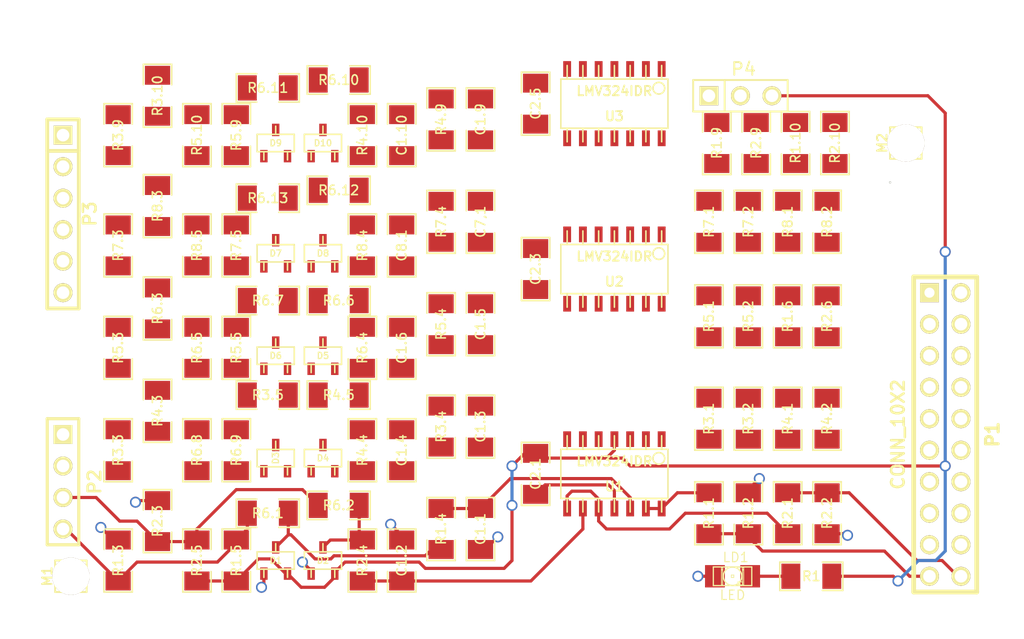
<source format=kicad_pcb>
(kicad_pcb (version 3) (host pcbnew "(2013-07-07 BZR 4022)-stable")

  (general
    (links 187)
    (no_connects 156)
    (area 87.63 123.724999 170.180001 175.260001)
    (thickness 1.6)
    (drawings 3)
    (tracks 139)
    (zones 0)
    (modules 94)
    (nets 54)
  )

  (page A3)
  (layers
    (15 F.Cu signal)
    (0 B.Cu signal)
    (16 B.Adhes user)
    (17 F.Adhes user)
    (18 B.Paste user)
    (19 F.Paste user)
    (20 B.SilkS user)
    (21 F.SilkS user)
    (22 B.Mask user)
    (23 F.Mask user)
    (24 Dwgs.User user)
    (25 Cmts.User user)
    (26 Eco1.User user)
    (27 Eco2.User user)
    (28 Edge.Cuts user)
  )

  (setup
    (last_trace_width 0.254)
    (trace_clearance 0.254)
    (zone_clearance 0.508)
    (zone_45_only no)
    (trace_min 0.254)
    (segment_width 0.2)
    (edge_width 0.1)
    (via_size 0.889)
    (via_drill 0.635)
    (via_min_size 0.889)
    (via_min_drill 0.508)
    (uvia_size 0.508)
    (uvia_drill 0.127)
    (uvias_allowed no)
    (uvia_min_size 0.508)
    (uvia_min_drill 0.127)
    (pcb_text_width 0.3)
    (pcb_text_size 1.5 1.5)
    (mod_edge_width 0.15)
    (mod_text_size 1 1)
    (mod_text_width 0.15)
    (pad_size 3 3)
    (pad_drill 3)
    (pad_to_mask_clearance 0)
    (aux_axis_origin 0 0)
    (visible_elements 7FFFFB2F)
    (pcbplotparams
      (layerselection 316702721)
      (usegerberextensions true)
      (excludeedgelayer true)
      (linewidth 0.150000)
      (plotframeref false)
      (viasonmask false)
      (mode 1)
      (useauxorigin false)
      (hpglpennumber 1)
      (hpglpenspeed 20)
      (hpglpendiameter 15)
      (hpglpenoverlay 2)
      (psnegative false)
      (psa4output false)
      (plotreference true)
      (plotvalue true)
      (plotothertext true)
      (plotinvisibletext false)
      (padsonsilk false)
      (subtractmaskfromsilk false)
      (outputformat 1)
      (mirror false)
      (drillshape 0)
      (scaleselection 1)
      (outputdirectory adc_amp_divider_mfg))
  )

  (net 0 "")
  (net 1 /INP1)
  (net 2 /INP10)
  (net 3 /INP2)
  (net 4 /INP3)
  (net 5 /INP4)
  (net 6 /INP5)
  (net 7 /INP7)
  (net 8 /INP8)
  (net 9 /INP9)
  (net 10 /OUT1)
  (net 11 /OUT10)
  (net 12 /OUT2)
  (net 13 /OUT3)
  (net 14 /OUT4)
  (net 15 /OUT5)
  (net 16 /OUT6)
  (net 17 /OUT7)
  (net 18 /OUT8)
  (net 19 /OUT9)
  (net 20 GND)
  (net 21 N-000001)
  (net 22 N-0000010)
  (net 23 N-0000011)
  (net 24 N-0000012)
  (net 25 N-0000013)
  (net 26 N-0000014)
  (net 27 N-0000015)
  (net 28 N-0000024)
  (net 29 N-0000025)
  (net 30 N-0000028)
  (net 31 N-0000030)
  (net 32 N-0000031)
  (net 33 N-0000034)
  (net 34 N-0000035)
  (net 35 N-0000039)
  (net 36 N-0000042)
  (net 37 N-0000043)
  (net 38 N-0000046)
  (net 39 N-0000049)
  (net 40 N-0000051)
  (net 41 N-0000053)
  (net 42 N-0000054)
  (net 43 N-0000055)
  (net 44 N-000006)
  (net 45 N-0000062)
  (net 46 N-0000063)
  (net 47 N-0000064)
  (net 48 N-0000065)
  (net 49 N-0000066)
  (net 50 N-0000076)
  (net 51 N-0000077)
  (net 52 N-0000078)
  (net 53 VCC)

  (net_class Default "This is the default net class."
    (clearance 0.254)
    (trace_width 0.254)
    (via_dia 0.889)
    (via_drill 0.635)
    (uvia_dia 0.508)
    (uvia_drill 0.127)
    (add_net "")
    (add_net /INP1)
    (add_net /INP10)
    (add_net /INP2)
    (add_net /INP3)
    (add_net /INP4)
    (add_net /INP5)
    (add_net /INP7)
    (add_net /INP8)
    (add_net /INP9)
    (add_net /OUT1)
    (add_net /OUT10)
    (add_net /OUT2)
    (add_net /OUT3)
    (add_net /OUT4)
    (add_net /OUT5)
    (add_net /OUT6)
    (add_net /OUT7)
    (add_net /OUT8)
    (add_net /OUT9)
    (add_net GND)
    (add_net N-000001)
    (add_net N-0000010)
    (add_net N-0000011)
    (add_net N-0000012)
    (add_net N-0000013)
    (add_net N-0000014)
    (add_net N-0000015)
    (add_net N-0000024)
    (add_net N-0000025)
    (add_net N-0000028)
    (add_net N-0000030)
    (add_net N-0000031)
    (add_net N-0000034)
    (add_net N-0000035)
    (add_net N-0000039)
    (add_net N-0000042)
    (add_net N-0000043)
    (add_net N-0000046)
    (add_net N-0000049)
    (add_net N-0000051)
    (add_net N-0000053)
    (add_net N-0000054)
    (add_net N-0000055)
    (add_net N-000006)
    (add_net N-0000062)
    (add_net N-0000063)
    (add_net N-0000064)
    (add_net N-0000065)
    (add_net N-0000066)
    (add_net N-0000076)
    (add_net N-0000077)
    (add_net N-0000078)
    (add_net VCC)
  )

  (module SM1206 (layer F.Cu) (tedit 42806E24) (tstamp 5234F6F2)
    (at 147.955 165.1 90)
    (path /5234EE80)
    (attr smd)
    (fp_text reference R1.2 (at 0 0 90) (layer F.SilkS)
      (effects (font (size 0.762 0.762) (thickness 0.127)))
    )
    (fp_text value 1500 (at 0 0 90) (layer F.SilkS) hide
      (effects (font (size 0.762 0.762) (thickness 0.127)))
    )
    (fp_line (start -2.54 -1.143) (end -2.54 1.143) (layer F.SilkS) (width 0.127))
    (fp_line (start -2.54 1.143) (end -0.889 1.143) (layer F.SilkS) (width 0.127))
    (fp_line (start 0.889 -1.143) (end 2.54 -1.143) (layer F.SilkS) (width 0.127))
    (fp_line (start 2.54 -1.143) (end 2.54 1.143) (layer F.SilkS) (width 0.127))
    (fp_line (start 2.54 1.143) (end 0.889 1.143) (layer F.SilkS) (width 0.127))
    (fp_line (start -0.889 -1.143) (end -2.54 -1.143) (layer F.SilkS) (width 0.127))
    (pad 1 smd rect (at -1.651 0 90) (size 1.524 2.032)
      (layers F.Cu F.Paste F.Mask)
      (net 10 /OUT1)
    )
    (pad 2 smd rect (at 1.651 0 90) (size 1.524 2.032)
      (layers F.Cu F.Paste F.Mask)
      (net 20 GND)
    )
    (model smd/chip_cms.wrl
      (at (xyz 0 0 0))
      (scale (xyz 0.17 0.16 0.16))
      (rotate (xyz 0 0 0))
    )
  )

  (module SM1206 (layer F.Cu) (tedit 42806E24) (tstamp 5234F6FE)
    (at 144.78 165.1 270)
    (path /5234EE8F)
    (attr smd)
    (fp_text reference R1.1 (at 0 0 270) (layer F.SilkS)
      (effects (font (size 0.762 0.762) (thickness 0.127)))
    )
    (fp_text value 1500 (at 0 0 270) (layer F.SilkS) hide
      (effects (font (size 0.762 0.762) (thickness 0.127)))
    )
    (fp_line (start -2.54 -1.143) (end -2.54 1.143) (layer F.SilkS) (width 0.127))
    (fp_line (start -2.54 1.143) (end -0.889 1.143) (layer F.SilkS) (width 0.127))
    (fp_line (start 0.889 -1.143) (end 2.54 -1.143) (layer F.SilkS) (width 0.127))
    (fp_line (start 2.54 -1.143) (end 2.54 1.143) (layer F.SilkS) (width 0.127))
    (fp_line (start 2.54 1.143) (end 0.889 1.143) (layer F.SilkS) (width 0.127))
    (fp_line (start -0.889 -1.143) (end -2.54 -1.143) (layer F.SilkS) (width 0.127))
    (pad 1 smd rect (at -1.651 0 270) (size 1.524 2.032)
      (layers F.Cu F.Paste F.Mask)
      (net 50 N-0000076)
    )
    (pad 2 smd rect (at 1.651 0 270) (size 1.524 2.032)
      (layers F.Cu F.Paste F.Mask)
      (net 10 /OUT1)
    )
    (model smd/chip_cms.wrl
      (at (xyz 0 0 0))
      (scale (xyz 0.17 0.16 0.16))
      (rotate (xyz 0 0 0))
    )
  )

  (module PIN_ARRAY_4x1 (layer F.Cu) (tedit 4C10F42E) (tstamp 5234F71E)
    (at 92.71 162.56 270)
    (descr "Double rangee de contacts 2 x 5 pins")
    (tags CONN)
    (path /5234FB36)
    (fp_text reference P2 (at 0 -2.54 270) (layer F.SilkS)
      (effects (font (size 1.016 1.016) (thickness 0.2032)))
    )
    (fp_text value CONN_4 (at 0 2.54 270) (layer F.SilkS) hide
      (effects (font (size 1.016 1.016) (thickness 0.2032)))
    )
    (fp_line (start 5.08 1.27) (end -5.08 1.27) (layer F.SilkS) (width 0.254))
    (fp_line (start 5.08 -1.27) (end -5.08 -1.27) (layer F.SilkS) (width 0.254))
    (fp_line (start -5.08 -1.27) (end -5.08 1.27) (layer F.SilkS) (width 0.254))
    (fp_line (start 5.08 1.27) (end 5.08 -1.27) (layer F.SilkS) (width 0.254))
    (pad 1 thru_hole rect (at -3.81 0 270) (size 1.524 1.524) (drill 1.016)
      (layers *.Cu *.Mask F.SilkS)
      (net 5 /INP4)
    )
    (pad 2 thru_hole circle (at -1.27 0 270) (size 1.524 1.524) (drill 1.016)
      (layers *.Cu *.Mask F.SilkS)
      (net 4 /INP3)
    )
    (pad 3 thru_hole circle (at 1.27 0 270) (size 1.524 1.524) (drill 1.016)
      (layers *.Cu *.Mask F.SilkS)
      (net 3 /INP2)
    )
    (pad 4 thru_hole circle (at 3.81 0 270) (size 1.524 1.524) (drill 1.016)
      (layers *.Cu *.Mask F.SilkS)
      (net 1 /INP1)
    )
    (model pin_array\pins_array_4x1.wrl
      (at (xyz 0 0 0))
      (scale (xyz 1 1 1))
      (rotate (xyz 0 0 0))
    )
  )

  (module PIN_ARRAY_10X2 (layer F.Cu) (tedit 4D785D6A) (tstamp 5234F712)
    (at 163.83 158.75 270)
    (descr "Double rangee de contacts 2 x 10 pins")
    (tags CONN)
    (path /5234F161)
    (fp_text reference P1 (at 0 -3.81 270) (layer F.SilkS)
      (effects (font (size 1.016 1.016) (thickness 0.254)))
    )
    (fp_text value CONN_10X2 (at 0 3.81 270) (layer F.SilkS)
      (effects (font (size 1.016 1.016) (thickness 0.2032)))
    )
    (fp_line (start 12.7 2.54) (end -12.7 2.54) (layer F.SilkS) (width 0.381))
    (fp_line (start -12.7 -2.54) (end 12.7 -2.54) (layer F.SilkS) (width 0.381))
    (fp_line (start -12.7 -2.54) (end -12.7 2.54) (layer F.SilkS) (width 0.381))
    (fp_line (start 12.7 2.54) (end 12.7 -2.54) (layer F.SilkS) (width 0.381))
    (pad 1 thru_hole rect (at -11.43 1.27 270) (size 1.524 1.524) (drill 0.8128)
      (layers *.Cu *.Mask F.SilkS)
      (net 20 GND)
    )
    (pad 2 thru_hole circle (at -11.43 -1.27 270) (size 1.524 1.524) (drill 1.016)
      (layers *.Cu *.Mask F.SilkS)
    )
    (pad 3 thru_hole circle (at -8.89 1.27 270) (size 1.524 1.524) (drill 1.016)
      (layers *.Cu *.Mask F.SilkS)
    )
    (pad 4 thru_hole circle (at -8.89 -1.27 270) (size 1.524 1.524) (drill 1.016)
      (layers *.Cu *.Mask F.SilkS)
    )
    (pad 5 thru_hole circle (at -6.35 1.27 270) (size 1.524 1.524) (drill 1.016)
      (layers *.Cu *.Mask F.SilkS)
      (net 20 GND)
    )
    (pad 6 thru_hole circle (at -6.35 -1.27 270) (size 1.524 1.524) (drill 1.016)
      (layers *.Cu *.Mask F.SilkS)
    )
    (pad 7 thru_hole circle (at -3.81 1.27 270) (size 1.524 1.524) (drill 1.016)
      (layers *.Cu *.Mask F.SilkS)
    )
    (pad 8 thru_hole circle (at -3.81 -1.27 270) (size 1.524 1.524) (drill 1.016)
      (layers *.Cu *.Mask F.SilkS)
    )
    (pad 9 thru_hole circle (at -1.27 1.27 270) (size 1.524 1.524) (drill 1.016)
      (layers *.Cu *.Mask F.SilkS)
    )
    (pad 10 thru_hole circle (at -1.27 -1.27 270) (size 1.524 1.524) (drill 1.016)
      (layers *.Cu *.Mask F.SilkS)
    )
    (pad 11 thru_hole circle (at 1.27 1.27 270) (size 1.524 1.524) (drill 1.016)
      (layers *.Cu *.Mask F.SilkS)
      (net 19 /OUT9)
    )
    (pad 12 thru_hole circle (at 1.27 -1.27 270) (size 1.524 1.524) (drill 1.016)
      (layers *.Cu *.Mask F.SilkS)
      (net 11 /OUT10)
    )
    (pad 13 thru_hole circle (at 3.81 1.27 270) (size 1.524 1.524) (drill 1.016)
      (layers *.Cu *.Mask F.SilkS)
      (net 17 /OUT7)
    )
    (pad 14 thru_hole circle (at 3.81 -1.27 270) (size 1.524 1.524) (drill 1.016)
      (layers *.Cu *.Mask F.SilkS)
      (net 18 /OUT8)
    )
    (pad 15 thru_hole circle (at 6.35 1.27 270) (size 1.524 1.524) (drill 1.016)
      (layers *.Cu *.Mask F.SilkS)
      (net 15 /OUT5)
    )
    (pad 16 thru_hole circle (at 6.35 -1.27 270) (size 1.524 1.524) (drill 1.016)
      (layers *.Cu *.Mask F.SilkS)
      (net 16 /OUT6)
    )
    (pad 17 thru_hole circle (at 8.89 1.27 270) (size 1.524 1.524) (drill 1.016)
      (layers *.Cu *.Mask F.SilkS)
      (net 13 /OUT3)
    )
    (pad 18 thru_hole circle (at 8.89 -1.27 270) (size 1.524 1.524) (drill 1.016)
      (layers *.Cu *.Mask F.SilkS)
      (net 14 /OUT4)
    )
    (pad 19 thru_hole circle (at 11.43 1.27 270) (size 1.524 1.524) (drill 1.016)
      (layers *.Cu *.Mask F.SilkS)
      (net 10 /OUT1)
    )
    (pad 20 thru_hole circle (at 11.43 -1.27 270) (size 1.524 1.524) (drill 1.016)
      (layers *.Cu *.Mask F.SilkS)
      (net 12 /OUT2)
    )
    (model pin_array/pins_array_12x2.wrl
      (at (xyz 0 0 0))
      (scale (xyz 1 1 1))
      (rotate (xyz 0 0 0))
    )
  )

  (module SM1206 (layer F.Cu) (tedit 42806E24) (tstamp 524F78BF)
    (at 97.155 168.91 90)
    (path /52350E9D)
    (attr smd)
    (fp_text reference R1.3 (at 0 0 90) (layer F.SilkS)
      (effects (font (size 0.762 0.762) (thickness 0.127)))
    )
    (fp_text value 500K (at 0 0 90) (layer F.SilkS) hide
      (effects (font (size 0.762 0.762) (thickness 0.127)))
    )
    (fp_line (start -2.54 -1.143) (end -2.54 1.143) (layer F.SilkS) (width 0.127))
    (fp_line (start -2.54 1.143) (end -0.889 1.143) (layer F.SilkS) (width 0.127))
    (fp_line (start 0.889 -1.143) (end 2.54 -1.143) (layer F.SilkS) (width 0.127))
    (fp_line (start 2.54 -1.143) (end 2.54 1.143) (layer F.SilkS) (width 0.127))
    (fp_line (start 2.54 1.143) (end 0.889 1.143) (layer F.SilkS) (width 0.127))
    (fp_line (start -0.889 -1.143) (end -2.54 -1.143) (layer F.SilkS) (width 0.127))
    (pad 1 smd rect (at -1.651 0 90) (size 1.524 2.032)
      (layers F.Cu F.Paste F.Mask)
      (net 1 /INP1)
    )
    (pad 2 smd rect (at 1.651 0 90) (size 1.524 2.032)
      (layers F.Cu F.Paste F.Mask)
      (net 20 GND)
    )
    (model smd/chip_cms.wrl
      (at (xyz 0 0 0))
      (scale (xyz 0.17 0.16 0.16))
      (rotate (xyz 0 0 0))
    )
  )

  (module SM1206 (layer F.Cu) (tedit 42806E24) (tstamp 52351546)
    (at 154.305 165.1 270)
    (path /5235311B)
    (attr smd)
    (fp_text reference R2.2 (at 0 0 270) (layer F.SilkS)
      (effects (font (size 0.762 0.762) (thickness 0.127)))
    )
    (fp_text value 1500 (at 0 0 270) (layer F.SilkS) hide
      (effects (font (size 0.762 0.762) (thickness 0.127)))
    )
    (fp_line (start -2.54 -1.143) (end -2.54 1.143) (layer F.SilkS) (width 0.127))
    (fp_line (start -2.54 1.143) (end -0.889 1.143) (layer F.SilkS) (width 0.127))
    (fp_line (start 0.889 -1.143) (end 2.54 -1.143) (layer F.SilkS) (width 0.127))
    (fp_line (start 2.54 -1.143) (end 2.54 1.143) (layer F.SilkS) (width 0.127))
    (fp_line (start 2.54 1.143) (end 0.889 1.143) (layer F.SilkS) (width 0.127))
    (fp_line (start -0.889 -1.143) (end -2.54 -1.143) (layer F.SilkS) (width 0.127))
    (pad 1 smd rect (at -1.651 0 270) (size 1.524 2.032)
      (layers F.Cu F.Paste F.Mask)
      (net 12 /OUT2)
    )
    (pad 2 smd rect (at 1.651 0 270) (size 1.524 2.032)
      (layers F.Cu F.Paste F.Mask)
      (net 20 GND)
    )
    (model smd/chip_cms.wrl
      (at (xyz 0 0 0))
      (scale (xyz 0.17 0.16 0.16))
      (rotate (xyz 0 0 0))
    )
  )

  (module SM1206 (layer F.Cu) (tedit 42806E24) (tstamp 52351552)
    (at 151.13 165.1 90)
    (path /52353061)
    (attr smd)
    (fp_text reference R2.1 (at 0 0 90) (layer F.SilkS)
      (effects (font (size 0.762 0.762) (thickness 0.127)))
    )
    (fp_text value 1500 (at 0 0 90) (layer F.SilkS) hide
      (effects (font (size 0.762 0.762) (thickness 0.127)))
    )
    (fp_line (start -2.54 -1.143) (end -2.54 1.143) (layer F.SilkS) (width 0.127))
    (fp_line (start -2.54 1.143) (end -0.889 1.143) (layer F.SilkS) (width 0.127))
    (fp_line (start 0.889 -1.143) (end 2.54 -1.143) (layer F.SilkS) (width 0.127))
    (fp_line (start 2.54 -1.143) (end 2.54 1.143) (layer F.SilkS) (width 0.127))
    (fp_line (start 2.54 1.143) (end 0.889 1.143) (layer F.SilkS) (width 0.127))
    (fp_line (start -0.889 -1.143) (end -2.54 -1.143) (layer F.SilkS) (width 0.127))
    (pad 1 smd rect (at -1.651 0 90) (size 1.524 2.032)
      (layers F.Cu F.Paste F.Mask)
      (net 30 N-0000028)
    )
    (pad 2 smd rect (at 1.651 0 90) (size 1.524 2.032)
      (layers F.Cu F.Paste F.Mask)
      (net 12 /OUT2)
    )
    (model smd/chip_cms.wrl
      (at (xyz 0 0 0))
      (scale (xyz 0.17 0.16 0.16))
      (rotate (xyz 0 0 0))
    )
  )

  (module SM1206 (layer F.Cu) (tedit 42806E24) (tstamp 5235155E)
    (at 100.33 165.735 90)
    (path /52351952)
    (attr smd)
    (fp_text reference R2.3 (at 0 0 90) (layer F.SilkS)
      (effects (font (size 0.762 0.762) (thickness 0.127)))
    )
    (fp_text value 500K (at 0 0 90) (layer F.SilkS) hide
      (effects (font (size 0.762 0.762) (thickness 0.127)))
    )
    (fp_line (start -2.54 -1.143) (end -2.54 1.143) (layer F.SilkS) (width 0.127))
    (fp_line (start -2.54 1.143) (end -0.889 1.143) (layer F.SilkS) (width 0.127))
    (fp_line (start 0.889 -1.143) (end 2.54 -1.143) (layer F.SilkS) (width 0.127))
    (fp_line (start 2.54 -1.143) (end 2.54 1.143) (layer F.SilkS) (width 0.127))
    (fp_line (start 2.54 1.143) (end 0.889 1.143) (layer F.SilkS) (width 0.127))
    (fp_line (start -0.889 -1.143) (end -2.54 -1.143) (layer F.SilkS) (width 0.127))
    (pad 1 smd rect (at -1.651 0 90) (size 1.524 2.032)
      (layers F.Cu F.Paste F.Mask)
      (net 3 /INP2)
    )
    (pad 2 smd rect (at 1.651 0 90) (size 1.524 2.032)
      (layers F.Cu F.Paste F.Mask)
      (net 20 GND)
    )
    (model smd/chip_cms.wrl
      (at (xyz 0 0 0))
      (scale (xyz 0.17 0.16 0.16))
      (rotate (xyz 0 0 0))
    )
  )

  (module SM1206 (layer F.Cu) (tedit 42806E24) (tstamp 5235324A)
    (at 147.955 157.48 90)
    (path /524B78D4)
    (attr smd)
    (fp_text reference R3.2 (at 0 0 90) (layer F.SilkS)
      (effects (font (size 0.762 0.762) (thickness 0.127)))
    )
    (fp_text value 1500 (at 0 0 90) (layer F.SilkS) hide
      (effects (font (size 0.762 0.762) (thickness 0.127)))
    )
    (fp_line (start -2.54 -1.143) (end -2.54 1.143) (layer F.SilkS) (width 0.127))
    (fp_line (start -2.54 1.143) (end -0.889 1.143) (layer F.SilkS) (width 0.127))
    (fp_line (start 0.889 -1.143) (end 2.54 -1.143) (layer F.SilkS) (width 0.127))
    (fp_line (start 2.54 -1.143) (end 2.54 1.143) (layer F.SilkS) (width 0.127))
    (fp_line (start 2.54 1.143) (end 0.889 1.143) (layer F.SilkS) (width 0.127))
    (fp_line (start -0.889 -1.143) (end -2.54 -1.143) (layer F.SilkS) (width 0.127))
    (pad 1 smd rect (at -1.651 0 90) (size 1.524 2.032)
      (layers F.Cu F.Paste F.Mask)
      (net 13 /OUT3)
    )
    (pad 2 smd rect (at 1.651 0 90) (size 1.524 2.032)
      (layers F.Cu F.Paste F.Mask)
      (net 20 GND)
    )
    (model smd/chip_cms.wrl
      (at (xyz 0 0 0))
      (scale (xyz 0.17 0.16 0.16))
      (rotate (xyz 0 0 0))
    )
  )

  (module SM1206 (layer F.Cu) (tedit 42806E24) (tstamp 52353256)
    (at 144.78 157.48 270)
    (path /524B78DA)
    (attr smd)
    (fp_text reference R3.1 (at 0 0 270) (layer F.SilkS)
      (effects (font (size 0.762 0.762) (thickness 0.127)))
    )
    (fp_text value 1500 (at 0 0 270) (layer F.SilkS) hide
      (effects (font (size 0.762 0.762) (thickness 0.127)))
    )
    (fp_line (start -2.54 -1.143) (end -2.54 1.143) (layer F.SilkS) (width 0.127))
    (fp_line (start -2.54 1.143) (end -0.889 1.143) (layer F.SilkS) (width 0.127))
    (fp_line (start 0.889 -1.143) (end 2.54 -1.143) (layer F.SilkS) (width 0.127))
    (fp_line (start 2.54 -1.143) (end 2.54 1.143) (layer F.SilkS) (width 0.127))
    (fp_line (start 2.54 1.143) (end 0.889 1.143) (layer F.SilkS) (width 0.127))
    (fp_line (start -0.889 -1.143) (end -2.54 -1.143) (layer F.SilkS) (width 0.127))
    (pad 1 smd rect (at -1.651 0 270) (size 1.524 2.032)
      (layers F.Cu F.Paste F.Mask)
      (net 37 N-0000043)
    )
    (pad 2 smd rect (at 1.651 0 270) (size 1.524 2.032)
      (layers F.Cu F.Paste F.Mask)
      (net 13 /OUT3)
    )
    (model smd/chip_cms.wrl
      (at (xyz 0 0 0))
      (scale (xyz 0.17 0.16 0.16))
      (rotate (xyz 0 0 0))
    )
  )

  (module SM1206 (layer F.Cu) (tedit 42806E24) (tstamp 52353262)
    (at 97.155 160.02 90)
    (path /524B7902)
    (attr smd)
    (fp_text reference R3.3 (at 0 0 90) (layer F.SilkS)
      (effects (font (size 0.762 0.762) (thickness 0.127)))
    )
    (fp_text value 500K (at 0 0 90) (layer F.SilkS) hide
      (effects (font (size 0.762 0.762) (thickness 0.127)))
    )
    (fp_line (start -2.54 -1.143) (end -2.54 1.143) (layer F.SilkS) (width 0.127))
    (fp_line (start -2.54 1.143) (end -0.889 1.143) (layer F.SilkS) (width 0.127))
    (fp_line (start 0.889 -1.143) (end 2.54 -1.143) (layer F.SilkS) (width 0.127))
    (fp_line (start 2.54 -1.143) (end 2.54 1.143) (layer F.SilkS) (width 0.127))
    (fp_line (start 2.54 1.143) (end 0.889 1.143) (layer F.SilkS) (width 0.127))
    (fp_line (start -0.889 -1.143) (end -2.54 -1.143) (layer F.SilkS) (width 0.127))
    (pad 1 smd rect (at -1.651 0 90) (size 1.524 2.032)
      (layers F.Cu F.Paste F.Mask)
      (net 4 /INP3)
    )
    (pad 2 smd rect (at 1.651 0 90) (size 1.524 2.032)
      (layers F.Cu F.Paste F.Mask)
      (net 20 GND)
    )
    (model smd/chip_cms.wrl
      (at (xyz 0 0 0))
      (scale (xyz 0.17 0.16 0.16))
      (rotate (xyz 0 0 0))
    )
  )

  (module SM1206 (layer F.Cu) (tedit 42806E24) (tstamp 523F4724)
    (at 100.33 156.845 90)
    (path /524B7914)
    (attr smd)
    (fp_text reference R4.3 (at 0 0 90) (layer F.SilkS)
      (effects (font (size 0.762 0.762) (thickness 0.127)))
    )
    (fp_text value 500K (at 0 0 90) (layer F.SilkS) hide
      (effects (font (size 0.762 0.762) (thickness 0.127)))
    )
    (fp_line (start -2.54 -1.143) (end -2.54 1.143) (layer F.SilkS) (width 0.127))
    (fp_line (start -2.54 1.143) (end -0.889 1.143) (layer F.SilkS) (width 0.127))
    (fp_line (start 0.889 -1.143) (end 2.54 -1.143) (layer F.SilkS) (width 0.127))
    (fp_line (start 2.54 -1.143) (end 2.54 1.143) (layer F.SilkS) (width 0.127))
    (fp_line (start 2.54 1.143) (end 0.889 1.143) (layer F.SilkS) (width 0.127))
    (fp_line (start -0.889 -1.143) (end -2.54 -1.143) (layer F.SilkS) (width 0.127))
    (pad 1 smd rect (at -1.651 0 90) (size 1.524 2.032)
      (layers F.Cu F.Paste F.Mask)
      (net 5 /INP4)
    )
    (pad 2 smd rect (at 1.651 0 90) (size 1.524 2.032)
      (layers F.Cu F.Paste F.Mask)
      (net 20 GND)
    )
    (model smd/chip_cms.wrl
      (at (xyz 0 0 0))
      (scale (xyz 0.17 0.16 0.16))
      (rotate (xyz 0 0 0))
    )
  )

  (module SM1206 (layer F.Cu) (tedit 42806E24) (tstamp 523F4730)
    (at 151.13 157.48 90)
    (path /524B7920)
    (attr smd)
    (fp_text reference R4.1 (at 0 0 90) (layer F.SilkS)
      (effects (font (size 0.762 0.762) (thickness 0.127)))
    )
    (fp_text value 1500 (at 0 0 90) (layer F.SilkS) hide
      (effects (font (size 0.762 0.762) (thickness 0.127)))
    )
    (fp_line (start -2.54 -1.143) (end -2.54 1.143) (layer F.SilkS) (width 0.127))
    (fp_line (start -2.54 1.143) (end -0.889 1.143) (layer F.SilkS) (width 0.127))
    (fp_line (start 0.889 -1.143) (end 2.54 -1.143) (layer F.SilkS) (width 0.127))
    (fp_line (start 2.54 -1.143) (end 2.54 1.143) (layer F.SilkS) (width 0.127))
    (fp_line (start 2.54 1.143) (end 0.889 1.143) (layer F.SilkS) (width 0.127))
    (fp_line (start -0.889 -1.143) (end -2.54 -1.143) (layer F.SilkS) (width 0.127))
    (pad 1 smd rect (at -1.651 0 90) (size 1.524 2.032)
      (layers F.Cu F.Paste F.Mask)
      (net 38 N-0000046)
    )
    (pad 2 smd rect (at 1.651 0 90) (size 1.524 2.032)
      (layers F.Cu F.Paste F.Mask)
      (net 14 /OUT4)
    )
    (model smd/chip_cms.wrl
      (at (xyz 0 0 0))
      (scale (xyz 0.17 0.16 0.16))
      (rotate (xyz 0 0 0))
    )
  )

  (module SM1206 (layer F.Cu) (tedit 42806E24) (tstamp 523F473C)
    (at 154.305 157.48 270)
    (path /524B7926)
    (attr smd)
    (fp_text reference R4.2 (at 0 0 270) (layer F.SilkS)
      (effects (font (size 0.762 0.762) (thickness 0.127)))
    )
    (fp_text value 1500 (at 0 0 270) (layer F.SilkS) hide
      (effects (font (size 0.762 0.762) (thickness 0.127)))
    )
    (fp_line (start -2.54 -1.143) (end -2.54 1.143) (layer F.SilkS) (width 0.127))
    (fp_line (start -2.54 1.143) (end -0.889 1.143) (layer F.SilkS) (width 0.127))
    (fp_line (start 0.889 -1.143) (end 2.54 -1.143) (layer F.SilkS) (width 0.127))
    (fp_line (start 2.54 -1.143) (end 2.54 1.143) (layer F.SilkS) (width 0.127))
    (fp_line (start 2.54 1.143) (end 0.889 1.143) (layer F.SilkS) (width 0.127))
    (fp_line (start -0.889 -1.143) (end -2.54 -1.143) (layer F.SilkS) (width 0.127))
    (pad 1 smd rect (at -1.651 0 270) (size 1.524 2.032)
      (layers F.Cu F.Paste F.Mask)
      (net 14 /OUT4)
    )
    (pad 2 smd rect (at 1.651 0 270) (size 1.524 2.032)
      (layers F.Cu F.Paste F.Mask)
      (net 20 GND)
    )
    (model smd/chip_cms.wrl
      (at (xyz 0 0 0))
      (scale (xyz 0.17 0.16 0.16))
      (rotate (xyz 0 0 0))
    )
  )

  (module SM1206 (layer F.Cu) (tedit 42806E24) (tstamp 524A3351)
    (at 123.19 166.37 90)
    (path /524A093F)
    (attr smd)
    (fp_text reference R1.4 (at 0 0 90) (layer F.SilkS)
      (effects (font (size 0.762 0.762) (thickness 0.127)))
    )
    (fp_text value 150 (at 0 0 90) (layer F.SilkS) hide
      (effects (font (size 0.762 0.762) (thickness 0.127)))
    )
    (fp_line (start -2.54 -1.143) (end -2.54 1.143) (layer F.SilkS) (width 0.127))
    (fp_line (start -2.54 1.143) (end -0.889 1.143) (layer F.SilkS) (width 0.127))
    (fp_line (start 0.889 -1.143) (end 2.54 -1.143) (layer F.SilkS) (width 0.127))
    (fp_line (start 2.54 -1.143) (end 2.54 1.143) (layer F.SilkS) (width 0.127))
    (fp_line (start 2.54 1.143) (end 0.889 1.143) (layer F.SilkS) (width 0.127))
    (fp_line (start -0.889 -1.143) (end -2.54 -1.143) (layer F.SilkS) (width 0.127))
    (pad 1 smd rect (at -1.651 0 90) (size 1.524 2.032)
      (layers F.Cu F.Paste F.Mask)
      (net 40 N-0000051)
    )
    (pad 2 smd rect (at 1.651 0 90) (size 1.524 2.032)
      (layers F.Cu F.Paste F.Mask)
      (net 47 N-0000064)
    )
    (model smd/chip_cms.wrl
      (at (xyz 0 0 0))
      (scale (xyz 0.17 0.16 0.16))
      (rotate (xyz 0 0 0))
    )
  )

  (module SM1206 (layer F.Cu) (tedit 42806E24) (tstamp 524F78D9)
    (at 106.68 168.91 270)
    (path /524A0A89)
    (attr smd)
    (fp_text reference R1.5 (at 0 0 270) (layer F.SilkS)
      (effects (font (size 0.762 0.762) (thickness 0.127)))
    )
    (fp_text value 2700 (at 0 0 270) (layer F.SilkS) hide
      (effects (font (size 0.762 0.762) (thickness 0.127)))
    )
    (fp_line (start -2.54 -1.143) (end -2.54 1.143) (layer F.SilkS) (width 0.127))
    (fp_line (start -2.54 1.143) (end -0.889 1.143) (layer F.SilkS) (width 0.127))
    (fp_line (start 0.889 -1.143) (end 2.54 -1.143) (layer F.SilkS) (width 0.127))
    (fp_line (start 2.54 -1.143) (end 2.54 1.143) (layer F.SilkS) (width 0.127))
    (fp_line (start 2.54 1.143) (end 0.889 1.143) (layer F.SilkS) (width 0.127))
    (fp_line (start -0.889 -1.143) (end -2.54 -1.143) (layer F.SilkS) (width 0.127))
    (pad 1 smd rect (at -1.651 0 270) (size 1.524 2.032)
      (layers F.Cu F.Paste F.Mask)
      (net 1 /INP1)
    )
    (pad 2 smd rect (at 1.651 0 270) (size 1.524 2.032)
      (layers F.Cu F.Paste F.Mask)
      (net 53 VCC)
    )
    (model smd/chip_cms.wrl
      (at (xyz 0 0 0))
      (scale (xyz 0.17 0.16 0.16))
      (rotate (xyz 0 0 0))
    )
  )

  (module SM1206 (layer F.Cu) (tedit 42806E24) (tstamp 524B72DC)
    (at 120.015 168.91 270)
    (path /524B71C8)
    (attr smd)
    (fp_text reference C1.2 (at 0 0 270) (layer F.SilkS)
      (effects (font (size 0.762 0.762) (thickness 0.127)))
    )
    (fp_text value 0.01uF (at 0 0 270) (layer F.SilkS) hide
      (effects (font (size 0.762 0.762) (thickness 0.127)))
    )
    (fp_line (start -2.54 -1.143) (end -2.54 1.143) (layer F.SilkS) (width 0.127))
    (fp_line (start -2.54 1.143) (end -0.889 1.143) (layer F.SilkS) (width 0.127))
    (fp_line (start 0.889 -1.143) (end 2.54 -1.143) (layer F.SilkS) (width 0.127))
    (fp_line (start 2.54 -1.143) (end 2.54 1.143) (layer F.SilkS) (width 0.127))
    (fp_line (start 2.54 1.143) (end 0.889 1.143) (layer F.SilkS) (width 0.127))
    (fp_line (start -0.889 -1.143) (end -2.54 -1.143) (layer F.SilkS) (width 0.127))
    (pad 1 smd rect (at -1.651 0 270) (size 1.524 2.032)
      (layers F.Cu F.Paste F.Mask)
      (net 20 GND)
    )
    (pad 2 smd rect (at 1.651 0 270) (size 1.524 2.032)
      (layers F.Cu F.Paste F.Mask)
      (net 45 N-0000062)
    )
    (model smd/chip_cms.wrl
      (at (xyz 0 0 0))
      (scale (xyz 0.17 0.16 0.16))
      (rotate (xyz 0 0 0))
    )
  )

  (module SM1206 (layer F.Cu) (tedit 42806E24) (tstamp 524B72E8)
    (at 126.365 166.37 90)
    (path /524A0957)
    (attr smd)
    (fp_text reference C1.1 (at 0 0 90) (layer F.SilkS)
      (effects (font (size 0.762 0.762) (thickness 0.127)))
    )
    (fp_text value 0.01uF (at 0 0 90) (layer F.SilkS) hide
      (effects (font (size 0.762 0.762) (thickness 0.127)))
    )
    (fp_line (start -2.54 -1.143) (end -2.54 1.143) (layer F.SilkS) (width 0.127))
    (fp_line (start -2.54 1.143) (end -0.889 1.143) (layer F.SilkS) (width 0.127))
    (fp_line (start 0.889 -1.143) (end 2.54 -1.143) (layer F.SilkS) (width 0.127))
    (fp_line (start 2.54 -1.143) (end 2.54 1.143) (layer F.SilkS) (width 0.127))
    (fp_line (start 2.54 1.143) (end 0.889 1.143) (layer F.SilkS) (width 0.127))
    (fp_line (start -0.889 -1.143) (end -2.54 -1.143) (layer F.SilkS) (width 0.127))
    (pad 1 smd rect (at -1.651 0 90) (size 1.524 2.032)
      (layers F.Cu F.Paste F.Mask)
      (net 20 GND)
    )
    (pad 2 smd rect (at 1.651 0 90) (size 1.524 2.032)
      (layers F.Cu F.Paste F.Mask)
      (net 47 N-0000064)
    )
    (model smd/chip_cms.wrl
      (at (xyz 0 0 0))
      (scale (xyz 0.17 0.16 0.16))
      (rotate (xyz 0 0 0))
    )
  )

  (module SM1206 (layer F.Cu) (tedit 42806E24) (tstamp 524B72F4)
    (at 116.84 168.91 270)
    (path /524B71C2)
    (attr smd)
    (fp_text reference R2.4 (at 0 0 270) (layer F.SilkS)
      (effects (font (size 0.762 0.762) (thickness 0.127)))
    )
    (fp_text value 150 (at 0 0 270) (layer F.SilkS) hide
      (effects (font (size 0.762 0.762) (thickness 0.127)))
    )
    (fp_line (start -2.54 -1.143) (end -2.54 1.143) (layer F.SilkS) (width 0.127))
    (fp_line (start -2.54 1.143) (end -0.889 1.143) (layer F.SilkS) (width 0.127))
    (fp_line (start 0.889 -1.143) (end 2.54 -1.143) (layer F.SilkS) (width 0.127))
    (fp_line (start 2.54 -1.143) (end 2.54 1.143) (layer F.SilkS) (width 0.127))
    (fp_line (start 2.54 1.143) (end 0.889 1.143) (layer F.SilkS) (width 0.127))
    (fp_line (start -0.889 -1.143) (end -2.54 -1.143) (layer F.SilkS) (width 0.127))
    (pad 1 smd rect (at -1.651 0 270) (size 1.524 2.032)
      (layers F.Cu F.Paste F.Mask)
      (net 41 N-0000053)
    )
    (pad 2 smd rect (at 1.651 0 270) (size 1.524 2.032)
      (layers F.Cu F.Paste F.Mask)
      (net 45 N-0000062)
    )
    (model smd/chip_cms.wrl
      (at (xyz 0 0 0))
      (scale (xyz 0.17 0.16 0.16))
      (rotate (xyz 0 0 0))
    )
  )

  (module SM1206 (layer F.Cu) (tedit 42806E24) (tstamp 524B7300)
    (at 130.81 161.925 270)
    (path /524A0814)
    (attr smd)
    (fp_text reference C2.1 (at 0 0 270) (layer F.SilkS)
      (effects (font (size 0.762 0.762) (thickness 0.127)))
    )
    (fp_text value 0.1uF (at 0 0 270) (layer F.SilkS) hide
      (effects (font (size 0.762 0.762) (thickness 0.127)))
    )
    (fp_line (start -2.54 -1.143) (end -2.54 1.143) (layer F.SilkS) (width 0.127))
    (fp_line (start -2.54 1.143) (end -0.889 1.143) (layer F.SilkS) (width 0.127))
    (fp_line (start 0.889 -1.143) (end 2.54 -1.143) (layer F.SilkS) (width 0.127))
    (fp_line (start 2.54 -1.143) (end 2.54 1.143) (layer F.SilkS) (width 0.127))
    (fp_line (start 2.54 1.143) (end 0.889 1.143) (layer F.SilkS) (width 0.127))
    (fp_line (start -0.889 -1.143) (end -2.54 -1.143) (layer F.SilkS) (width 0.127))
    (pad 1 smd rect (at -1.651 0 270) (size 1.524 2.032)
      (layers F.Cu F.Paste F.Mask)
      (net 53 VCC)
    )
    (pad 2 smd rect (at 1.651 0 270) (size 1.524 2.032)
      (layers F.Cu F.Paste F.Mask)
      (net 20 GND)
    )
    (model smd/chip_cms.wrl
      (at (xyz 0 0 0))
      (scale (xyz 0.17 0.16 0.16))
      (rotate (xyz 0 0 0))
    )
  )

  (module SM1206 (layer F.Cu) (tedit 42806E24) (tstamp 524B730C)
    (at 103.505 168.91 270)
    (path /524B7296)
    (attr smd)
    (fp_text reference R2.5 (at 0 0 270) (layer F.SilkS)
      (effects (font (size 0.762 0.762) (thickness 0.127)))
    )
    (fp_text value 2700 (at 0 0 270) (layer F.SilkS) hide
      (effects (font (size 0.762 0.762) (thickness 0.127)))
    )
    (fp_line (start -2.54 -1.143) (end -2.54 1.143) (layer F.SilkS) (width 0.127))
    (fp_line (start -2.54 1.143) (end -0.889 1.143) (layer F.SilkS) (width 0.127))
    (fp_line (start 0.889 -1.143) (end 2.54 -1.143) (layer F.SilkS) (width 0.127))
    (fp_line (start 2.54 -1.143) (end 2.54 1.143) (layer F.SilkS) (width 0.127))
    (fp_line (start 2.54 1.143) (end 0.889 1.143) (layer F.SilkS) (width 0.127))
    (fp_line (start -0.889 -1.143) (end -2.54 -1.143) (layer F.SilkS) (width 0.127))
    (pad 1 smd rect (at -1.651 0 270) (size 1.524 2.032)
      (layers F.Cu F.Paste F.Mask)
      (net 3 /INP2)
    )
    (pad 2 smd rect (at 1.651 0 270) (size 1.524 2.032)
      (layers F.Cu F.Paste F.Mask)
      (net 53 VCC)
    )
    (model smd/chip_cms.wrl
      (at (xyz 0 0 0))
      (scale (xyz 0.17 0.16 0.16))
      (rotate (xyz 0 0 0))
    )
  )

  (module SM1206 (layer F.Cu) (tedit 42806E24) (tstamp 524B791A)
    (at 123.19 158.115 90)
    (path /524B7954)
    (attr smd)
    (fp_text reference R3.4 (at 0 0 90) (layer F.SilkS)
      (effects (font (size 0.762 0.762) (thickness 0.127)))
    )
    (fp_text value 150 (at 0 0 90) (layer F.SilkS) hide
      (effects (font (size 0.762 0.762) (thickness 0.127)))
    )
    (fp_line (start -2.54 -1.143) (end -2.54 1.143) (layer F.SilkS) (width 0.127))
    (fp_line (start -2.54 1.143) (end -0.889 1.143) (layer F.SilkS) (width 0.127))
    (fp_line (start 0.889 -1.143) (end 2.54 -1.143) (layer F.SilkS) (width 0.127))
    (fp_line (start 2.54 -1.143) (end 2.54 1.143) (layer F.SilkS) (width 0.127))
    (fp_line (start 2.54 1.143) (end 0.889 1.143) (layer F.SilkS) (width 0.127))
    (fp_line (start -0.889 -1.143) (end -2.54 -1.143) (layer F.SilkS) (width 0.127))
    (pad 1 smd rect (at -1.651 0 90) (size 1.524 2.032)
      (layers F.Cu F.Paste F.Mask)
      (net 51 N-0000077)
    )
    (pad 2 smd rect (at 1.651 0 90) (size 1.524 2.032)
      (layers F.Cu F.Paste F.Mask)
      (net 46 N-0000063)
    )
    (model smd/chip_cms.wrl
      (at (xyz 0 0 0))
      (scale (xyz 0.17 0.16 0.16))
      (rotate (xyz 0 0 0))
    )
  )

  (module SM1206 (layer F.Cu) (tedit 42806E24) (tstamp 524B7932)
    (at 109.22 155.575)
    (path /524B7962)
    (attr smd)
    (fp_text reference R3.5 (at 0 0) (layer F.SilkS)
      (effects (font (size 0.762 0.762) (thickness 0.127)))
    )
    (fp_text value 2700 (at 0 0) (layer F.SilkS) hide
      (effects (font (size 0.762 0.762) (thickness 0.127)))
    )
    (fp_line (start -2.54 -1.143) (end -2.54 1.143) (layer F.SilkS) (width 0.127))
    (fp_line (start -2.54 1.143) (end -0.889 1.143) (layer F.SilkS) (width 0.127))
    (fp_line (start 0.889 -1.143) (end 2.54 -1.143) (layer F.SilkS) (width 0.127))
    (fp_line (start 2.54 -1.143) (end 2.54 1.143) (layer F.SilkS) (width 0.127))
    (fp_line (start 2.54 1.143) (end 0.889 1.143) (layer F.SilkS) (width 0.127))
    (fp_line (start -0.889 -1.143) (end -2.54 -1.143) (layer F.SilkS) (width 0.127))
    (pad 1 smd rect (at -1.651 0) (size 1.524 2.032)
      (layers F.Cu F.Paste F.Mask)
      (net 4 /INP3)
    )
    (pad 2 smd rect (at 1.651 0) (size 1.524 2.032)
      (layers F.Cu F.Paste F.Mask)
      (net 53 VCC)
    )
    (model smd/chip_cms.wrl
      (at (xyz 0 0 0))
      (scale (xyz 0.17 0.16 0.16))
      (rotate (xyz 0 0 0))
    )
  )

  (module SM1206 (layer F.Cu) (tedit 42806E24) (tstamp 524B793E)
    (at 116.84 160.02 270)
    (path /524B7976)
    (attr smd)
    (fp_text reference R4.4 (at 0 0 270) (layer F.SilkS)
      (effects (font (size 0.762 0.762) (thickness 0.127)))
    )
    (fp_text value 150 (at 0 0 270) (layer F.SilkS) hide
      (effects (font (size 0.762 0.762) (thickness 0.127)))
    )
    (fp_line (start -2.54 -1.143) (end -2.54 1.143) (layer F.SilkS) (width 0.127))
    (fp_line (start -2.54 1.143) (end -0.889 1.143) (layer F.SilkS) (width 0.127))
    (fp_line (start 0.889 -1.143) (end 2.54 -1.143) (layer F.SilkS) (width 0.127))
    (fp_line (start 2.54 -1.143) (end 2.54 1.143) (layer F.SilkS) (width 0.127))
    (fp_line (start 2.54 1.143) (end 0.889 1.143) (layer F.SilkS) (width 0.127))
    (fp_line (start -0.889 -1.143) (end -2.54 -1.143) (layer F.SilkS) (width 0.127))
    (pad 1 smd rect (at -1.651 0 270) (size 1.524 2.032)
      (layers F.Cu F.Paste F.Mask)
      (net 48 N-0000065)
    )
    (pad 2 smd rect (at 1.651 0 270) (size 1.524 2.032)
      (layers F.Cu F.Paste F.Mask)
      (net 49 N-0000066)
    )
    (model smd/chip_cms.wrl
      (at (xyz 0 0 0))
      (scale (xyz 0.17 0.16 0.16))
      (rotate (xyz 0 0 0))
    )
  )

  (module SM1206 (layer F.Cu) (tedit 42806E24) (tstamp 524B7956)
    (at 114.935 155.575 180)
    (path /524B798A)
    (attr smd)
    (fp_text reference R4.5 (at 0 0 180) (layer F.SilkS)
      (effects (font (size 0.762 0.762) (thickness 0.127)))
    )
    (fp_text value 2700 (at 0 0 180) (layer F.SilkS) hide
      (effects (font (size 0.762 0.762) (thickness 0.127)))
    )
    (fp_line (start -2.54 -1.143) (end -2.54 1.143) (layer F.SilkS) (width 0.127))
    (fp_line (start -2.54 1.143) (end -0.889 1.143) (layer F.SilkS) (width 0.127))
    (fp_line (start 0.889 -1.143) (end 2.54 -1.143) (layer F.SilkS) (width 0.127))
    (fp_line (start 2.54 -1.143) (end 2.54 1.143) (layer F.SilkS) (width 0.127))
    (fp_line (start 2.54 1.143) (end 0.889 1.143) (layer F.SilkS) (width 0.127))
    (fp_line (start -0.889 -1.143) (end -2.54 -1.143) (layer F.SilkS) (width 0.127))
    (pad 1 smd rect (at -1.651 0 180) (size 1.524 2.032)
      (layers F.Cu F.Paste F.Mask)
      (net 5 /INP4)
    )
    (pad 2 smd rect (at 1.651 0 180) (size 1.524 2.032)
      (layers F.Cu F.Paste F.Mask)
      (net 53 VCC)
    )
    (model smd/chip_cms.wrl
      (at (xyz 0 0 0))
      (scale (xyz 0.17 0.16 0.16))
      (rotate (xyz 0 0 0))
    )
  )

  (module SM1206 (layer F.Cu) (tedit 42806E24) (tstamp 524B83BC)
    (at 147.955 149.225 90)
    (path /524B8448)
    (attr smd)
    (fp_text reference R5.2 (at 0 0 90) (layer F.SilkS)
      (effects (font (size 0.762 0.762) (thickness 0.127)))
    )
    (fp_text value 1500 (at 0 0 90) (layer F.SilkS) hide
      (effects (font (size 0.762 0.762) (thickness 0.127)))
    )
    (fp_line (start -2.54 -1.143) (end -2.54 1.143) (layer F.SilkS) (width 0.127))
    (fp_line (start -2.54 1.143) (end -0.889 1.143) (layer F.SilkS) (width 0.127))
    (fp_line (start 0.889 -1.143) (end 2.54 -1.143) (layer F.SilkS) (width 0.127))
    (fp_line (start 2.54 -1.143) (end 2.54 1.143) (layer F.SilkS) (width 0.127))
    (fp_line (start 2.54 1.143) (end 0.889 1.143) (layer F.SilkS) (width 0.127))
    (fp_line (start -0.889 -1.143) (end -2.54 -1.143) (layer F.SilkS) (width 0.127))
    (pad 1 smd rect (at -1.651 0 90) (size 1.524 2.032)
      (layers F.Cu F.Paste F.Mask)
      (net 15 /OUT5)
    )
    (pad 2 smd rect (at 1.651 0 90) (size 1.524 2.032)
      (layers F.Cu F.Paste F.Mask)
      (net 20 GND)
    )
    (model smd/chip_cms.wrl
      (at (xyz 0 0 0))
      (scale (xyz 0.17 0.16 0.16))
      (rotate (xyz 0 0 0))
    )
  )

  (module SM1206 (layer F.Cu) (tedit 42806E24) (tstamp 524B83C8)
    (at 103.505 151.765 270)
    (path /524B84FE)
    (attr smd)
    (fp_text reference R6.5 (at 0 0 270) (layer F.SilkS)
      (effects (font (size 0.762 0.762) (thickness 0.127)))
    )
    (fp_text value 2700 (at 0 0 270) (layer F.SilkS) hide
      (effects (font (size 0.762 0.762) (thickness 0.127)))
    )
    (fp_line (start -2.54 -1.143) (end -2.54 1.143) (layer F.SilkS) (width 0.127))
    (fp_line (start -2.54 1.143) (end -0.889 1.143) (layer F.SilkS) (width 0.127))
    (fp_line (start 0.889 -1.143) (end 2.54 -1.143) (layer F.SilkS) (width 0.127))
    (fp_line (start 2.54 -1.143) (end 2.54 1.143) (layer F.SilkS) (width 0.127))
    (fp_line (start 2.54 1.143) (end 0.889 1.143) (layer F.SilkS) (width 0.127))
    (fp_line (start -0.889 -1.143) (end -2.54 -1.143) (layer F.SilkS) (width 0.127))
    (pad 1 smd rect (at -1.651 0 270) (size 1.524 2.032)
      (layers F.Cu F.Paste F.Mask)
      (net 52 N-0000078)
    )
    (pad 2 smd rect (at 1.651 0 270) (size 1.524 2.032)
      (layers F.Cu F.Paste F.Mask)
      (net 53 VCC)
    )
    (model smd/chip_cms.wrl
      (at (xyz 0 0 0))
      (scale (xyz 0.17 0.16 0.16))
      (rotate (xyz 0 0 0))
    )
  )

  (module SM1206 (layer F.Cu) (tedit 42806E24) (tstamp 524B83E0)
    (at 116.84 151.765 270)
    (path /524B84EA)
    (attr smd)
    (fp_text reference R6.4 (at 0 0 270) (layer F.SilkS)
      (effects (font (size 0.762 0.762) (thickness 0.127)))
    )
    (fp_text value 150 (at 0 0 270) (layer F.SilkS) hide
      (effects (font (size 0.762 0.762) (thickness 0.127)))
    )
    (fp_line (start -2.54 -1.143) (end -2.54 1.143) (layer F.SilkS) (width 0.127))
    (fp_line (start -2.54 1.143) (end -0.889 1.143) (layer F.SilkS) (width 0.127))
    (fp_line (start 0.889 -1.143) (end 2.54 -1.143) (layer F.SilkS) (width 0.127))
    (fp_line (start 2.54 -1.143) (end 2.54 1.143) (layer F.SilkS) (width 0.127))
    (fp_line (start 2.54 1.143) (end 0.889 1.143) (layer F.SilkS) (width 0.127))
    (fp_line (start -0.889 -1.143) (end -2.54 -1.143) (layer F.SilkS) (width 0.127))
    (pad 1 smd rect (at -1.651 0 270) (size 1.524 2.032)
      (layers F.Cu F.Paste F.Mask)
      (net 43 N-0000055)
    )
    (pad 2 smd rect (at 1.651 0 270) (size 1.524 2.032)
      (layers F.Cu F.Paste F.Mask)
      (net 23 N-0000011)
    )
    (model smd/chip_cms.wrl
      (at (xyz 0 0 0))
      (scale (xyz 0.17 0.16 0.16))
      (rotate (xyz 0 0 0))
    )
  )

  (module SM1206 (layer F.Cu) (tedit 42806E24) (tstamp 524B83EC)
    (at 106.68 151.765 270)
    (path /524B84D6)
    (attr smd)
    (fp_text reference R5.5 (at 0 0 270) (layer F.SilkS)
      (effects (font (size 0.762 0.762) (thickness 0.127)))
    )
    (fp_text value 2700 (at 0 0 270) (layer F.SilkS) hide
      (effects (font (size 0.762 0.762) (thickness 0.127)))
    )
    (fp_line (start -2.54 -1.143) (end -2.54 1.143) (layer F.SilkS) (width 0.127))
    (fp_line (start -2.54 1.143) (end -0.889 1.143) (layer F.SilkS) (width 0.127))
    (fp_line (start 0.889 -1.143) (end 2.54 -1.143) (layer F.SilkS) (width 0.127))
    (fp_line (start 2.54 -1.143) (end 2.54 1.143) (layer F.SilkS) (width 0.127))
    (fp_line (start 2.54 1.143) (end 0.889 1.143) (layer F.SilkS) (width 0.127))
    (fp_line (start -0.889 -1.143) (end -2.54 -1.143) (layer F.SilkS) (width 0.127))
    (pad 1 smd rect (at -1.651 0 270) (size 1.524 2.032)
      (layers F.Cu F.Paste F.Mask)
      (net 6 /INP5)
    )
    (pad 2 smd rect (at 1.651 0 270) (size 1.524 2.032)
      (layers F.Cu F.Paste F.Mask)
      (net 53 VCC)
    )
    (model smd/chip_cms.wrl
      (at (xyz 0 0 0))
      (scale (xyz 0.17 0.16 0.16))
      (rotate (xyz 0 0 0))
    )
  )

  (module SM1206 (layer F.Cu) (tedit 42806E24) (tstamp 524B8404)
    (at 123.19 149.86 90)
    (path /524B84C8)
    (attr smd)
    (fp_text reference R5.4 (at 0 0 90) (layer F.SilkS)
      (effects (font (size 0.762 0.762) (thickness 0.127)))
    )
    (fp_text value 150 (at 0 0 90) (layer F.SilkS) hide
      (effects (font (size 0.762 0.762) (thickness 0.127)))
    )
    (fp_line (start -2.54 -1.143) (end -2.54 1.143) (layer F.SilkS) (width 0.127))
    (fp_line (start -2.54 1.143) (end -0.889 1.143) (layer F.SilkS) (width 0.127))
    (fp_line (start 0.889 -1.143) (end 2.54 -1.143) (layer F.SilkS) (width 0.127))
    (fp_line (start 2.54 -1.143) (end 2.54 1.143) (layer F.SilkS) (width 0.127))
    (fp_line (start 2.54 1.143) (end 0.889 1.143) (layer F.SilkS) (width 0.127))
    (fp_line (start -0.889 -1.143) (end -2.54 -1.143) (layer F.SilkS) (width 0.127))
    (pad 1 smd rect (at -1.651 0 90) (size 1.524 2.032)
      (layers F.Cu F.Paste F.Mask)
      (net 42 N-0000054)
    )
    (pad 2 smd rect (at 1.651 0 90) (size 1.524 2.032)
      (layers F.Cu F.Paste F.Mask)
      (net 22 N-0000010)
    )
    (model smd/chip_cms.wrl
      (at (xyz 0 0 0))
      (scale (xyz 0.17 0.16 0.16))
      (rotate (xyz 0 0 0))
    )
  )

  (module SM1206 (layer F.Cu) (tedit 42806E24) (tstamp 524B841C)
    (at 114.935 164.465)
    (path /525223BA)
    (attr smd)
    (fp_text reference R6.2 (at 0 0) (layer F.SilkS)
      (effects (font (size 0.762 0.762) (thickness 0.127)))
    )
    (fp_text value 10k (at 0 0) (layer F.SilkS) hide
      (effects (font (size 0.762 0.762) (thickness 0.127)))
    )
    (fp_line (start -2.54 -1.143) (end -2.54 1.143) (layer F.SilkS) (width 0.127))
    (fp_line (start -2.54 1.143) (end -0.889 1.143) (layer F.SilkS) (width 0.127))
    (fp_line (start 0.889 -1.143) (end 2.54 -1.143) (layer F.SilkS) (width 0.127))
    (fp_line (start 2.54 -1.143) (end 2.54 1.143) (layer F.SilkS) (width 0.127))
    (fp_line (start 2.54 1.143) (end 0.889 1.143) (layer F.SilkS) (width 0.127))
    (fp_line (start -0.889 -1.143) (end -2.54 -1.143) (layer F.SilkS) (width 0.127))
    (pad 1 smd rect (at -1.651 0) (size 1.524 2.032)
      (layers F.Cu F.Paste F.Mask)
      (net 3 /INP2)
    )
    (pad 2 smd rect (at 1.651 0) (size 1.524 2.032)
      (layers F.Cu F.Paste F.Mask)
      (net 41 N-0000053)
    )
    (model smd/chip_cms.wrl
      (at (xyz 0 0 0))
      (scale (xyz 0.17 0.16 0.16))
      (rotate (xyz 0 0 0))
    )
  )

  (module SM1206 (layer F.Cu) (tedit 42806E24) (tstamp 52890B0E)
    (at 109.22 165.1)
    (path /525221CC)
    (attr smd)
    (fp_text reference R6.1 (at 0 0) (layer F.SilkS)
      (effects (font (size 0.762 0.762) (thickness 0.127)))
    )
    (fp_text value 10k (at 0 0) (layer F.SilkS) hide
      (effects (font (size 0.762 0.762) (thickness 0.127)))
    )
    (fp_line (start -2.54 -1.143) (end -2.54 1.143) (layer F.SilkS) (width 0.127))
    (fp_line (start -2.54 1.143) (end -0.889 1.143) (layer F.SilkS) (width 0.127))
    (fp_line (start 0.889 -1.143) (end 2.54 -1.143) (layer F.SilkS) (width 0.127))
    (fp_line (start 2.54 -1.143) (end 2.54 1.143) (layer F.SilkS) (width 0.127))
    (fp_line (start 2.54 1.143) (end 0.889 1.143) (layer F.SilkS) (width 0.127))
    (fp_line (start -0.889 -1.143) (end -2.54 -1.143) (layer F.SilkS) (width 0.127))
    (pad 1 smd rect (at -1.651 0) (size 1.524 2.032)
      (layers F.Cu F.Paste F.Mask)
      (net 1 /INP1)
    )
    (pad 2 smd rect (at 1.651 0) (size 1.524 2.032)
      (layers F.Cu F.Paste F.Mask)
      (net 40 N-0000051)
    )
    (model smd/chip_cms.wrl
      (at (xyz 0 0 0))
      (scale (xyz 0.17 0.16 0.16))
      (rotate (xyz 0 0 0))
    )
  )

  (module SM1206 (layer F.Cu) (tedit 42806E24) (tstamp 524B8440)
    (at 97.155 151.765 90)
    (path /524B8476)
    (attr smd)
    (fp_text reference R5.3 (at 0 0 90) (layer F.SilkS)
      (effects (font (size 0.762 0.762) (thickness 0.127)))
    )
    (fp_text value 500K (at 0 0 90) (layer F.SilkS) hide
      (effects (font (size 0.762 0.762) (thickness 0.127)))
    )
    (fp_line (start -2.54 -1.143) (end -2.54 1.143) (layer F.SilkS) (width 0.127))
    (fp_line (start -2.54 1.143) (end -0.889 1.143) (layer F.SilkS) (width 0.127))
    (fp_line (start 0.889 -1.143) (end 2.54 -1.143) (layer F.SilkS) (width 0.127))
    (fp_line (start 2.54 -1.143) (end 2.54 1.143) (layer F.SilkS) (width 0.127))
    (fp_line (start 2.54 1.143) (end 0.889 1.143) (layer F.SilkS) (width 0.127))
    (fp_line (start -0.889 -1.143) (end -2.54 -1.143) (layer F.SilkS) (width 0.127))
    (pad 1 smd rect (at -1.651 0 90) (size 1.524 2.032)
      (layers F.Cu F.Paste F.Mask)
      (net 6 /INP5)
    )
    (pad 2 smd rect (at 1.651 0 90) (size 1.524 2.032)
      (layers F.Cu F.Paste F.Mask)
      (net 20 GND)
    )
    (model smd/chip_cms.wrl
      (at (xyz 0 0 0))
      (scale (xyz 0.17 0.16 0.16))
      (rotate (xyz 0 0 0))
    )
  )

  (module SM1206 (layer F.Cu) (tedit 42806E24) (tstamp 524F7C85)
    (at 144.78 149.225 270)
    (path /524B844E)
    (attr smd)
    (fp_text reference R5.1 (at 0 0 270) (layer F.SilkS)
      (effects (font (size 0.762 0.762) (thickness 0.127)))
    )
    (fp_text value 1500 (at 0 0 270) (layer F.SilkS) hide
      (effects (font (size 0.762 0.762) (thickness 0.127)))
    )
    (fp_line (start -2.54 -1.143) (end -2.54 1.143) (layer F.SilkS) (width 0.127))
    (fp_line (start -2.54 1.143) (end -0.889 1.143) (layer F.SilkS) (width 0.127))
    (fp_line (start 0.889 -1.143) (end 2.54 -1.143) (layer F.SilkS) (width 0.127))
    (fp_line (start 2.54 -1.143) (end 2.54 1.143) (layer F.SilkS) (width 0.127))
    (fp_line (start 2.54 1.143) (end 0.889 1.143) (layer F.SilkS) (width 0.127))
    (fp_line (start -0.889 -1.143) (end -2.54 -1.143) (layer F.SilkS) (width 0.127))
    (pad 1 smd rect (at -1.651 0 270) (size 1.524 2.032)
      (layers F.Cu F.Paste F.Mask)
      (net 24 N-0000012)
    )
    (pad 2 smd rect (at 1.651 0 270) (size 1.524 2.032)
      (layers F.Cu F.Paste F.Mask)
      (net 15 /OUT5)
    )
    (model smd/chip_cms.wrl
      (at (xyz 0 0 0))
      (scale (xyz 0.17 0.16 0.16))
      (rotate (xyz 0 0 0))
    )
  )

  (module SM1206 (layer F.Cu) (tedit 42806E24) (tstamp 524F6D60)
    (at 153.035 170.18 180)
    (path /524F714A)
    (attr smd)
    (fp_text reference R1 (at 0 0 180) (layer F.SilkS)
      (effects (font (size 0.762 0.762) (thickness 0.127)))
    )
    (fp_text value 150 (at 0 0 180) (layer F.SilkS) hide
      (effects (font (size 0.762 0.762) (thickness 0.127)))
    )
    (fp_line (start -2.54 -1.143) (end -2.54 1.143) (layer F.SilkS) (width 0.127))
    (fp_line (start -2.54 1.143) (end -0.889 1.143) (layer F.SilkS) (width 0.127))
    (fp_line (start 0.889 -1.143) (end 2.54 -1.143) (layer F.SilkS) (width 0.127))
    (fp_line (start 2.54 -1.143) (end 2.54 1.143) (layer F.SilkS) (width 0.127))
    (fp_line (start 2.54 1.143) (end 0.889 1.143) (layer F.SilkS) (width 0.127))
    (fp_line (start -0.889 -1.143) (end -2.54 -1.143) (layer F.SilkS) (width 0.127))
    (pad 1 smd rect (at -1.651 0 180) (size 1.524 2.032)
      (layers F.Cu F.Paste F.Mask)
      (net 53 VCC)
    )
    (pad 2 smd rect (at 1.651 0 180) (size 1.524 2.032)
      (layers F.Cu F.Paste F.Mask)
      (net 26 N-0000014)
    )
    (model smd/chip_cms.wrl
      (at (xyz 0 0 0))
      (scale (xyz 0.17 0.16 0.16))
      (rotate (xyz 0 0 0))
    )
  )

  (module PIN_ARRAY_3X1 (layer F.Cu) (tedit 4C1130E0) (tstamp 524F6D6C)
    (at 147.32 131.445)
    (descr "Connecteur 3 pins")
    (tags "CONN DEV")
    (path /524F6D3B)
    (fp_text reference P4 (at 0.254 -2.159) (layer F.SilkS)
      (effects (font (size 1.016 1.016) (thickness 0.1524)))
    )
    (fp_text value CONN_3 (at 0 -2.159) (layer F.SilkS) hide
      (effects (font (size 1.016 1.016) (thickness 0.1524)))
    )
    (fp_line (start -3.81 1.27) (end -3.81 -1.27) (layer F.SilkS) (width 0.1524))
    (fp_line (start -3.81 -1.27) (end 3.81 -1.27) (layer F.SilkS) (width 0.1524))
    (fp_line (start 3.81 -1.27) (end 3.81 1.27) (layer F.SilkS) (width 0.1524))
    (fp_line (start 3.81 1.27) (end -3.81 1.27) (layer F.SilkS) (width 0.1524))
    (fp_line (start -1.27 -1.27) (end -1.27 1.27) (layer F.SilkS) (width 0.1524))
    (pad 1 thru_hole rect (at -2.54 0) (size 1.524 1.524) (drill 1.016)
      (layers *.Cu *.Mask F.SilkS)
      (net 53 VCC)
    )
    (pad 2 thru_hole circle (at 0 0) (size 1.524 1.524) (drill 1.016)
      (layers *.Cu *.Mask F.SilkS)
      (net 53 VCC)
    )
    (pad 3 thru_hole circle (at 2.54 0) (size 1.524 1.524) (drill 1.016)
      (layers *.Cu *.Mask F.SilkS)
      (net 53 VCC)
    )
    (model pin_array/pins_array_3x1.wrl
      (at (xyz 0 0 0))
      (scale (xyz 1 1 1))
      (rotate (xyz 0 0 0))
    )
  )

  (module LED-1206 (layer F.Cu) (tedit 49BFA1FF) (tstamp 524F6D96)
    (at 146.685 170.18)
    (descr "LED 1206 smd package")
    (tags "LED1206 SMD")
    (path /524F705F)
    (attr smd)
    (fp_text reference LD1 (at 0.254 -1.524) (layer F.SilkS)
      (effects (font (size 0.762 0.762) (thickness 0.0889)))
    )
    (fp_text value LED (at 0 1.524) (layer F.SilkS)
      (effects (font (size 0.762 0.762) (thickness 0.0889)))
    )
    (fp_line (start -0.09906 0.09906) (end 0.09906 0.09906) (layer F.SilkS) (width 0.06604))
    (fp_line (start 0.09906 0.09906) (end 0.09906 -0.09906) (layer F.SilkS) (width 0.06604))
    (fp_line (start -0.09906 -0.09906) (end 0.09906 -0.09906) (layer F.SilkS) (width 0.06604))
    (fp_line (start -0.09906 0.09906) (end -0.09906 -0.09906) (layer F.SilkS) (width 0.06604))
    (fp_line (start 0.44958 0.6985) (end 0.79756 0.6985) (layer F.SilkS) (width 0.06604))
    (fp_line (start 0.79756 0.6985) (end 0.79756 0.44958) (layer F.SilkS) (width 0.06604))
    (fp_line (start 0.44958 0.44958) (end 0.79756 0.44958) (layer F.SilkS) (width 0.06604))
    (fp_line (start 0.44958 0.6985) (end 0.44958 0.44958) (layer F.SilkS) (width 0.06604))
    (fp_line (start 0.79756 0.6985) (end 0.89916 0.6985) (layer F.SilkS) (width 0.06604))
    (fp_line (start 0.89916 0.6985) (end 0.89916 -0.49784) (layer F.SilkS) (width 0.06604))
    (fp_line (start 0.79756 -0.49784) (end 0.89916 -0.49784) (layer F.SilkS) (width 0.06604))
    (fp_line (start 0.79756 0.6985) (end 0.79756 -0.49784) (layer F.SilkS) (width 0.06604))
    (fp_line (start 0.79756 -0.54864) (end 0.89916 -0.54864) (layer F.SilkS) (width 0.06604))
    (fp_line (start 0.89916 -0.54864) (end 0.89916 -0.6985) (layer F.SilkS) (width 0.06604))
    (fp_line (start 0.79756 -0.6985) (end 0.89916 -0.6985) (layer F.SilkS) (width 0.06604))
    (fp_line (start 0.79756 -0.54864) (end 0.79756 -0.6985) (layer F.SilkS) (width 0.06604))
    (fp_line (start -0.89916 0.6985) (end -0.79756 0.6985) (layer F.SilkS) (width 0.06604))
    (fp_line (start -0.79756 0.6985) (end -0.79756 -0.49784) (layer F.SilkS) (width 0.06604))
    (fp_line (start -0.89916 -0.49784) (end -0.79756 -0.49784) (layer F.SilkS) (width 0.06604))
    (fp_line (start -0.89916 0.6985) (end -0.89916 -0.49784) (layer F.SilkS) (width 0.06604))
    (fp_line (start -0.89916 -0.54864) (end -0.79756 -0.54864) (layer F.SilkS) (width 0.06604))
    (fp_line (start -0.79756 -0.54864) (end -0.79756 -0.6985) (layer F.SilkS) (width 0.06604))
    (fp_line (start -0.89916 -0.6985) (end -0.79756 -0.6985) (layer F.SilkS) (width 0.06604))
    (fp_line (start -0.89916 -0.54864) (end -0.89916 -0.6985) (layer F.SilkS) (width 0.06604))
    (fp_line (start 0.44958 0.6985) (end 0.59944 0.6985) (layer F.SilkS) (width 0.06604))
    (fp_line (start 0.59944 0.6985) (end 0.59944 0.44958) (layer F.SilkS) (width 0.06604))
    (fp_line (start 0.44958 0.44958) (end 0.59944 0.44958) (layer F.SilkS) (width 0.06604))
    (fp_line (start 0.44958 0.6985) (end 0.44958 0.44958) (layer F.SilkS) (width 0.06604))
    (fp_line (start 1.5494 0.7493) (end -1.5494 0.7493) (layer F.SilkS) (width 0.1016))
    (fp_line (start -1.5494 0.7493) (end -1.5494 -0.7493) (layer F.SilkS) (width 0.1016))
    (fp_line (start -1.5494 -0.7493) (end 1.5494 -0.7493) (layer F.SilkS) (width 0.1016))
    (fp_line (start 1.5494 -0.7493) (end 1.5494 0.7493) (layer F.SilkS) (width 0.1016))
    (fp_arc (start 0 0) (end 0.54864 0.49784) (angle 95.4) (layer F.SilkS) (width 0.1016))
    (fp_arc (start 0 0) (end -0.54864 0.49784) (angle 84.5) (layer F.SilkS) (width 0.1016))
    (fp_arc (start 0 0) (end -0.54864 -0.49784) (angle 95.4) (layer F.SilkS) (width 0.1016))
    (fp_arc (start 0 0) (end 0.54864 -0.49784) (angle 84.5) (layer F.SilkS) (width 0.1016))
    (pad 1 smd rect (at -1.41986 0) (size 1.59766 1.80086)
      (layers F.Cu F.Paste F.Mask)
      (net 20 GND)
    )
    (pad 2 smd rect (at 1.41986 0) (size 1.59766 1.80086)
      (layers F.Cu F.Paste F.Mask)
      (net 26 N-0000014)
    )
  )

  (module sot23 (layer F.Cu) (tedit 5250148F) (tstamp 524F7578)
    (at 109.855 160.655)
    (descr SOT23)
    (path /524F7290)
    (attr smd)
    (fp_text reference D3 (at 0 0 90) (layer F.SilkS)
      (effects (font (size 0.50038 0.50038) (thickness 0.09906)))
    )
    (fp_text value DOUBLE_SCHOTTKY (at 0 0.09906) (layer F.SilkS) hide
      (effects (font (size 0.50038 0.50038) (thickness 0.09906)))
    )
    (fp_line (start 0.9525 0.6985) (end 0.9525 1.3589) (layer F.SilkS) (width 0.127))
    (fp_line (start -0.9525 0.6985) (end -0.9525 1.3589) (layer F.SilkS) (width 0.127))
    (fp_line (start 0 -0.6985) (end 0 -1.3589) (layer F.SilkS) (width 0.127))
    (fp_line (start -1.4986 -0.6985) (end 1.4986 -0.6985) (layer F.SilkS) (width 0.127))
    (fp_line (start 1.4986 -0.6985) (end 1.4986 0.6985) (layer F.SilkS) (width 0.127))
    (fp_line (start 1.4986 0.6985) (end -1.4986 0.6985) (layer F.SilkS) (width 0.127))
    (fp_line (start -1.4986 0.6985) (end -1.4986 -0.6985) (layer F.SilkS) (width 0.127))
    (pad 1 smd rect (at -0.9525 1.05664) (size 0.59944 1.00076)
      (layers F.Cu F.Paste F.Mask)
      (net 20 GND)
    )
    (pad 2 smd rect (at 0 -1.05664) (size 0.59944 1.00076)
      (layers F.Cu F.Paste F.Mask)
      (net 51 N-0000077)
    )
    (pad 3 smd rect (at 0.9525 1.05664) (size 0.59944 1.00076)
      (layers F.Cu F.Paste F.Mask)
      (net 53 VCC)
    )
    (model smd/smd_transistors/sot23.wrl
      (at (xyz 0 0 0))
      (scale (xyz 1 1 1))
      (rotate (xyz 0 0 0))
    )
  )

  (module sot23 (layer F.Cu) (tedit 50BDE8CE) (tstamp 524F7586)
    (at 113.665 135.255)
    (descr SOT23)
    (path /524F8039)
    (attr smd)
    (fp_text reference D10 (at 0 0) (layer F.SilkS)
      (effects (font (size 0.50038 0.50038) (thickness 0.09906)))
    )
    (fp_text value DOUBLE_SCHOTTKY (at 0 0.09906) (layer F.SilkS) hide
      (effects (font (size 0.50038 0.50038) (thickness 0.09906)))
    )
    (fp_line (start 0.9525 0.6985) (end 0.9525 1.3589) (layer F.SilkS) (width 0.127))
    (fp_line (start -0.9525 0.6985) (end -0.9525 1.3589) (layer F.SilkS) (width 0.127))
    (fp_line (start 0 -0.6985) (end 0 -1.3589) (layer F.SilkS) (width 0.127))
    (fp_line (start -1.4986 -0.6985) (end 1.4986 -0.6985) (layer F.SilkS) (width 0.127))
    (fp_line (start 1.4986 -0.6985) (end 1.4986 0.6985) (layer F.SilkS) (width 0.127))
    (fp_line (start 1.4986 0.6985) (end -1.4986 0.6985) (layer F.SilkS) (width 0.127))
    (fp_line (start -1.4986 0.6985) (end -1.4986 -0.6985) (layer F.SilkS) (width 0.127))
    (pad 1 smd rect (at -0.9525 1.05664) (size 0.59944 1.00076)
      (layers F.Cu F.Paste F.Mask)
      (net 20 GND)
    )
    (pad 2 smd rect (at 0 -1.05664) (size 0.59944 1.00076)
      (layers F.Cu F.Paste F.Mask)
      (net 31 N-0000030)
    )
    (pad 3 smd rect (at 0.9525 1.05664) (size 0.59944 1.00076)
      (layers F.Cu F.Paste F.Mask)
      (net 53 VCC)
    )
    (model smd/smd_transistors/sot23.wrl
      (at (xyz 0 0 0))
      (scale (xyz 1 1 1))
      (rotate (xyz 0 0 0))
    )
  )

  (module sot23 (layer F.Cu) (tedit 50BDE8CE) (tstamp 52501DA6)
    (at 109.855 135.255)
    (descr SOT23)
    (path /524F800B)
    (attr smd)
    (fp_text reference D9 (at 0 0) (layer F.SilkS)
      (effects (font (size 0.50038 0.50038) (thickness 0.09906)))
    )
    (fp_text value DOUBLE_SCHOTTKY (at 0 0.09906) (layer F.SilkS) hide
      (effects (font (size 0.50038 0.50038) (thickness 0.09906)))
    )
    (fp_line (start 0.9525 0.6985) (end 0.9525 1.3589) (layer F.SilkS) (width 0.127))
    (fp_line (start -0.9525 0.6985) (end -0.9525 1.3589) (layer F.SilkS) (width 0.127))
    (fp_line (start 0 -0.6985) (end 0 -1.3589) (layer F.SilkS) (width 0.127))
    (fp_line (start -1.4986 -0.6985) (end 1.4986 -0.6985) (layer F.SilkS) (width 0.127))
    (fp_line (start 1.4986 -0.6985) (end 1.4986 0.6985) (layer F.SilkS) (width 0.127))
    (fp_line (start 1.4986 0.6985) (end -1.4986 0.6985) (layer F.SilkS) (width 0.127))
    (fp_line (start -1.4986 0.6985) (end -1.4986 -0.6985) (layer F.SilkS) (width 0.127))
    (pad 1 smd rect (at -0.9525 1.05664) (size 0.59944 1.00076)
      (layers F.Cu F.Paste F.Mask)
      (net 20 GND)
    )
    (pad 2 smd rect (at 0 -1.05664) (size 0.59944 1.00076)
      (layers F.Cu F.Paste F.Mask)
      (net 32 N-0000031)
    )
    (pad 3 smd rect (at 0.9525 1.05664) (size 0.59944 1.00076)
      (layers F.Cu F.Paste F.Mask)
      (net 53 VCC)
    )
    (model smd/smd_transistors/sot23.wrl
      (at (xyz 0 0 0))
      (scale (xyz 1 1 1))
      (rotate (xyz 0 0 0))
    )
  )

  (module sot23 (layer F.Cu) (tedit 50BDE8CE) (tstamp 524F804B)
    (at 113.665 168.91)
    (descr SOT23)
    (path /524F7EE6)
    (attr smd)
    (fp_text reference D2 (at 0 0) (layer F.SilkS)
      (effects (font (size 0.50038 0.50038) (thickness 0.09906)))
    )
    (fp_text value DOUBLE_SCHOTTKY (at 0 0.09906) (layer F.SilkS) hide
      (effects (font (size 0.50038 0.50038) (thickness 0.09906)))
    )
    (fp_line (start 0.9525 0.6985) (end 0.9525 1.3589) (layer F.SilkS) (width 0.127))
    (fp_line (start -0.9525 0.6985) (end -0.9525 1.3589) (layer F.SilkS) (width 0.127))
    (fp_line (start 0 -0.6985) (end 0 -1.3589) (layer F.SilkS) (width 0.127))
    (fp_line (start -1.4986 -0.6985) (end 1.4986 -0.6985) (layer F.SilkS) (width 0.127))
    (fp_line (start 1.4986 -0.6985) (end 1.4986 0.6985) (layer F.SilkS) (width 0.127))
    (fp_line (start 1.4986 0.6985) (end -1.4986 0.6985) (layer F.SilkS) (width 0.127))
    (fp_line (start -1.4986 0.6985) (end -1.4986 -0.6985) (layer F.SilkS) (width 0.127))
    (pad 1 smd rect (at -0.9525 1.05664) (size 0.59944 1.00076)
      (layers F.Cu F.Paste F.Mask)
      (net 20 GND)
    )
    (pad 2 smd rect (at 0 -1.05664) (size 0.59944 1.00076)
      (layers F.Cu F.Paste F.Mask)
      (net 41 N-0000053)
    )
    (pad 3 smd rect (at 0.9525 1.05664) (size 0.59944 1.00076)
      (layers F.Cu F.Paste F.Mask)
      (net 53 VCC)
    )
    (model smd/smd_transistors/sot23.wrl
      (at (xyz 0 0 0))
      (scale (xyz 1 1 1))
      (rotate (xyz 0 0 0))
    )
  )

  (module sot23 (layer F.Cu) (tedit 50BDE8CE) (tstamp 52501515)
    (at 113.665 160.655)
    (descr SOT23)
    (path /524F7ED1)
    (attr smd)
    (fp_text reference D4 (at 0 0) (layer F.SilkS)
      (effects (font (size 0.50038 0.50038) (thickness 0.09906)))
    )
    (fp_text value DOUBLE_SCHOTTKY (at 0 0.09906) (layer F.SilkS) hide
      (effects (font (size 0.50038 0.50038) (thickness 0.09906)))
    )
    (fp_line (start 0.9525 0.6985) (end 0.9525 1.3589) (layer F.SilkS) (width 0.127))
    (fp_line (start -0.9525 0.6985) (end -0.9525 1.3589) (layer F.SilkS) (width 0.127))
    (fp_line (start 0 -0.6985) (end 0 -1.3589) (layer F.SilkS) (width 0.127))
    (fp_line (start -1.4986 -0.6985) (end 1.4986 -0.6985) (layer F.SilkS) (width 0.127))
    (fp_line (start 1.4986 -0.6985) (end 1.4986 0.6985) (layer F.SilkS) (width 0.127))
    (fp_line (start 1.4986 0.6985) (end -1.4986 0.6985) (layer F.SilkS) (width 0.127))
    (fp_line (start -1.4986 0.6985) (end -1.4986 -0.6985) (layer F.SilkS) (width 0.127))
    (pad 1 smd rect (at -0.9525 1.05664) (size 0.59944 1.00076)
      (layers F.Cu F.Paste F.Mask)
      (net 20 GND)
    )
    (pad 2 smd rect (at 0 -1.05664) (size 0.59944 1.00076)
      (layers F.Cu F.Paste F.Mask)
      (net 48 N-0000065)
    )
    (pad 3 smd rect (at 0.9525 1.05664) (size 0.59944 1.00076)
      (layers F.Cu F.Paste F.Mask)
      (net 53 VCC)
    )
    (model smd/smd_transistors/sot23.wrl
      (at (xyz 0 0 0))
      (scale (xyz 1 1 1))
      (rotate (xyz 0 0 0))
    )
  )

  (module SM1206 (layer F.Cu) (tedit 42806E24) (tstamp 524F75D5)
    (at 148.59 135.255 90)
    (path /524F7F6B)
    (attr smd)
    (fp_text reference R2.9 (at 0 0 90) (layer F.SilkS)
      (effects (font (size 0.762 0.762) (thickness 0.127)))
    )
    (fp_text value 1500 (at 0 0 90) (layer F.SilkS) hide
      (effects (font (size 0.762 0.762) (thickness 0.127)))
    )
    (fp_line (start -2.54 -1.143) (end -2.54 1.143) (layer F.SilkS) (width 0.127))
    (fp_line (start -2.54 1.143) (end -0.889 1.143) (layer F.SilkS) (width 0.127))
    (fp_line (start 0.889 -1.143) (end 2.54 -1.143) (layer F.SilkS) (width 0.127))
    (fp_line (start 2.54 -1.143) (end 2.54 1.143) (layer F.SilkS) (width 0.127))
    (fp_line (start 2.54 1.143) (end 0.889 1.143) (layer F.SilkS) (width 0.127))
    (fp_line (start -0.889 -1.143) (end -2.54 -1.143) (layer F.SilkS) (width 0.127))
    (pad 1 smd rect (at -1.651 0 90) (size 1.524 2.032)
      (layers F.Cu F.Paste F.Mask)
      (net 19 /OUT9)
    )
    (pad 2 smd rect (at 1.651 0 90) (size 1.524 2.032)
      (layers F.Cu F.Paste F.Mask)
      (net 20 GND)
    )
    (model smd/chip_cms.wrl
      (at (xyz 0 0 0))
      (scale (xyz 0.17 0.16 0.16))
      (rotate (xyz 0 0 0))
    )
  )

  (module SM1206 (layer F.Cu) (tedit 42806E24) (tstamp 524F75E1)
    (at 145.415 135.255 270)
    (path /524F7F71)
    (attr smd)
    (fp_text reference R1.9 (at 0 0 270) (layer F.SilkS)
      (effects (font (size 0.762 0.762) (thickness 0.127)))
    )
    (fp_text value 1500 (at 0 0 270) (layer F.SilkS) hide
      (effects (font (size 0.762 0.762) (thickness 0.127)))
    )
    (fp_line (start -2.54 -1.143) (end -2.54 1.143) (layer F.SilkS) (width 0.127))
    (fp_line (start -2.54 1.143) (end -0.889 1.143) (layer F.SilkS) (width 0.127))
    (fp_line (start 0.889 -1.143) (end 2.54 -1.143) (layer F.SilkS) (width 0.127))
    (fp_line (start 2.54 -1.143) (end 2.54 1.143) (layer F.SilkS) (width 0.127))
    (fp_line (start 2.54 1.143) (end 0.889 1.143) (layer F.SilkS) (width 0.127))
    (fp_line (start -0.889 -1.143) (end -2.54 -1.143) (layer F.SilkS) (width 0.127))
    (pad 1 smd rect (at -1.651 0 270) (size 1.524 2.032)
      (layers F.Cu F.Paste F.Mask)
      (net 21 N-000001)
    )
    (pad 2 smd rect (at 1.651 0 270) (size 1.524 2.032)
      (layers F.Cu F.Paste F.Mask)
      (net 19 /OUT9)
    )
    (model smd/chip_cms.wrl
      (at (xyz 0 0 0))
      (scale (xyz 0.17 0.16 0.16))
      (rotate (xyz 0 0 0))
    )
  )

  (module SM1206 (layer F.Cu) (tedit 42806E24) (tstamp 524F75ED)
    (at 97.155 134.62 270)
    (path /524F7F8D)
    (attr smd)
    (fp_text reference R3.9 (at 0 0 270) (layer F.SilkS)
      (effects (font (size 0.762 0.762) (thickness 0.127)))
    )
    (fp_text value 500K (at 0 0 270) (layer F.SilkS) hide
      (effects (font (size 0.762 0.762) (thickness 0.127)))
    )
    (fp_line (start -2.54 -1.143) (end -2.54 1.143) (layer F.SilkS) (width 0.127))
    (fp_line (start -2.54 1.143) (end -0.889 1.143) (layer F.SilkS) (width 0.127))
    (fp_line (start 0.889 -1.143) (end 2.54 -1.143) (layer F.SilkS) (width 0.127))
    (fp_line (start 2.54 -1.143) (end 2.54 1.143) (layer F.SilkS) (width 0.127))
    (fp_line (start 2.54 1.143) (end 0.889 1.143) (layer F.SilkS) (width 0.127))
    (fp_line (start -0.889 -1.143) (end -2.54 -1.143) (layer F.SilkS) (width 0.127))
    (pad 1 smd rect (at -1.651 0 270) (size 1.524 2.032)
      (layers F.Cu F.Paste F.Mask)
      (net 9 /INP9)
    )
    (pad 2 smd rect (at 1.651 0 270) (size 1.524 2.032)
      (layers F.Cu F.Paste F.Mask)
      (net 20 GND)
    )
    (model smd/chip_cms.wrl
      (at (xyz 0 0 0))
      (scale (xyz 0.17 0.16 0.16))
      (rotate (xyz 0 0 0))
    )
  )

  (module SM1206 (layer F.Cu) (tedit 42806E24) (tstamp 524F75F9)
    (at 100.33 131.445 90)
    (path /524F7F9F)
    (attr smd)
    (fp_text reference R3.10 (at 0 0 90) (layer F.SilkS)
      (effects (font (size 0.762 0.762) (thickness 0.127)))
    )
    (fp_text value 500K (at 0 0 90) (layer F.SilkS) hide
      (effects (font (size 0.762 0.762) (thickness 0.127)))
    )
    (fp_line (start -2.54 -1.143) (end -2.54 1.143) (layer F.SilkS) (width 0.127))
    (fp_line (start -2.54 1.143) (end -0.889 1.143) (layer F.SilkS) (width 0.127))
    (fp_line (start 0.889 -1.143) (end 2.54 -1.143) (layer F.SilkS) (width 0.127))
    (fp_line (start 2.54 -1.143) (end 2.54 1.143) (layer F.SilkS) (width 0.127))
    (fp_line (start 2.54 1.143) (end 0.889 1.143) (layer F.SilkS) (width 0.127))
    (fp_line (start -0.889 -1.143) (end -2.54 -1.143) (layer F.SilkS) (width 0.127))
    (pad 1 smd rect (at -1.651 0 90) (size 1.524 2.032)
      (layers F.Cu F.Paste F.Mask)
      (net 2 /INP10)
    )
    (pad 2 smd rect (at 1.651 0 90) (size 1.524 2.032)
      (layers F.Cu F.Paste F.Mask)
      (net 20 GND)
    )
    (model smd/chip_cms.wrl
      (at (xyz 0 0 0))
      (scale (xyz 0.17 0.16 0.16))
      (rotate (xyz 0 0 0))
    )
  )

  (module SM1206 (layer F.Cu) (tedit 42806E24) (tstamp 524F7605)
    (at 151.765 135.255 90)
    (path /524F7FAB)
    (attr smd)
    (fp_text reference R1.10 (at 0 0 90) (layer F.SilkS)
      (effects (font (size 0.762 0.762) (thickness 0.127)))
    )
    (fp_text value 1500 (at 0 0 90) (layer F.SilkS) hide
      (effects (font (size 0.762 0.762) (thickness 0.127)))
    )
    (fp_line (start -2.54 -1.143) (end -2.54 1.143) (layer F.SilkS) (width 0.127))
    (fp_line (start -2.54 1.143) (end -0.889 1.143) (layer F.SilkS) (width 0.127))
    (fp_line (start 0.889 -1.143) (end 2.54 -1.143) (layer F.SilkS) (width 0.127))
    (fp_line (start 2.54 -1.143) (end 2.54 1.143) (layer F.SilkS) (width 0.127))
    (fp_line (start 2.54 1.143) (end 0.889 1.143) (layer F.SilkS) (width 0.127))
    (fp_line (start -0.889 -1.143) (end -2.54 -1.143) (layer F.SilkS) (width 0.127))
    (pad 1 smd rect (at -1.651 0 90) (size 1.524 2.032)
      (layers F.Cu F.Paste F.Mask)
      (net 44 N-000006)
    )
    (pad 2 smd rect (at 1.651 0 90) (size 1.524 2.032)
      (layers F.Cu F.Paste F.Mask)
      (net 11 /OUT10)
    )
    (model smd/chip_cms.wrl
      (at (xyz 0 0 0))
      (scale (xyz 0.17 0.16 0.16))
      (rotate (xyz 0 0 0))
    )
  )

  (module SM1206 (layer F.Cu) (tedit 42806E24) (tstamp 524F7611)
    (at 154.94 135.255 270)
    (path /524F7FB1)
    (attr smd)
    (fp_text reference R2.10 (at 0 0 270) (layer F.SilkS)
      (effects (font (size 0.762 0.762) (thickness 0.127)))
    )
    (fp_text value 1500 (at 0 0 270) (layer F.SilkS) hide
      (effects (font (size 0.762 0.762) (thickness 0.127)))
    )
    (fp_line (start -2.54 -1.143) (end -2.54 1.143) (layer F.SilkS) (width 0.127))
    (fp_line (start -2.54 1.143) (end -0.889 1.143) (layer F.SilkS) (width 0.127))
    (fp_line (start 0.889 -1.143) (end 2.54 -1.143) (layer F.SilkS) (width 0.127))
    (fp_line (start 2.54 -1.143) (end 2.54 1.143) (layer F.SilkS) (width 0.127))
    (fp_line (start 2.54 1.143) (end 0.889 1.143) (layer F.SilkS) (width 0.127))
    (fp_line (start -0.889 -1.143) (end -2.54 -1.143) (layer F.SilkS) (width 0.127))
    (pad 1 smd rect (at -1.651 0 270) (size 1.524 2.032)
      (layers F.Cu F.Paste F.Mask)
      (net 11 /OUT10)
    )
    (pad 2 smd rect (at 1.651 0 270) (size 1.524 2.032)
      (layers F.Cu F.Paste F.Mask)
      (net 20 GND)
    )
    (model smd/chip_cms.wrl
      (at (xyz 0 0 0))
      (scale (xyz 0.17 0.16 0.16))
      (rotate (xyz 0 0 0))
    )
  )

  (module SM1206 (layer F.Cu) (tedit 42806E24) (tstamp 524F7629)
    (at 123.19 133.35 90)
    (path /524F7FC9)
    (attr smd)
    (fp_text reference R4.9 (at 0 0 90) (layer F.SilkS)
      (effects (font (size 0.762 0.762) (thickness 0.127)))
    )
    (fp_text value 150 (at 0 0 90) (layer F.SilkS) hide
      (effects (font (size 0.762 0.762) (thickness 0.127)))
    )
    (fp_line (start -2.54 -1.143) (end -2.54 1.143) (layer F.SilkS) (width 0.127))
    (fp_line (start -2.54 1.143) (end -0.889 1.143) (layer F.SilkS) (width 0.127))
    (fp_line (start 0.889 -1.143) (end 2.54 -1.143) (layer F.SilkS) (width 0.127))
    (fp_line (start 2.54 -1.143) (end 2.54 1.143) (layer F.SilkS) (width 0.127))
    (fp_line (start 2.54 1.143) (end 0.889 1.143) (layer F.SilkS) (width 0.127))
    (fp_line (start -0.889 -1.143) (end -2.54 -1.143) (layer F.SilkS) (width 0.127))
    (pad 1 smd rect (at -1.651 0 90) (size 1.524 2.032)
      (layers F.Cu F.Paste F.Mask)
      (net 32 N-0000031)
    )
    (pad 2 smd rect (at 1.651 0 90) (size 1.524 2.032)
      (layers F.Cu F.Paste F.Mask)
      (net 35 N-0000039)
    )
    (model smd/chip_cms.wrl
      (at (xyz 0 0 0))
      (scale (xyz 0.17 0.16 0.16))
      (rotate (xyz 0 0 0))
    )
  )

  (module SM1206 (layer F.Cu) (tedit 42806E24) (tstamp 524F7635)
    (at 126.365 133.35 90)
    (path /524F7FCF)
    (attr smd)
    (fp_text reference C1.9 (at 0 0 90) (layer F.SilkS)
      (effects (font (size 0.762 0.762) (thickness 0.127)))
    )
    (fp_text value 0.01uF (at 0 0 90) (layer F.SilkS) hide
      (effects (font (size 0.762 0.762) (thickness 0.127)))
    )
    (fp_line (start -2.54 -1.143) (end -2.54 1.143) (layer F.SilkS) (width 0.127))
    (fp_line (start -2.54 1.143) (end -0.889 1.143) (layer F.SilkS) (width 0.127))
    (fp_line (start 0.889 -1.143) (end 2.54 -1.143) (layer F.SilkS) (width 0.127))
    (fp_line (start 2.54 -1.143) (end 2.54 1.143) (layer F.SilkS) (width 0.127))
    (fp_line (start 2.54 1.143) (end 0.889 1.143) (layer F.SilkS) (width 0.127))
    (fp_line (start -0.889 -1.143) (end -2.54 -1.143) (layer F.SilkS) (width 0.127))
    (pad 1 smd rect (at -1.651 0 90) (size 1.524 2.032)
      (layers F.Cu F.Paste F.Mask)
      (net 20 GND)
    )
    (pad 2 smd rect (at 1.651 0 90) (size 1.524 2.032)
      (layers F.Cu F.Paste F.Mask)
      (net 35 N-0000039)
    )
    (model smd/chip_cms.wrl
      (at (xyz 0 0 0))
      (scale (xyz 0.17 0.16 0.16))
      (rotate (xyz 0 0 0))
    )
  )

  (module SM1206 (layer F.Cu) (tedit 42806E24) (tstamp 524F7641)
    (at 106.68 134.62 270)
    (path /524F7FD5)
    (attr smd)
    (fp_text reference R5.9 (at 0 0 270) (layer F.SilkS)
      (effects (font (size 0.762 0.762) (thickness 0.127)))
    )
    (fp_text value 2700 (at 0 0 270) (layer F.SilkS) hide
      (effects (font (size 0.762 0.762) (thickness 0.127)))
    )
    (fp_line (start -2.54 -1.143) (end -2.54 1.143) (layer F.SilkS) (width 0.127))
    (fp_line (start -2.54 1.143) (end -0.889 1.143) (layer F.SilkS) (width 0.127))
    (fp_line (start 0.889 -1.143) (end 2.54 -1.143) (layer F.SilkS) (width 0.127))
    (fp_line (start 2.54 -1.143) (end 2.54 1.143) (layer F.SilkS) (width 0.127))
    (fp_line (start 2.54 1.143) (end 0.889 1.143) (layer F.SilkS) (width 0.127))
    (fp_line (start -0.889 -1.143) (end -2.54 -1.143) (layer F.SilkS) (width 0.127))
    (pad 1 smd rect (at -1.651 0 270) (size 1.524 2.032)
      (layers F.Cu F.Paste F.Mask)
      (net 9 /INP9)
    )
    (pad 2 smd rect (at 1.651 0 270) (size 1.524 2.032)
      (layers F.Cu F.Paste F.Mask)
      (net 53 VCC)
    )
    (model smd/chip_cms.wrl
      (at (xyz 0 0 0))
      (scale (xyz 0.17 0.16 0.16))
      (rotate (xyz 0 0 0))
    )
  )

  (module SM1206 (layer F.Cu) (tedit 42806E24) (tstamp 524F764D)
    (at 116.84 134.62 270)
    (path /524F7FE7)
    (attr smd)
    (fp_text reference R4.10 (at 0 0 270) (layer F.SilkS)
      (effects (font (size 0.762 0.762) (thickness 0.127)))
    )
    (fp_text value 150 (at 0 0 270) (layer F.SilkS) hide
      (effects (font (size 0.762 0.762) (thickness 0.127)))
    )
    (fp_line (start -2.54 -1.143) (end -2.54 1.143) (layer F.SilkS) (width 0.127))
    (fp_line (start -2.54 1.143) (end -0.889 1.143) (layer F.SilkS) (width 0.127))
    (fp_line (start 0.889 -1.143) (end 2.54 -1.143) (layer F.SilkS) (width 0.127))
    (fp_line (start 2.54 -1.143) (end 2.54 1.143) (layer F.SilkS) (width 0.127))
    (fp_line (start 2.54 1.143) (end 0.889 1.143) (layer F.SilkS) (width 0.127))
    (fp_line (start -0.889 -1.143) (end -2.54 -1.143) (layer F.SilkS) (width 0.127))
    (pad 1 smd rect (at -1.651 0 270) (size 1.524 2.032)
      (layers F.Cu F.Paste F.Mask)
      (net 31 N-0000030)
    )
    (pad 2 smd rect (at 1.651 0 270) (size 1.524 2.032)
      (layers F.Cu F.Paste F.Mask)
      (net 36 N-0000042)
    )
    (model smd/chip_cms.wrl
      (at (xyz 0 0 0))
      (scale (xyz 0.17 0.16 0.16))
      (rotate (xyz 0 0 0))
    )
  )

  (module SM1206 (layer F.Cu) (tedit 42806E24) (tstamp 524F7659)
    (at 120.015 134.62 270)
    (path /524F7FED)
    (attr smd)
    (fp_text reference C1.10 (at 0 0 270) (layer F.SilkS)
      (effects (font (size 0.762 0.762) (thickness 0.127)))
    )
    (fp_text value 0.01uF (at 0 0 270) (layer F.SilkS) hide
      (effects (font (size 0.762 0.762) (thickness 0.127)))
    )
    (fp_line (start -2.54 -1.143) (end -2.54 1.143) (layer F.SilkS) (width 0.127))
    (fp_line (start -2.54 1.143) (end -0.889 1.143) (layer F.SilkS) (width 0.127))
    (fp_line (start 0.889 -1.143) (end 2.54 -1.143) (layer F.SilkS) (width 0.127))
    (fp_line (start 2.54 -1.143) (end 2.54 1.143) (layer F.SilkS) (width 0.127))
    (fp_line (start 2.54 1.143) (end 0.889 1.143) (layer F.SilkS) (width 0.127))
    (fp_line (start -0.889 -1.143) (end -2.54 -1.143) (layer F.SilkS) (width 0.127))
    (pad 1 smd rect (at -1.651 0 270) (size 1.524 2.032)
      (layers F.Cu F.Paste F.Mask)
      (net 20 GND)
    )
    (pad 2 smd rect (at 1.651 0 270) (size 1.524 2.032)
      (layers F.Cu F.Paste F.Mask)
      (net 36 N-0000042)
    )
    (model smd/chip_cms.wrl
      (at (xyz 0 0 0))
      (scale (xyz 0.17 0.16 0.16))
      (rotate (xyz 0 0 0))
    )
  )

  (module SM1206 (layer F.Cu) (tedit 42806E24) (tstamp 524F7665)
    (at 103.505 134.62 270)
    (path /524F7FF9)
    (attr smd)
    (fp_text reference R5.10 (at 0 0 270) (layer F.SilkS)
      (effects (font (size 0.762 0.762) (thickness 0.127)))
    )
    (fp_text value 2700 (at 0 0 270) (layer F.SilkS) hide
      (effects (font (size 0.762 0.762) (thickness 0.127)))
    )
    (fp_line (start -2.54 -1.143) (end -2.54 1.143) (layer F.SilkS) (width 0.127))
    (fp_line (start -2.54 1.143) (end -0.889 1.143) (layer F.SilkS) (width 0.127))
    (fp_line (start 0.889 -1.143) (end 2.54 -1.143) (layer F.SilkS) (width 0.127))
    (fp_line (start 2.54 -1.143) (end 2.54 1.143) (layer F.SilkS) (width 0.127))
    (fp_line (start 2.54 1.143) (end 0.889 1.143) (layer F.SilkS) (width 0.127))
    (fp_line (start -0.889 -1.143) (end -2.54 -1.143) (layer F.SilkS) (width 0.127))
    (pad 1 smd rect (at -1.651 0 270) (size 1.524 2.032)
      (layers F.Cu F.Paste F.Mask)
      (net 2 /INP10)
    )
    (pad 2 smd rect (at 1.651 0 270) (size 1.524 2.032)
      (layers F.Cu F.Paste F.Mask)
      (net 53 VCC)
    )
    (model smd/chip_cms.wrl
      (at (xyz 0 0 0))
      (scale (xyz 0.17 0.16 0.16))
      (rotate (xyz 0 0 0))
    )
  )

  (module sot23 (layer F.Cu) (tedit 52501C4A) (tstamp 525015AF)
    (at 109.855 168.91)
    (descr SOT23)
    (path /524F7F12)
    (attr smd)
    (fp_text reference D1 (at 0 0) (layer F.SilkS)
      (effects (font (size 0.50038 0.50038) (thickness 0.09906)))
    )
    (fp_text value DOUBLE_SCHOTTKY (at 0 0.09906 90) (layer F.SilkS) hide
      (effects (font (size 0.50038 0.50038) (thickness 0.09906)))
    )
    (fp_line (start 0.9525 0.6985) (end 0.9525 1.3589) (layer F.SilkS) (width 0.127))
    (fp_line (start -0.9525 0.6985) (end -0.9525 1.3589) (layer F.SilkS) (width 0.127))
    (fp_line (start 0 -0.6985) (end 0 -1.3589) (layer F.SilkS) (width 0.127))
    (fp_line (start -1.4986 -0.6985) (end 1.4986 -0.6985) (layer F.SilkS) (width 0.127))
    (fp_line (start 1.4986 -0.6985) (end 1.4986 0.6985) (layer F.SilkS) (width 0.127))
    (fp_line (start 1.4986 0.6985) (end -1.4986 0.6985) (layer F.SilkS) (width 0.127))
    (fp_line (start -1.4986 0.6985) (end -1.4986 -0.6985) (layer F.SilkS) (width 0.127))
    (pad 1 smd rect (at -0.9525 1.05664) (size 0.59944 1.00076)
      (layers F.Cu F.Paste F.Mask)
      (net 20 GND)
    )
    (pad 2 smd rect (at 0 -1.05664) (size 0.59944 1.00076)
      (layers F.Cu F.Paste F.Mask)
      (net 40 N-0000051)
    )
    (pad 3 smd rect (at 0.9525 1.05664) (size 0.59944 1.00076)
      (layers F.Cu F.Paste F.Mask)
      (net 53 VCC)
    )
    (model smd/smd_transistors/sot23.wrl
      (at (xyz 0 0 0))
      (scale (xyz 1 1 1))
      (rotate (xyz 0 0 0))
    )
  )

  (module PIN_ARRAY-6X1 (layer F.Cu) (tedit 41402119) (tstamp 52501F45)
    (at 92.71 140.97 270)
    (descr "Connecteur 6 pins")
    (tags "CONN DEV")
    (path /524F7A58)
    (fp_text reference P3 (at 0 -2.159 270) (layer F.SilkS)
      (effects (font (size 1.016 1.016) (thickness 0.2032)))
    )
    (fp_text value CONN_6 (at 0 2.159 270) (layer F.SilkS) hide
      (effects (font (size 1.016 0.889) (thickness 0.2032)))
    )
    (fp_line (start -7.62 1.27) (end -7.62 -1.27) (layer F.SilkS) (width 0.3048))
    (fp_line (start -7.62 -1.27) (end 7.62 -1.27) (layer F.SilkS) (width 0.3048))
    (fp_line (start 7.62 -1.27) (end 7.62 1.27) (layer F.SilkS) (width 0.3048))
    (fp_line (start 7.62 1.27) (end -7.62 1.27) (layer F.SilkS) (width 0.3048))
    (fp_line (start -5.08 1.27) (end -5.08 -1.27) (layer F.SilkS) (width 0.3048))
    (pad 1 thru_hole rect (at -6.35 0 270) (size 1.524 1.524) (drill 1.016)
      (layers *.Cu *.Mask F.SilkS)
      (net 2 /INP10)
    )
    (pad 2 thru_hole circle (at -3.81 0 270) (size 1.524 1.524) (drill 1.016)
      (layers *.Cu *.Mask F.SilkS)
      (net 9 /INP9)
    )
    (pad 3 thru_hole circle (at -1.27 0 270) (size 1.524 1.524) (drill 1.016)
      (layers *.Cu *.Mask F.SilkS)
      (net 8 /INP8)
    )
    (pad 4 thru_hole circle (at 1.27 0 270) (size 1.524 1.524) (drill 1.016)
      (layers *.Cu *.Mask F.SilkS)
      (net 7 /INP7)
    )
    (pad 5 thru_hole circle (at 3.81 0 270) (size 1.524 1.524) (drill 1.016)
      (layers *.Cu *.Mask F.SilkS)
    )
    (pad 6 thru_hole circle (at 6.35 0 270) (size 1.524 1.524) (drill 1.016)
      (layers *.Cu *.Mask F.SilkS)
      (net 6 /INP5)
    )
    (model pin_array/pins_array_6x1.wrl
      (at (xyz 0 0 0))
      (scale (xyz 1 1 1))
      (rotate (xyz 0 0 0))
    )
  )

  (module SM1206 (layer F.Cu) (tedit 42806E24) (tstamp 52506A3B)
    (at 126.365 158.115 90)
    (path /524B795A)
    (attr smd)
    (fp_text reference C1.3 (at 0 0 90) (layer F.SilkS)
      (effects (font (size 0.762 0.762) (thickness 0.127)))
    )
    (fp_text value 0.01uF (at 0 0 90) (layer F.SilkS) hide
      (effects (font (size 0.762 0.762) (thickness 0.127)))
    )
    (fp_line (start -2.54 -1.143) (end -2.54 1.143) (layer F.SilkS) (width 0.127))
    (fp_line (start -2.54 1.143) (end -0.889 1.143) (layer F.SilkS) (width 0.127))
    (fp_line (start 0.889 -1.143) (end 2.54 -1.143) (layer F.SilkS) (width 0.127))
    (fp_line (start 2.54 -1.143) (end 2.54 1.143) (layer F.SilkS) (width 0.127))
    (fp_line (start 2.54 1.143) (end 0.889 1.143) (layer F.SilkS) (width 0.127))
    (fp_line (start -0.889 -1.143) (end -2.54 -1.143) (layer F.SilkS) (width 0.127))
    (pad 1 smd rect (at -1.651 0 90) (size 1.524 2.032)
      (layers F.Cu F.Paste F.Mask)
      (net 20 GND)
    )
    (pad 2 smd rect (at 1.651 0 90) (size 1.524 2.032)
      (layers F.Cu F.Paste F.Mask)
      (net 46 N-0000063)
    )
    (model smd/chip_cms.wrl
      (at (xyz 0 0 0))
      (scale (xyz 0.17 0.16 0.16))
      (rotate (xyz 0 0 0))
    )
  )

  (module SM1206 (layer F.Cu) (tedit 42806E24) (tstamp 52506A47)
    (at 120.015 160.02 270)
    (path /524B797C)
    (attr smd)
    (fp_text reference C1.4 (at 0 0 270) (layer F.SilkS)
      (effects (font (size 0.762 0.762) (thickness 0.127)))
    )
    (fp_text value 0.01uF (at 0 0 270) (layer F.SilkS) hide
      (effects (font (size 0.762 0.762) (thickness 0.127)))
    )
    (fp_line (start -2.54 -1.143) (end -2.54 1.143) (layer F.SilkS) (width 0.127))
    (fp_line (start -2.54 1.143) (end -0.889 1.143) (layer F.SilkS) (width 0.127))
    (fp_line (start 0.889 -1.143) (end 2.54 -1.143) (layer F.SilkS) (width 0.127))
    (fp_line (start 2.54 -1.143) (end 2.54 1.143) (layer F.SilkS) (width 0.127))
    (fp_line (start 2.54 1.143) (end 0.889 1.143) (layer F.SilkS) (width 0.127))
    (fp_line (start -0.889 -1.143) (end -2.54 -1.143) (layer F.SilkS) (width 0.127))
    (pad 1 smd rect (at -1.651 0 270) (size 1.524 2.032)
      (layers F.Cu F.Paste F.Mask)
      (net 20 GND)
    )
    (pad 2 smd rect (at 1.651 0 270) (size 1.524 2.032)
      (layers F.Cu F.Paste F.Mask)
      (net 49 N-0000066)
    )
    (model smd/chip_cms.wrl
      (at (xyz 0 0 0))
      (scale (xyz 0.17 0.16 0.16))
      (rotate (xyz 0 0 0))
    )
  )

  (module SM1206 (layer F.Cu) (tedit 42806E24) (tstamp 52506A5F)
    (at 130.81 132.08 270)
    (path /524F7FBD)
    (attr smd)
    (fp_text reference C2.5 (at 0 0 270) (layer F.SilkS)
      (effects (font (size 0.762 0.762) (thickness 0.127)))
    )
    (fp_text value 0.1uF (at 0 0 270) (layer F.SilkS) hide
      (effects (font (size 0.762 0.762) (thickness 0.127)))
    )
    (fp_line (start -2.54 -1.143) (end -2.54 1.143) (layer F.SilkS) (width 0.127))
    (fp_line (start -2.54 1.143) (end -0.889 1.143) (layer F.SilkS) (width 0.127))
    (fp_line (start 0.889 -1.143) (end 2.54 -1.143) (layer F.SilkS) (width 0.127))
    (fp_line (start 2.54 -1.143) (end 2.54 1.143) (layer F.SilkS) (width 0.127))
    (fp_line (start 2.54 1.143) (end 0.889 1.143) (layer F.SilkS) (width 0.127))
    (fp_line (start -0.889 -1.143) (end -2.54 -1.143) (layer F.SilkS) (width 0.127))
    (pad 1 smd rect (at -1.651 0 270) (size 1.524 2.032)
      (layers F.Cu F.Paste F.Mask)
      (net 20 GND)
    )
    (pad 2 smd rect (at 1.651 0 270) (size 1.524 2.032)
      (layers F.Cu F.Paste F.Mask)
      (net 53 VCC)
    )
    (model smd/chip_cms.wrl
      (at (xyz 0 0 0))
      (scale (xyz 0.17 0.16 0.16))
      (rotate (xyz 0 0 0))
    )
  )

  (module SM1206 (layer F.Cu) (tedit 42806E24) (tstamp 52506A6B)
    (at 126.365 149.86 90)
    (path /524B84CE)
    (attr smd)
    (fp_text reference C1.5 (at 0 0 90) (layer F.SilkS)
      (effects (font (size 0.762 0.762) (thickness 0.127)))
    )
    (fp_text value 0.01uF (at 0 0 90) (layer F.SilkS) hide
      (effects (font (size 0.762 0.762) (thickness 0.127)))
    )
    (fp_line (start -2.54 -1.143) (end -2.54 1.143) (layer F.SilkS) (width 0.127))
    (fp_line (start -2.54 1.143) (end -0.889 1.143) (layer F.SilkS) (width 0.127))
    (fp_line (start 0.889 -1.143) (end 2.54 -1.143) (layer F.SilkS) (width 0.127))
    (fp_line (start 2.54 -1.143) (end 2.54 1.143) (layer F.SilkS) (width 0.127))
    (fp_line (start 2.54 1.143) (end 0.889 1.143) (layer F.SilkS) (width 0.127))
    (fp_line (start -0.889 -1.143) (end -2.54 -1.143) (layer F.SilkS) (width 0.127))
    (pad 1 smd rect (at -1.651 0 90) (size 1.524 2.032)
      (layers F.Cu F.Paste F.Mask)
      (net 20 GND)
    )
    (pad 2 smd rect (at 1.651 0 90) (size 1.524 2.032)
      (layers F.Cu F.Paste F.Mask)
      (net 22 N-0000010)
    )
    (model smd/chip_cms.wrl
      (at (xyz 0 0 0))
      (scale (xyz 0.17 0.16 0.16))
      (rotate (xyz 0 0 0))
    )
  )

  (module SM1206 (layer F.Cu) (tedit 42806E24) (tstamp 52506A77)
    (at 120.015 151.765 270)
    (path /524B84F0)
    (attr smd)
    (fp_text reference C1.6 (at 0 0 270) (layer F.SilkS)
      (effects (font (size 0.762 0.762) (thickness 0.127)))
    )
    (fp_text value 0.01uF (at 0 0 270) (layer F.SilkS) hide
      (effects (font (size 0.762 0.762) (thickness 0.127)))
    )
    (fp_line (start -2.54 -1.143) (end -2.54 1.143) (layer F.SilkS) (width 0.127))
    (fp_line (start -2.54 1.143) (end -0.889 1.143) (layer F.SilkS) (width 0.127))
    (fp_line (start 0.889 -1.143) (end 2.54 -1.143) (layer F.SilkS) (width 0.127))
    (fp_line (start 2.54 -1.143) (end 2.54 1.143) (layer F.SilkS) (width 0.127))
    (fp_line (start 2.54 1.143) (end 0.889 1.143) (layer F.SilkS) (width 0.127))
    (fp_line (start -0.889 -1.143) (end -2.54 -1.143) (layer F.SilkS) (width 0.127))
    (pad 1 smd rect (at -1.651 0 270) (size 1.524 2.032)
      (layers F.Cu F.Paste F.Mask)
      (net 20 GND)
    )
    (pad 2 smd rect (at 1.651 0 270) (size 1.524 2.032)
      (layers F.Cu F.Paste F.Mask)
      (net 23 N-0000011)
    )
    (model smd/chip_cms.wrl
      (at (xyz 0 0 0))
      (scale (xyz 0.17 0.16 0.16))
      (rotate (xyz 0 0 0))
    )
  )

  (module SM1206 (layer F.Cu) (tedit 42806E24) (tstamp 5250A2EA)
    (at 100.33 148.59 90)
    (path /524B8488)
    (attr smd)
    (fp_text reference R6.3 (at 0 0 90) (layer F.SilkS)
      (effects (font (size 0.762 0.762) (thickness 0.127)))
    )
    (fp_text value 500K (at 0 0 90) (layer F.SilkS) hide
      (effects (font (size 0.762 0.762) (thickness 0.127)))
    )
    (fp_line (start -2.54 -1.143) (end -2.54 1.143) (layer F.SilkS) (width 0.127))
    (fp_line (start -2.54 1.143) (end -0.889 1.143) (layer F.SilkS) (width 0.127))
    (fp_line (start 0.889 -1.143) (end 2.54 -1.143) (layer F.SilkS) (width 0.127))
    (fp_line (start 2.54 -1.143) (end 2.54 1.143) (layer F.SilkS) (width 0.127))
    (fp_line (start 2.54 1.143) (end 0.889 1.143) (layer F.SilkS) (width 0.127))
    (fp_line (start -0.889 -1.143) (end -2.54 -1.143) (layer F.SilkS) (width 0.127))
    (pad 1 smd rect (at -1.651 0 90) (size 1.524 2.032)
      (layers F.Cu F.Paste F.Mask)
      (net 52 N-0000078)
    )
    (pad 2 smd rect (at 1.651 0 90) (size 1.524 2.032)
      (layers F.Cu F.Paste F.Mask)
      (net 20 GND)
    )
    (model smd/chip_cms.wrl
      (at (xyz 0 0 0))
      (scale (xyz 0.17 0.16 0.16))
      (rotate (xyz 0 0 0))
    )
  )

  (module PIN_ARRAY_1 (layer F.Cu) (tedit 5253078C) (tstamp 52530772)
    (at 93.345 170.18 90)
    (descr "1 pin")
    (tags "CONN DEV")
    (path /52530AFC)
    (fp_text reference M1 (at 0 -1.905 90) (layer F.SilkS)
      (effects (font (size 0.762 0.762) (thickness 0.1524)))
    )
    (fp_text value CONN_1 (at 0 -1.905 90) (layer F.SilkS) hide
      (effects (font (size 0.762 0.762) (thickness 0.1524)))
    )
    (fp_line (start 1.27 1.27) (end -1.27 1.27) (layer F.SilkS) (width 0.1524))
    (fp_line (start -1.27 -1.27) (end 1.27 -1.27) (layer F.SilkS) (width 0.1524))
    (fp_line (start -1.27 1.27) (end -1.27 -1.27) (layer F.SilkS) (width 0.1524))
    (fp_line (start 1.27 -1.27) (end 1.27 1.27) (layer F.SilkS) (width 0.1524))
    (pad 1 thru_hole circle (at 0 0 90) (size 3 3) (drill 3)
      (layers *.Cu *.Mask F.SilkS)
    )
    (model pin_array\pin_1.wrl
      (at (xyz 0 0 0))
      (scale (xyz 1 1 1))
      (rotate (xyz 0 0 0))
    )
  )

  (module PIN_ARRAY_1 (layer F.Cu) (tedit 5253079D) (tstamp 5253077B)
    (at 160.655 135.255 90)
    (descr "1 pin")
    (tags "CONN DEV")
    (path /52530B0B)
    (fp_text reference M2 (at 0 -1.905 90) (layer F.SilkS)
      (effects (font (size 0.762 0.762) (thickness 0.1524)))
    )
    (fp_text value CONN_1 (at 0 -1.905 90) (layer F.SilkS) hide
      (effects (font (size 0.762 0.762) (thickness 0.1524)))
    )
    (fp_line (start 1.27 1.27) (end -1.27 1.27) (layer F.SilkS) (width 0.1524))
    (fp_line (start -1.27 -1.27) (end 1.27 -1.27) (layer F.SilkS) (width 0.1524))
    (fp_line (start -1.27 1.27) (end -1.27 -1.27) (layer F.SilkS) (width 0.1524))
    (fp_line (start 1.27 -1.27) (end 1.27 1.27) (layer F.SilkS) (width 0.1524))
    (pad 1 thru_hole circle (at 0 0 90) (size 3 3) (drill 3)
      (layers *.Cu *.Mask F.SilkS)
    )
    (model pin_array\pin_1.wrl
      (at (xyz 0 0 0))
      (scale (xyz 1 1 1))
      (rotate (xyz 0 0 0))
    )
  )

  (module SM1206 (layer F.Cu) (tedit 42806E24) (tstamp 524B847C)
    (at 120.015 143.51 270)
    (path /524B8427)
    (attr smd)
    (fp_text reference C8.1 (at 0 0 270) (layer F.SilkS)
      (effects (font (size 0.762 0.762) (thickness 0.127)))
    )
    (fp_text value 0.01uF (at 0 0 270) (layer F.SilkS) hide
      (effects (font (size 0.762 0.762) (thickness 0.127)))
    )
    (fp_line (start -2.54 -1.143) (end -2.54 1.143) (layer F.SilkS) (width 0.127))
    (fp_line (start -2.54 1.143) (end -0.889 1.143) (layer F.SilkS) (width 0.127))
    (fp_line (start 0.889 -1.143) (end 2.54 -1.143) (layer F.SilkS) (width 0.127))
    (fp_line (start 2.54 -1.143) (end 2.54 1.143) (layer F.SilkS) (width 0.127))
    (fp_line (start 2.54 1.143) (end 0.889 1.143) (layer F.SilkS) (width 0.127))
    (fp_line (start -0.889 -1.143) (end -2.54 -1.143) (layer F.SilkS) (width 0.127))
    (pad 1 smd rect (at -1.651 0 270) (size 1.524 2.032)
      (layers F.Cu F.Paste F.Mask)
      (net 20 GND)
    )
    (pad 2 smd rect (at 1.651 0 270) (size 1.524 2.032)
      (layers F.Cu F.Paste F.Mask)
      (net 25 N-0000013)
    )
    (model smd/chip_cms.wrl
      (at (xyz 0 0 0))
      (scale (xyz 0.17 0.16 0.16))
      (rotate (xyz 0 0 0))
    )
  )

  (module SM1206 (layer F.Cu) (tedit 42806E24) (tstamp 524B84A0)
    (at 126.365 141.605 90)
    (path /524B8405)
    (attr smd)
    (fp_text reference C7,1 (at 0 0 90) (layer F.SilkS)
      (effects (font (size 0.762 0.762) (thickness 0.127)))
    )
    (fp_text value 0.01uF (at 0 0 90) (layer F.SilkS) hide
      (effects (font (size 0.762 0.762) (thickness 0.127)))
    )
    (fp_line (start -2.54 -1.143) (end -2.54 1.143) (layer F.SilkS) (width 0.127))
    (fp_line (start -2.54 1.143) (end -0.889 1.143) (layer F.SilkS) (width 0.127))
    (fp_line (start 0.889 -1.143) (end 2.54 -1.143) (layer F.SilkS) (width 0.127))
    (fp_line (start 2.54 -1.143) (end 2.54 1.143) (layer F.SilkS) (width 0.127))
    (fp_line (start 2.54 1.143) (end 0.889 1.143) (layer F.SilkS) (width 0.127))
    (fp_line (start -0.889 -1.143) (end -2.54 -1.143) (layer F.SilkS) (width 0.127))
    (pad 1 smd rect (at -1.651 0 90) (size 1.524 2.032)
      (layers F.Cu F.Paste F.Mask)
      (net 20 GND)
    )
    (pad 2 smd rect (at 1.651 0 90) (size 1.524 2.032)
      (layers F.Cu F.Paste F.Mask)
      (net 34 N-0000035)
    )
    (model smd/chip_cms.wrl
      (at (xyz 0 0 0))
      (scale (xyz 0.17 0.16 0.16))
      (rotate (xyz 0 0 0))
    )
  )

  (module SM1206 (layer F.Cu) (tedit 42806E24) (tstamp 52506A2F)
    (at 130.81 145.415 270)
    (path /524B84BC)
    (attr smd)
    (fp_text reference C2.3 (at 0 0 270) (layer F.SilkS)
      (effects (font (size 0.762 0.762) (thickness 0.127)))
    )
    (fp_text value 0.1uF (at 0 0 270) (layer F.SilkS) hide
      (effects (font (size 0.762 0.762) (thickness 0.127)))
    )
    (fp_line (start -2.54 -1.143) (end -2.54 1.143) (layer F.SilkS) (width 0.127))
    (fp_line (start -2.54 1.143) (end -0.889 1.143) (layer F.SilkS) (width 0.127))
    (fp_line (start 0.889 -1.143) (end 2.54 -1.143) (layer F.SilkS) (width 0.127))
    (fp_line (start 2.54 -1.143) (end 2.54 1.143) (layer F.SilkS) (width 0.127))
    (fp_line (start 2.54 1.143) (end 0.889 1.143) (layer F.SilkS) (width 0.127))
    (fp_line (start -0.889 -1.143) (end -2.54 -1.143) (layer F.SilkS) (width 0.127))
    (pad 1 smd rect (at -1.651 0 270) (size 1.524 2.032)
      (layers F.Cu F.Paste F.Mask)
      (net 53 VCC)
    )
    (pad 2 smd rect (at 1.651 0 270) (size 1.524 2.032)
      (layers F.Cu F.Paste F.Mask)
      (net 20 GND)
    )
    (model smd/chip_cms.wrl
      (at (xyz 0 0 0))
      (scale (xyz 0.17 0.16 0.16))
      (rotate (xyz 0 0 0))
    )
  )

  (module SM1206 (layer F.Cu) (tedit 42806E24) (tstamp 524B8458)
    (at 144.78 141.605 270)
    (path /524B8385)
    (attr smd)
    (fp_text reference R7.1 (at 0 0 270) (layer F.SilkS)
      (effects (font (size 0.762 0.762) (thickness 0.127)))
    )
    (fp_text value 1500 (at 0 0 270) (layer F.SilkS) hide
      (effects (font (size 0.762 0.762) (thickness 0.127)))
    )
    (fp_line (start -2.54 -1.143) (end -2.54 1.143) (layer F.SilkS) (width 0.127))
    (fp_line (start -2.54 1.143) (end -0.889 1.143) (layer F.SilkS) (width 0.127))
    (fp_line (start 0.889 -1.143) (end 2.54 -1.143) (layer F.SilkS) (width 0.127))
    (fp_line (start 2.54 -1.143) (end 2.54 1.143) (layer F.SilkS) (width 0.127))
    (fp_line (start 2.54 1.143) (end 0.889 1.143) (layer F.SilkS) (width 0.127))
    (fp_line (start -0.889 -1.143) (end -2.54 -1.143) (layer F.SilkS) (width 0.127))
    (pad 1 smd rect (at -1.651 0 270) (size 1.524 2.032)
      (layers F.Cu F.Paste F.Mask)
      (net 33 N-0000034)
    )
    (pad 2 smd rect (at 1.651 0 270) (size 1.524 2.032)
      (layers F.Cu F.Paste F.Mask)
      (net 17 /OUT7)
    )
    (model smd/chip_cms.wrl
      (at (xyz 0 0 0))
      (scale (xyz 0.17 0.16 0.16))
      (rotate (xyz 0 0 0))
    )
  )

  (module SM1206 (layer F.Cu) (tedit 42806E24) (tstamp 524B8464)
    (at 147.955 141.605 90)
    (path /524B837F)
    (attr smd)
    (fp_text reference R7.2 (at 0 0 90) (layer F.SilkS)
      (effects (font (size 0.762 0.762) (thickness 0.127)))
    )
    (fp_text value 1500 (at 0 0 90) (layer F.SilkS) hide
      (effects (font (size 0.762 0.762) (thickness 0.127)))
    )
    (fp_line (start -2.54 -1.143) (end -2.54 1.143) (layer F.SilkS) (width 0.127))
    (fp_line (start -2.54 1.143) (end -0.889 1.143) (layer F.SilkS) (width 0.127))
    (fp_line (start 0.889 -1.143) (end 2.54 -1.143) (layer F.SilkS) (width 0.127))
    (fp_line (start 2.54 -1.143) (end 2.54 1.143) (layer F.SilkS) (width 0.127))
    (fp_line (start 2.54 1.143) (end 0.889 1.143) (layer F.SilkS) (width 0.127))
    (fp_line (start -0.889 -1.143) (end -2.54 -1.143) (layer F.SilkS) (width 0.127))
    (pad 1 smd rect (at -1.651 0 90) (size 1.524 2.032)
      (layers F.Cu F.Paste F.Mask)
      (net 17 /OUT7)
    )
    (pad 2 smd rect (at 1.651 0 90) (size 1.524 2.032)
      (layers F.Cu F.Paste F.Mask)
      (net 20 GND)
    )
    (model smd/chip_cms.wrl
      (at (xyz 0 0 0))
      (scale (xyz 0.17 0.16 0.16))
      (rotate (xyz 0 0 0))
    )
  )

  (module SM1206 (layer F.Cu) (tedit 42806E24) (tstamp 524B8470)
    (at 103.505 143.51 270)
    (path /524B8435)
    (attr smd)
    (fp_text reference R8.5 (at 0 0 270) (layer F.SilkS)
      (effects (font (size 0.762 0.762) (thickness 0.127)))
    )
    (fp_text value 2700 (at 0 0 270) (layer F.SilkS) hide
      (effects (font (size 0.762 0.762) (thickness 0.127)))
    )
    (fp_line (start -2.54 -1.143) (end -2.54 1.143) (layer F.SilkS) (width 0.127))
    (fp_line (start -2.54 1.143) (end -0.889 1.143) (layer F.SilkS) (width 0.127))
    (fp_line (start 0.889 -1.143) (end 2.54 -1.143) (layer F.SilkS) (width 0.127))
    (fp_line (start 2.54 -1.143) (end 2.54 1.143) (layer F.SilkS) (width 0.127))
    (fp_line (start 2.54 1.143) (end 0.889 1.143) (layer F.SilkS) (width 0.127))
    (fp_line (start -0.889 -1.143) (end -2.54 -1.143) (layer F.SilkS) (width 0.127))
    (pad 1 smd rect (at -1.651 0 270) (size 1.524 2.032)
      (layers F.Cu F.Paste F.Mask)
      (net 8 /INP8)
    )
    (pad 2 smd rect (at 1.651 0 270) (size 1.524 2.032)
      (layers F.Cu F.Paste F.Mask)
      (net 53 VCC)
    )
    (model smd/chip_cms.wrl
      (at (xyz 0 0 0))
      (scale (xyz 0.17 0.16 0.16))
      (rotate (xyz 0 0 0))
    )
  )

  (module SM1206 (layer F.Cu) (tedit 42806E24) (tstamp 524B8488)
    (at 116.84 143.51 270)
    (path /524B8421)
    (attr smd)
    (fp_text reference R8.4 (at 0 0 270) (layer F.SilkS)
      (effects (font (size 0.762 0.762) (thickness 0.127)))
    )
    (fp_text value 150 (at 0 0 270) (layer F.SilkS) hide
      (effects (font (size 0.762 0.762) (thickness 0.127)))
    )
    (fp_line (start -2.54 -1.143) (end -2.54 1.143) (layer F.SilkS) (width 0.127))
    (fp_line (start -2.54 1.143) (end -0.889 1.143) (layer F.SilkS) (width 0.127))
    (fp_line (start 0.889 -1.143) (end 2.54 -1.143) (layer F.SilkS) (width 0.127))
    (fp_line (start 2.54 -1.143) (end 2.54 1.143) (layer F.SilkS) (width 0.127))
    (fp_line (start 2.54 1.143) (end 0.889 1.143) (layer F.SilkS) (width 0.127))
    (fp_line (start -0.889 -1.143) (end -2.54 -1.143) (layer F.SilkS) (width 0.127))
    (pad 1 smd rect (at -1.651 0 270) (size 1.524 2.032)
      (layers F.Cu F.Paste F.Mask)
      (net 28 N-0000024)
    )
    (pad 2 smd rect (at 1.651 0 270) (size 1.524 2.032)
      (layers F.Cu F.Paste F.Mask)
      (net 25 N-0000013)
    )
    (model smd/chip_cms.wrl
      (at (xyz 0 0 0))
      (scale (xyz 0.17 0.16 0.16))
      (rotate (xyz 0 0 0))
    )
  )

  (module SM1206 (layer F.Cu) (tedit 42806E24) (tstamp 524B8494)
    (at 106.68 143.51 270)
    (path /524B840D)
    (attr smd)
    (fp_text reference R7.5 (at 0 0 270) (layer F.SilkS)
      (effects (font (size 0.762 0.762) (thickness 0.127)))
    )
    (fp_text value 2700 (at 0 0 270) (layer F.SilkS) hide
      (effects (font (size 0.762 0.762) (thickness 0.127)))
    )
    (fp_line (start -2.54 -1.143) (end -2.54 1.143) (layer F.SilkS) (width 0.127))
    (fp_line (start -2.54 1.143) (end -0.889 1.143) (layer F.SilkS) (width 0.127))
    (fp_line (start 0.889 -1.143) (end 2.54 -1.143) (layer F.SilkS) (width 0.127))
    (fp_line (start 2.54 -1.143) (end 2.54 1.143) (layer F.SilkS) (width 0.127))
    (fp_line (start 2.54 1.143) (end 0.889 1.143) (layer F.SilkS) (width 0.127))
    (fp_line (start -0.889 -1.143) (end -2.54 -1.143) (layer F.SilkS) (width 0.127))
    (pad 1 smd rect (at -1.651 0 270) (size 1.524 2.032)
      (layers F.Cu F.Paste F.Mask)
      (net 7 /INP7)
    )
    (pad 2 smd rect (at 1.651 0 270) (size 1.524 2.032)
      (layers F.Cu F.Paste F.Mask)
      (net 53 VCC)
    )
    (model smd/chip_cms.wrl
      (at (xyz 0 0 0))
      (scale (xyz 0.17 0.16 0.16))
      (rotate (xyz 0 0 0))
    )
  )

  (module SM1206 (layer F.Cu) (tedit 42806E24) (tstamp 524B84AC)
    (at 123.19 141.605 90)
    (path /524B83FF)
    (attr smd)
    (fp_text reference R7.4 (at 0 0 90) (layer F.SilkS)
      (effects (font (size 0.762 0.762) (thickness 0.127)))
    )
    (fp_text value 150 (at 0 0 90) (layer F.SilkS) hide
      (effects (font (size 0.762 0.762) (thickness 0.127)))
    )
    (fp_line (start -2.54 -1.143) (end -2.54 1.143) (layer F.SilkS) (width 0.127))
    (fp_line (start -2.54 1.143) (end -0.889 1.143) (layer F.SilkS) (width 0.127))
    (fp_line (start 0.889 -1.143) (end 2.54 -1.143) (layer F.SilkS) (width 0.127))
    (fp_line (start 2.54 -1.143) (end 2.54 1.143) (layer F.SilkS) (width 0.127))
    (fp_line (start 2.54 1.143) (end 0.889 1.143) (layer F.SilkS) (width 0.127))
    (fp_line (start -0.889 -1.143) (end -2.54 -1.143) (layer F.SilkS) (width 0.127))
    (pad 1 smd rect (at -1.651 0 90) (size 1.524 2.032)
      (layers F.Cu F.Paste F.Mask)
      (net 29 N-0000025)
    )
    (pad 2 smd rect (at 1.651 0 90) (size 1.524 2.032)
      (layers F.Cu F.Paste F.Mask)
      (net 34 N-0000035)
    )
    (model smd/chip_cms.wrl
      (at (xyz 0 0 0))
      (scale (xyz 0.17 0.16 0.16))
      (rotate (xyz 0 0 0))
    )
  )

  (module SM1206 (layer F.Cu) (tedit 42806E24) (tstamp 524B84C4)
    (at 154.305 141.605 270)
    (path /524B83D1)
    (attr smd)
    (fp_text reference R8.2 (at 0 0 270) (layer F.SilkS)
      (effects (font (size 0.762 0.762) (thickness 0.127)))
    )
    (fp_text value 1500 (at 0 0 270) (layer F.SilkS) hide
      (effects (font (size 0.762 0.762) (thickness 0.127)))
    )
    (fp_line (start -2.54 -1.143) (end -2.54 1.143) (layer F.SilkS) (width 0.127))
    (fp_line (start -2.54 1.143) (end -0.889 1.143) (layer F.SilkS) (width 0.127))
    (fp_line (start 0.889 -1.143) (end 2.54 -1.143) (layer F.SilkS) (width 0.127))
    (fp_line (start 2.54 -1.143) (end 2.54 1.143) (layer F.SilkS) (width 0.127))
    (fp_line (start 2.54 1.143) (end 0.889 1.143) (layer F.SilkS) (width 0.127))
    (fp_line (start -0.889 -1.143) (end -2.54 -1.143) (layer F.SilkS) (width 0.127))
    (pad 1 smd rect (at -1.651 0 270) (size 1.524 2.032)
      (layers F.Cu F.Paste F.Mask)
      (net 18 /OUT8)
    )
    (pad 2 smd rect (at 1.651 0 270) (size 1.524 2.032)
      (layers F.Cu F.Paste F.Mask)
      (net 20 GND)
    )
    (model smd/chip_cms.wrl
      (at (xyz 0 0 0))
      (scale (xyz 0.17 0.16 0.16))
      (rotate (xyz 0 0 0))
    )
  )

  (module SM1206 (layer F.Cu) (tedit 42806E24) (tstamp 524B84D0)
    (at 151.13 141.605 90)
    (path /524B83CB)
    (attr smd)
    (fp_text reference R8.1 (at 0 0 90) (layer F.SilkS)
      (effects (font (size 0.762 0.762) (thickness 0.127)))
    )
    (fp_text value 1500 (at 0 0 90) (layer F.SilkS) hide
      (effects (font (size 0.762 0.762) (thickness 0.127)))
    )
    (fp_line (start -2.54 -1.143) (end -2.54 1.143) (layer F.SilkS) (width 0.127))
    (fp_line (start -2.54 1.143) (end -0.889 1.143) (layer F.SilkS) (width 0.127))
    (fp_line (start 0.889 -1.143) (end 2.54 -1.143) (layer F.SilkS) (width 0.127))
    (fp_line (start 2.54 -1.143) (end 2.54 1.143) (layer F.SilkS) (width 0.127))
    (fp_line (start 2.54 1.143) (end 0.889 1.143) (layer F.SilkS) (width 0.127))
    (fp_line (start -0.889 -1.143) (end -2.54 -1.143) (layer F.SilkS) (width 0.127))
    (pad 1 smd rect (at -1.651 0 90) (size 1.524 2.032)
      (layers F.Cu F.Paste F.Mask)
      (net 39 N-0000049)
    )
    (pad 2 smd rect (at 1.651 0 90) (size 1.524 2.032)
      (layers F.Cu F.Paste F.Mask)
      (net 18 /OUT8)
    )
    (model smd/chip_cms.wrl
      (at (xyz 0 0 0))
      (scale (xyz 0.17 0.16 0.16))
      (rotate (xyz 0 0 0))
    )
  )

  (module SM1206 (layer F.Cu) (tedit 42806E24) (tstamp 524B84DC)
    (at 100.33 140.335 90)
    (path /524B83BF)
    (attr smd)
    (fp_text reference R8.3 (at 0 0 90) (layer F.SilkS)
      (effects (font (size 0.762 0.762) (thickness 0.127)))
    )
    (fp_text value 500K (at 0 0 90) (layer F.SilkS) hide
      (effects (font (size 0.762 0.762) (thickness 0.127)))
    )
    (fp_line (start -2.54 -1.143) (end -2.54 1.143) (layer F.SilkS) (width 0.127))
    (fp_line (start -2.54 1.143) (end -0.889 1.143) (layer F.SilkS) (width 0.127))
    (fp_line (start 0.889 -1.143) (end 2.54 -1.143) (layer F.SilkS) (width 0.127))
    (fp_line (start 2.54 -1.143) (end 2.54 1.143) (layer F.SilkS) (width 0.127))
    (fp_line (start 2.54 1.143) (end 0.889 1.143) (layer F.SilkS) (width 0.127))
    (fp_line (start -0.889 -1.143) (end -2.54 -1.143) (layer F.SilkS) (width 0.127))
    (pad 1 smd rect (at -1.651 0 90) (size 1.524 2.032)
      (layers F.Cu F.Paste F.Mask)
      (net 8 /INP8)
    )
    (pad 2 smd rect (at 1.651 0 90) (size 1.524 2.032)
      (layers F.Cu F.Paste F.Mask)
      (net 20 GND)
    )
    (model smd/chip_cms.wrl
      (at (xyz 0 0 0))
      (scale (xyz 0.17 0.16 0.16))
      (rotate (xyz 0 0 0))
    )
  )

  (module SM1206 (layer F.Cu) (tedit 42806E24) (tstamp 524B84E8)
    (at 97.155 143.51 90)
    (path /524B83AD)
    (attr smd)
    (fp_text reference R7.3 (at 0 0 90) (layer F.SilkS)
      (effects (font (size 0.762 0.762) (thickness 0.127)))
    )
    (fp_text value 500K (at 0 0 90) (layer F.SilkS) hide
      (effects (font (size 0.762 0.762) (thickness 0.127)))
    )
    (fp_line (start -2.54 -1.143) (end -2.54 1.143) (layer F.SilkS) (width 0.127))
    (fp_line (start -2.54 1.143) (end -0.889 1.143) (layer F.SilkS) (width 0.127))
    (fp_line (start 0.889 -1.143) (end 2.54 -1.143) (layer F.SilkS) (width 0.127))
    (fp_line (start 2.54 -1.143) (end 2.54 1.143) (layer F.SilkS) (width 0.127))
    (fp_line (start 2.54 1.143) (end 0.889 1.143) (layer F.SilkS) (width 0.127))
    (fp_line (start -0.889 -1.143) (end -2.54 -1.143) (layer F.SilkS) (width 0.127))
    (pad 1 smd rect (at -1.651 0 90) (size 1.524 2.032)
      (layers F.Cu F.Paste F.Mask)
      (net 7 /INP7)
    )
    (pad 2 smd rect (at 1.651 0 90) (size 1.524 2.032)
      (layers F.Cu F.Paste F.Mask)
      (net 20 GND)
    )
    (model smd/chip_cms.wrl
      (at (xyz 0 0 0))
      (scale (xyz 0.17 0.16 0.16))
      (rotate (xyz 0 0 0))
    )
  )

  (module sot23 (layer F.Cu) (tedit 50BDE8CE) (tstamp 52894B10)
    (at 113.665 152.4)
    (descr SOT23)
    (path /528945F7)
    (attr smd)
    (fp_text reference D5 (at 0 0) (layer F.SilkS)
      (effects (font (size 0.50038 0.50038) (thickness 0.09906)))
    )
    (fp_text value DOUBLE_SCHOTTKY (at 0 0.09906) (layer F.SilkS) hide
      (effects (font (size 0.50038 0.50038) (thickness 0.09906)))
    )
    (fp_line (start 0.9525 0.6985) (end 0.9525 1.3589) (layer F.SilkS) (width 0.127))
    (fp_line (start -0.9525 0.6985) (end -0.9525 1.3589) (layer F.SilkS) (width 0.127))
    (fp_line (start 0 -0.6985) (end 0 -1.3589) (layer F.SilkS) (width 0.127))
    (fp_line (start -1.4986 -0.6985) (end 1.4986 -0.6985) (layer F.SilkS) (width 0.127))
    (fp_line (start 1.4986 -0.6985) (end 1.4986 0.6985) (layer F.SilkS) (width 0.127))
    (fp_line (start 1.4986 0.6985) (end -1.4986 0.6985) (layer F.SilkS) (width 0.127))
    (fp_line (start -1.4986 0.6985) (end -1.4986 -0.6985) (layer F.SilkS) (width 0.127))
    (pad 1 smd rect (at -0.9525 1.05664) (size 0.59944 1.00076)
      (layers F.Cu F.Paste F.Mask)
      (net 20 GND)
    )
    (pad 2 smd rect (at 0 -1.05664) (size 0.59944 1.00076)
      (layers F.Cu F.Paste F.Mask)
      (net 43 N-0000055)
    )
    (pad 3 smd rect (at 0.9525 1.05664) (size 0.59944 1.00076)
      (layers F.Cu F.Paste F.Mask)
      (net 53 VCC)
    )
    (model smd/smd_transistors/sot23.wrl
      (at (xyz 0 0 0))
      (scale (xyz 1 1 1))
      (rotate (xyz 0 0 0))
    )
  )

  (module sot23 (layer F.Cu) (tedit 50BDE8CE) (tstamp 52894B1E)
    (at 109.855 152.4)
    (descr SOT23)
    (path /52894617)
    (attr smd)
    (fp_text reference D6 (at 0 0) (layer F.SilkS)
      (effects (font (size 0.50038 0.50038) (thickness 0.09906)))
    )
    (fp_text value DOUBLE_SCHOTTKY (at 0 0.09906) (layer F.SilkS) hide
      (effects (font (size 0.50038 0.50038) (thickness 0.09906)))
    )
    (fp_line (start 0.9525 0.6985) (end 0.9525 1.3589) (layer F.SilkS) (width 0.127))
    (fp_line (start -0.9525 0.6985) (end -0.9525 1.3589) (layer F.SilkS) (width 0.127))
    (fp_line (start 0 -0.6985) (end 0 -1.3589) (layer F.SilkS) (width 0.127))
    (fp_line (start -1.4986 -0.6985) (end 1.4986 -0.6985) (layer F.SilkS) (width 0.127))
    (fp_line (start 1.4986 -0.6985) (end 1.4986 0.6985) (layer F.SilkS) (width 0.127))
    (fp_line (start 1.4986 0.6985) (end -1.4986 0.6985) (layer F.SilkS) (width 0.127))
    (fp_line (start -1.4986 0.6985) (end -1.4986 -0.6985) (layer F.SilkS) (width 0.127))
    (pad 1 smd rect (at -0.9525 1.05664) (size 0.59944 1.00076)
      (layers F.Cu F.Paste F.Mask)
      (net 20 GND)
    )
    (pad 2 smd rect (at 0 -1.05664) (size 0.59944 1.00076)
      (layers F.Cu F.Paste F.Mask)
      (net 42 N-0000054)
    )
    (pad 3 smd rect (at 0.9525 1.05664) (size 0.59944 1.00076)
      (layers F.Cu F.Paste F.Mask)
      (net 53 VCC)
    )
    (model smd/smd_transistors/sot23.wrl
      (at (xyz 0 0 0))
      (scale (xyz 1 1 1))
      (rotate (xyz 0 0 0))
    )
  )

  (module sot23 (layer F.Cu) (tedit 50BDE8CE) (tstamp 52894B2C)
    (at 113.665 144.145)
    (descr SOT23)
    (path /5289563E)
    (attr smd)
    (fp_text reference D8 (at 0 0) (layer F.SilkS)
      (effects (font (size 0.50038 0.50038) (thickness 0.09906)))
    )
    (fp_text value DOUBLE_SCHOTTKY (at 0 0.09906) (layer F.SilkS) hide
      (effects (font (size 0.50038 0.50038) (thickness 0.09906)))
    )
    (fp_line (start 0.9525 0.6985) (end 0.9525 1.3589) (layer F.SilkS) (width 0.127))
    (fp_line (start -0.9525 0.6985) (end -0.9525 1.3589) (layer F.SilkS) (width 0.127))
    (fp_line (start 0 -0.6985) (end 0 -1.3589) (layer F.SilkS) (width 0.127))
    (fp_line (start -1.4986 -0.6985) (end 1.4986 -0.6985) (layer F.SilkS) (width 0.127))
    (fp_line (start 1.4986 -0.6985) (end 1.4986 0.6985) (layer F.SilkS) (width 0.127))
    (fp_line (start 1.4986 0.6985) (end -1.4986 0.6985) (layer F.SilkS) (width 0.127))
    (fp_line (start -1.4986 0.6985) (end -1.4986 -0.6985) (layer F.SilkS) (width 0.127))
    (pad 1 smd rect (at -0.9525 1.05664) (size 0.59944 1.00076)
      (layers F.Cu F.Paste F.Mask)
      (net 20 GND)
    )
    (pad 2 smd rect (at 0 -1.05664) (size 0.59944 1.00076)
      (layers F.Cu F.Paste F.Mask)
      (net 28 N-0000024)
    )
    (pad 3 smd rect (at 0.9525 1.05664) (size 0.59944 1.00076)
      (layers F.Cu F.Paste F.Mask)
      (net 53 VCC)
    )
    (model smd/smd_transistors/sot23.wrl
      (at (xyz 0 0 0))
      (scale (xyz 1 1 1))
      (rotate (xyz 0 0 0))
    )
  )

  (module sot23 (layer F.Cu) (tedit 50BDE8CE) (tstamp 52894B3A)
    (at 109.855 144.145)
    (descr SOT23)
    (path /52895644)
    (attr smd)
    (fp_text reference D7 (at 0 0) (layer F.SilkS)
      (effects (font (size 0.50038 0.50038) (thickness 0.09906)))
    )
    (fp_text value DOUBLE_SCHOTTKY (at 0 0.09906) (layer F.SilkS) hide
      (effects (font (size 0.50038 0.50038) (thickness 0.09906)))
    )
    (fp_line (start 0.9525 0.6985) (end 0.9525 1.3589) (layer F.SilkS) (width 0.127))
    (fp_line (start -0.9525 0.6985) (end -0.9525 1.3589) (layer F.SilkS) (width 0.127))
    (fp_line (start 0 -0.6985) (end 0 -1.3589) (layer F.SilkS) (width 0.127))
    (fp_line (start -1.4986 -0.6985) (end 1.4986 -0.6985) (layer F.SilkS) (width 0.127))
    (fp_line (start 1.4986 -0.6985) (end 1.4986 0.6985) (layer F.SilkS) (width 0.127))
    (fp_line (start 1.4986 0.6985) (end -1.4986 0.6985) (layer F.SilkS) (width 0.127))
    (fp_line (start -1.4986 0.6985) (end -1.4986 -0.6985) (layer F.SilkS) (width 0.127))
    (pad 1 smd rect (at -0.9525 1.05664) (size 0.59944 1.00076)
      (layers F.Cu F.Paste F.Mask)
      (net 20 GND)
    )
    (pad 2 smd rect (at 0 -1.05664) (size 0.59944 1.00076)
      (layers F.Cu F.Paste F.Mask)
      (net 29 N-0000025)
    )
    (pad 3 smd rect (at 0.9525 1.05664) (size 0.59944 1.00076)
      (layers F.Cu F.Paste F.Mask)
      (net 53 VCC)
    )
    (model smd/smd_transistors/sot23.wrl
      (at (xyz 0 0 0))
      (scale (xyz 1 1 1))
      (rotate (xyz 0 0 0))
    )
  )

  (module SM1206 (layer F.Cu) (tedit 42806E24) (tstamp 52894B46)
    (at 106.68 160.02 270)
    (path /52894D15)
    (attr smd)
    (fp_text reference R6.9 (at 0 0 270) (layer F.SilkS)
      (effects (font (size 0.762 0.762) (thickness 0.127)))
    )
    (fp_text value 10k (at 0 0 270) (layer F.SilkS) hide
      (effects (font (size 0.762 0.762) (thickness 0.127)))
    )
    (fp_line (start -2.54 -1.143) (end -2.54 1.143) (layer F.SilkS) (width 0.127))
    (fp_line (start -2.54 1.143) (end -0.889 1.143) (layer F.SilkS) (width 0.127))
    (fp_line (start 0.889 -1.143) (end 2.54 -1.143) (layer F.SilkS) (width 0.127))
    (fp_line (start 2.54 -1.143) (end 2.54 1.143) (layer F.SilkS) (width 0.127))
    (fp_line (start 2.54 1.143) (end 0.889 1.143) (layer F.SilkS) (width 0.127))
    (fp_line (start -0.889 -1.143) (end -2.54 -1.143) (layer F.SilkS) (width 0.127))
    (pad 1 smd rect (at -1.651 0 270) (size 1.524 2.032)
      (layers F.Cu F.Paste F.Mask)
      (net 4 /INP3)
    )
    (pad 2 smd rect (at 1.651 0 270) (size 1.524 2.032)
      (layers F.Cu F.Paste F.Mask)
      (net 51 N-0000077)
    )
    (model smd/chip_cms.wrl
      (at (xyz 0 0 0))
      (scale (xyz 0.17 0.16 0.16))
      (rotate (xyz 0 0 0))
    )
  )

  (module SM1206 (layer F.Cu) (tedit 42806E24) (tstamp 52894B52)
    (at 103.505 160.02 270)
    (path /52894D25)
    (attr smd)
    (fp_text reference R6.8 (at 0 0 270) (layer F.SilkS)
      (effects (font (size 0.762 0.762) (thickness 0.127)))
    )
    (fp_text value 10k (at 0 0 270) (layer F.SilkS) hide
      (effects (font (size 0.762 0.762) (thickness 0.127)))
    )
    (fp_line (start -2.54 -1.143) (end -2.54 1.143) (layer F.SilkS) (width 0.127))
    (fp_line (start -2.54 1.143) (end -0.889 1.143) (layer F.SilkS) (width 0.127))
    (fp_line (start 0.889 -1.143) (end 2.54 -1.143) (layer F.SilkS) (width 0.127))
    (fp_line (start 2.54 -1.143) (end 2.54 1.143) (layer F.SilkS) (width 0.127))
    (fp_line (start 2.54 1.143) (end 0.889 1.143) (layer F.SilkS) (width 0.127))
    (fp_line (start -0.889 -1.143) (end -2.54 -1.143) (layer F.SilkS) (width 0.127))
    (pad 1 smd rect (at -1.651 0 270) (size 1.524 2.032)
      (layers F.Cu F.Paste F.Mask)
      (net 5 /INP4)
    )
    (pad 2 smd rect (at 1.651 0 270) (size 1.524 2.032)
      (layers F.Cu F.Paste F.Mask)
      (net 48 N-0000065)
    )
    (model smd/chip_cms.wrl
      (at (xyz 0 0 0))
      (scale (xyz 0.17 0.16 0.16))
      (rotate (xyz 0 0 0))
    )
  )

  (module SM1206 (layer F.Cu) (tedit 42806E24) (tstamp 52894B5E)
    (at 109.22 147.955)
    (path /52894FE9)
    (attr smd)
    (fp_text reference R6.7 (at 0 0) (layer F.SilkS)
      (effects (font (size 0.762 0.762) (thickness 0.127)))
    )
    (fp_text value 10k (at 0 0) (layer F.SilkS) hide
      (effects (font (size 0.762 0.762) (thickness 0.127)))
    )
    (fp_line (start -2.54 -1.143) (end -2.54 1.143) (layer F.SilkS) (width 0.127))
    (fp_line (start -2.54 1.143) (end -0.889 1.143) (layer F.SilkS) (width 0.127))
    (fp_line (start 0.889 -1.143) (end 2.54 -1.143) (layer F.SilkS) (width 0.127))
    (fp_line (start 2.54 -1.143) (end 2.54 1.143) (layer F.SilkS) (width 0.127))
    (fp_line (start 2.54 1.143) (end 0.889 1.143) (layer F.SilkS) (width 0.127))
    (fp_line (start -0.889 -1.143) (end -2.54 -1.143) (layer F.SilkS) (width 0.127))
    (pad 1 smd rect (at -1.651 0) (size 1.524 2.032)
      (layers F.Cu F.Paste F.Mask)
      (net 6 /INP5)
    )
    (pad 2 smd rect (at 1.651 0) (size 1.524 2.032)
      (layers F.Cu F.Paste F.Mask)
      (net 42 N-0000054)
    )
    (model smd/chip_cms.wrl
      (at (xyz 0 0 0))
      (scale (xyz 0.17 0.16 0.16))
      (rotate (xyz 0 0 0))
    )
  )

  (module SM1206 (layer F.Cu) (tedit 42806E24) (tstamp 52894B6A)
    (at 114.935 147.955)
    (path /52894FEF)
    (attr smd)
    (fp_text reference R6.6 (at 0 0) (layer F.SilkS)
      (effects (font (size 0.762 0.762) (thickness 0.127)))
    )
    (fp_text value 10k (at 0 0) (layer F.SilkS) hide
      (effects (font (size 0.762 0.762) (thickness 0.127)))
    )
    (fp_line (start -2.54 -1.143) (end -2.54 1.143) (layer F.SilkS) (width 0.127))
    (fp_line (start -2.54 1.143) (end -0.889 1.143) (layer F.SilkS) (width 0.127))
    (fp_line (start 0.889 -1.143) (end 2.54 -1.143) (layer F.SilkS) (width 0.127))
    (fp_line (start 2.54 -1.143) (end 2.54 1.143) (layer F.SilkS) (width 0.127))
    (fp_line (start 2.54 1.143) (end 0.889 1.143) (layer F.SilkS) (width 0.127))
    (fp_line (start -0.889 -1.143) (end -2.54 -1.143) (layer F.SilkS) (width 0.127))
    (pad 1 smd rect (at -1.651 0) (size 1.524 2.032)
      (layers F.Cu F.Paste F.Mask)
      (net 52 N-0000078)
    )
    (pad 2 smd rect (at 1.651 0) (size 1.524 2.032)
      (layers F.Cu F.Paste F.Mask)
      (net 43 N-0000055)
    )
    (model smd/chip_cms.wrl
      (at (xyz 0 0 0))
      (scale (xyz 0.17 0.16 0.16))
      (rotate (xyz 0 0 0))
    )
  )

  (module SM1206 (layer F.Cu) (tedit 42806E24) (tstamp 52894B76)
    (at 114.935 130.175)
    (path /528954A5)
    (attr smd)
    (fp_text reference R6.10 (at 0 0) (layer F.SilkS)
      (effects (font (size 0.762 0.762) (thickness 0.127)))
    )
    (fp_text value 10k (at 0 0) (layer F.SilkS) hide
      (effects (font (size 0.762 0.762) (thickness 0.127)))
    )
    (fp_line (start -2.54 -1.143) (end -2.54 1.143) (layer F.SilkS) (width 0.127))
    (fp_line (start -2.54 1.143) (end -0.889 1.143) (layer F.SilkS) (width 0.127))
    (fp_line (start 0.889 -1.143) (end 2.54 -1.143) (layer F.SilkS) (width 0.127))
    (fp_line (start 2.54 -1.143) (end 2.54 1.143) (layer F.SilkS) (width 0.127))
    (fp_line (start 2.54 1.143) (end 0.889 1.143) (layer F.SilkS) (width 0.127))
    (fp_line (start -0.889 -1.143) (end -2.54 -1.143) (layer F.SilkS) (width 0.127))
    (pad 1 smd rect (at -1.651 0) (size 1.524 2.032)
      (layers F.Cu F.Paste F.Mask)
      (net 2 /INP10)
    )
    (pad 2 smd rect (at 1.651 0) (size 1.524 2.032)
      (layers F.Cu F.Paste F.Mask)
      (net 31 N-0000030)
    )
    (model smd/chip_cms.wrl
      (at (xyz 0 0 0))
      (scale (xyz 0.17 0.16 0.16))
      (rotate (xyz 0 0 0))
    )
  )

  (module SM1206 (layer F.Cu) (tedit 42806E24) (tstamp 52894B82)
    (at 109.22 130.81)
    (path /528954AB)
    (attr smd)
    (fp_text reference R6.11 (at 0 0) (layer F.SilkS)
      (effects (font (size 0.762 0.762) (thickness 0.127)))
    )
    (fp_text value 10k (at 0 0) (layer F.SilkS) hide
      (effects (font (size 0.762 0.762) (thickness 0.127)))
    )
    (fp_line (start -2.54 -1.143) (end -2.54 1.143) (layer F.SilkS) (width 0.127))
    (fp_line (start -2.54 1.143) (end -0.889 1.143) (layer F.SilkS) (width 0.127))
    (fp_line (start 0.889 -1.143) (end 2.54 -1.143) (layer F.SilkS) (width 0.127))
    (fp_line (start 2.54 -1.143) (end 2.54 1.143) (layer F.SilkS) (width 0.127))
    (fp_line (start 2.54 1.143) (end 0.889 1.143) (layer F.SilkS) (width 0.127))
    (fp_line (start -0.889 -1.143) (end -2.54 -1.143) (layer F.SilkS) (width 0.127))
    (pad 1 smd rect (at -1.651 0) (size 1.524 2.032)
      (layers F.Cu F.Paste F.Mask)
      (net 9 /INP9)
    )
    (pad 2 smd rect (at 1.651 0) (size 1.524 2.032)
      (layers F.Cu F.Paste F.Mask)
      (net 32 N-0000031)
    )
    (model smd/chip_cms.wrl
      (at (xyz 0 0 0))
      (scale (xyz 0.17 0.16 0.16))
      (rotate (xyz 0 0 0))
    )
  )

  (module SM1206 (layer F.Cu) (tedit 42806E24) (tstamp 52894B8E)
    (at 114.935 139.065)
    (path /52895662)
    (attr smd)
    (fp_text reference R6.12 (at 0 0) (layer F.SilkS)
      (effects (font (size 0.762 0.762) (thickness 0.127)))
    )
    (fp_text value 10k (at 0 0) (layer F.SilkS) hide
      (effects (font (size 0.762 0.762) (thickness 0.127)))
    )
    (fp_line (start -2.54 -1.143) (end -2.54 1.143) (layer F.SilkS) (width 0.127))
    (fp_line (start -2.54 1.143) (end -0.889 1.143) (layer F.SilkS) (width 0.127))
    (fp_line (start 0.889 -1.143) (end 2.54 -1.143) (layer F.SilkS) (width 0.127))
    (fp_line (start 2.54 -1.143) (end 2.54 1.143) (layer F.SilkS) (width 0.127))
    (fp_line (start 2.54 1.143) (end 0.889 1.143) (layer F.SilkS) (width 0.127))
    (fp_line (start -0.889 -1.143) (end -2.54 -1.143) (layer F.SilkS) (width 0.127))
    (pad 1 smd rect (at -1.651 0) (size 1.524 2.032)
      (layers F.Cu F.Paste F.Mask)
      (net 8 /INP8)
    )
    (pad 2 smd rect (at 1.651 0) (size 1.524 2.032)
      (layers F.Cu F.Paste F.Mask)
      (net 28 N-0000024)
    )
    (model smd/chip_cms.wrl
      (at (xyz 0 0 0))
      (scale (xyz 0.17 0.16 0.16))
      (rotate (xyz 0 0 0))
    )
  )

  (module SM1206 (layer F.Cu) (tedit 42806E24) (tstamp 52894B9A)
    (at 109.22 139.7)
    (path /52895668)
    (attr smd)
    (fp_text reference R6.13 (at 0 0) (layer F.SilkS)
      (effects (font (size 0.762 0.762) (thickness 0.127)))
    )
    (fp_text value 10k (at 0 0) (layer F.SilkS) hide
      (effects (font (size 0.762 0.762) (thickness 0.127)))
    )
    (fp_line (start -2.54 -1.143) (end -2.54 1.143) (layer F.SilkS) (width 0.127))
    (fp_line (start -2.54 1.143) (end -0.889 1.143) (layer F.SilkS) (width 0.127))
    (fp_line (start 0.889 -1.143) (end 2.54 -1.143) (layer F.SilkS) (width 0.127))
    (fp_line (start 2.54 -1.143) (end 2.54 1.143) (layer F.SilkS) (width 0.127))
    (fp_line (start 2.54 1.143) (end 0.889 1.143) (layer F.SilkS) (width 0.127))
    (fp_line (start -0.889 -1.143) (end -2.54 -1.143) (layer F.SilkS) (width 0.127))
    (pad 1 smd rect (at -1.651 0) (size 1.524 2.032)
      (layers F.Cu F.Paste F.Mask)
      (net 7 /INP7)
    )
    (pad 2 smd rect (at 1.651 0) (size 1.524 2.032)
      (layers F.Cu F.Paste F.Mask)
      (net 29 N-0000025)
    )
    (model smd/chip_cms.wrl
      (at (xyz 0 0 0))
      (scale (xyz 0.17 0.16 0.16))
      (rotate (xyz 0 0 0))
    )
  )

  (module SM1206 (layer F.Cu) (tedit 42806E24) (tstamp 52522476)
    (at 151.13 149.225 90)
    (path /524B8494)
    (attr smd)
    (fp_text reference R1.6 (at 0 0 90) (layer F.SilkS)
      (effects (font (size 0.762 0.762) (thickness 0.127)))
    )
    (fp_text value 1500 (at 0 0 90) (layer F.SilkS) hide
      (effects (font (size 0.762 0.762) (thickness 0.127)))
    )
    (fp_line (start -2.54 -1.143) (end -2.54 1.143) (layer F.SilkS) (width 0.127))
    (fp_line (start -2.54 1.143) (end -0.889 1.143) (layer F.SilkS) (width 0.127))
    (fp_line (start 0.889 -1.143) (end 2.54 -1.143) (layer F.SilkS) (width 0.127))
    (fp_line (start 2.54 -1.143) (end 2.54 1.143) (layer F.SilkS) (width 0.127))
    (fp_line (start 2.54 1.143) (end 0.889 1.143) (layer F.SilkS) (width 0.127))
    (fp_line (start -0.889 -1.143) (end -2.54 -1.143) (layer F.SilkS) (width 0.127))
    (pad 1 smd rect (at -1.651 0 90) (size 1.524 2.032)
      (layers F.Cu F.Paste F.Mask)
      (net 27 N-0000015)
    )
    (pad 2 smd rect (at 1.651 0 90) (size 1.524 2.032)
      (layers F.Cu F.Paste F.Mask)
      (net 16 /OUT6)
    )
    (model smd/chip_cms.wrl
      (at (xyz 0 0 0))
      (scale (xyz 0.17 0.16 0.16))
      (rotate (xyz 0 0 0))
    )
  )

  (module SM1206 (layer F.Cu) (tedit 42806E24) (tstamp 52522483)
    (at 154.305 149.225 270)
    (path /524B849A)
    (attr smd)
    (fp_text reference R2.6 (at 0 0 270) (layer F.SilkS)
      (effects (font (size 0.762 0.762) (thickness 0.127)))
    )
    (fp_text value 1500 (at 0 0 270) (layer F.SilkS) hide
      (effects (font (size 0.762 0.762) (thickness 0.127)))
    )
    (fp_line (start -2.54 -1.143) (end -2.54 1.143) (layer F.SilkS) (width 0.127))
    (fp_line (start -2.54 1.143) (end -0.889 1.143) (layer F.SilkS) (width 0.127))
    (fp_line (start 0.889 -1.143) (end 2.54 -1.143) (layer F.SilkS) (width 0.127))
    (fp_line (start 2.54 -1.143) (end 2.54 1.143) (layer F.SilkS) (width 0.127))
    (fp_line (start 2.54 1.143) (end 0.889 1.143) (layer F.SilkS) (width 0.127))
    (fp_line (start -0.889 -1.143) (end -2.54 -1.143) (layer F.SilkS) (width 0.127))
    (pad 1 smd rect (at -1.651 0 270) (size 1.524 2.032)
      (layers F.Cu F.Paste F.Mask)
      (net 16 /OUT6)
    )
    (pad 2 smd rect (at 1.651 0 270) (size 1.524 2.032)
      (layers F.Cu F.Paste F.Mask)
      (net 20 GND)
    )
    (model smd/chip_cms.wrl
      (at (xyz 0 0 0))
      (scale (xyz 0.17 0.16 0.16))
      (rotate (xyz 0 0 0))
    )
  )

  (module so-14 (layer F.Cu) (tedit 48A6BF8F) (tstamp 524F851F)
    (at 137.16 161.925 180)
    (descr SO-14)
    (path /52895DF7)
    (attr smd)
    (fp_text reference U1 (at 0 -1.016 180) (layer F.SilkS)
      (effects (font (size 0.7493 0.7493) (thickness 0.14986)))
    )
    (fp_text value LMV324IDR (at 0 1.016 180) (layer F.SilkS)
      (effects (font (size 0.7493 0.7493) (thickness 0.14986)))
    )
    (fp_line (start -4.318 -1.9812) (end -4.318 1.9812) (layer F.SilkS) (width 0.127))
    (fp_line (start -4.318 1.9812) (end 4.318 1.9812) (layer F.SilkS) (width 0.127))
    (fp_line (start 4.318 1.9812) (end 4.318 -1.9812) (layer F.SilkS) (width 0.127))
    (fp_line (start 4.318 -1.9812) (end -4.318 -1.9812) (layer F.SilkS) (width 0.127))
    (fp_line (start -2.54 -1.9812) (end -2.54 -3.0734) (layer F.SilkS) (width 0.127))
    (fp_line (start -1.27 -1.9812) (end -1.27 -3.0734) (layer F.SilkS) (width 0.127))
    (fp_line (start 0 -1.9812) (end 0 -3.0734) (layer F.SilkS) (width 0.127))
    (fp_line (start -3.81 -1.9812) (end -3.81 -3.0734) (layer F.SilkS) (width 0.127))
    (fp_line (start 1.27 -3.0734) (end 1.27 -1.9812) (layer F.SilkS) (width 0.127))
    (fp_line (start 2.54 -3.0734) (end 2.54 -1.9812) (layer F.SilkS) (width 0.127))
    (fp_line (start 3.81 -3.0734) (end 3.81 -1.9812) (layer F.SilkS) (width 0.127))
    (fp_line (start 3.81 1.9812) (end 3.81 3.0734) (layer F.SilkS) (width 0.127))
    (fp_line (start 2.54 1.9812) (end 2.54 3.0734) (layer F.SilkS) (width 0.127))
    (fp_line (start -3.81 1.9812) (end -3.81 3.0734) (layer F.SilkS) (width 0.127))
    (fp_line (start -2.54 3.0734) (end -2.54 1.9812) (layer F.SilkS) (width 0.127))
    (fp_line (start 1.27 3.0734) (end 1.27 1.9812) (layer F.SilkS) (width 0.127))
    (fp_line (start 0 3.0734) (end 0 1.9812) (layer F.SilkS) (width 0.127))
    (fp_line (start -1.27 3.0734) (end -1.27 1.9812) (layer F.SilkS) (width 0.127))
    (fp_circle (center -3.5814 1.2446) (end -3.8608 1.6256) (layer F.SilkS) (width 0.127))
    (pad 1 smd rect (at -3.81 2.794 180) (size 0.635 1.27)
      (layers F.Cu F.Paste F.Mask)
      (net 37 N-0000043)
    )
    (pad 2 smd rect (at -2.54 2.794 180) (size 0.635 1.27)
      (layers F.Cu F.Paste F.Mask)
      (net 37 N-0000043)
    )
    (pad 3 smd rect (at -1.27 2.794 180) (size 0.635 1.27)
      (layers F.Cu F.Paste F.Mask)
      (net 46 N-0000063)
    )
    (pad 4 smd rect (at 0 2.794 180) (size 0.635 1.27)
      (layers F.Cu F.Paste F.Mask)
      (net 53 VCC)
    )
    (pad 5 smd rect (at 1.27 2.794 180) (size 0.635 1.27)
      (layers F.Cu F.Paste F.Mask)
      (net 49 N-0000066)
    )
    (pad 6 smd rect (at 2.54 2.794 180) (size 0.635 1.27)
      (layers F.Cu F.Paste F.Mask)
      (net 38 N-0000046)
    )
    (pad 7 smd rect (at 3.81 2.794 180) (size 0.635 1.27)
      (layers F.Cu F.Paste F.Mask)
      (net 38 N-0000046)
    )
    (pad 8 smd rect (at 3.81 -2.794 180) (size 0.635 1.27)
      (layers F.Cu F.Paste F.Mask)
      (net 30 N-0000028)
    )
    (pad 9 smd rect (at 2.54 -2.794 180) (size 0.635 1.27)
      (layers F.Cu F.Paste F.Mask)
      (net 45 N-0000062)
    )
    (pad 10 smd rect (at 1.27 -2.794 180) (size 0.635 1.27)
      (layers F.Cu F.Paste F.Mask)
      (net 30 N-0000028)
    )
    (pad 11 smd rect (at 0 -2.794 180) (size 0.635 1.27)
      (layers F.Cu F.Paste F.Mask)
      (net 20 GND)
    )
    (pad 12 smd rect (at -1.27 -2.794 180) (size 0.635 1.27)
      (layers F.Cu F.Paste F.Mask)
      (net 47 N-0000064)
    )
    (pad 13 smd rect (at -2.54 -2.794 180) (size 0.635 1.27)
      (layers F.Cu F.Paste F.Mask)
      (net 50 N-0000076)
    )
    (pad 14 smd rect (at -3.81 -2.794 180) (size 0.635 1.27)
      (layers F.Cu F.Paste F.Mask)
      (net 50 N-0000076)
    )
    (model smd/smd_dil/so-14.wrl
      (at (xyz 0 0 0))
      (scale (xyz 1 1 1))
      (rotate (xyz 0 0 0))
    )
  )

  (module so-14 (layer F.Cu) (tedit 48A6BF8F) (tstamp 5289608E)
    (at 137.16 145.415 180)
    (descr SO-14)
    (path /52896407)
    (attr smd)
    (fp_text reference U2 (at 0 -1.016 180) (layer F.SilkS)
      (effects (font (size 0.7493 0.7493) (thickness 0.14986)))
    )
    (fp_text value LMV324IDR (at 0 1.016 180) (layer F.SilkS)
      (effects (font (size 0.7493 0.7493) (thickness 0.14986)))
    )
    (fp_line (start -4.318 -1.9812) (end -4.318 1.9812) (layer F.SilkS) (width 0.127))
    (fp_line (start -4.318 1.9812) (end 4.318 1.9812) (layer F.SilkS) (width 0.127))
    (fp_line (start 4.318 1.9812) (end 4.318 -1.9812) (layer F.SilkS) (width 0.127))
    (fp_line (start 4.318 -1.9812) (end -4.318 -1.9812) (layer F.SilkS) (width 0.127))
    (fp_line (start -2.54 -1.9812) (end -2.54 -3.0734) (layer F.SilkS) (width 0.127))
    (fp_line (start -1.27 -1.9812) (end -1.27 -3.0734) (layer F.SilkS) (width 0.127))
    (fp_line (start 0 -1.9812) (end 0 -3.0734) (layer F.SilkS) (width 0.127))
    (fp_line (start -3.81 -1.9812) (end -3.81 -3.0734) (layer F.SilkS) (width 0.127))
    (fp_line (start 1.27 -3.0734) (end 1.27 -1.9812) (layer F.SilkS) (width 0.127))
    (fp_line (start 2.54 -3.0734) (end 2.54 -1.9812) (layer F.SilkS) (width 0.127))
    (fp_line (start 3.81 -3.0734) (end 3.81 -1.9812) (layer F.SilkS) (width 0.127))
    (fp_line (start 3.81 1.9812) (end 3.81 3.0734) (layer F.SilkS) (width 0.127))
    (fp_line (start 2.54 1.9812) (end 2.54 3.0734) (layer F.SilkS) (width 0.127))
    (fp_line (start -3.81 1.9812) (end -3.81 3.0734) (layer F.SilkS) (width 0.127))
    (fp_line (start -2.54 3.0734) (end -2.54 1.9812) (layer F.SilkS) (width 0.127))
    (fp_line (start 1.27 3.0734) (end 1.27 1.9812) (layer F.SilkS) (width 0.127))
    (fp_line (start 0 3.0734) (end 0 1.9812) (layer F.SilkS) (width 0.127))
    (fp_line (start -1.27 3.0734) (end -1.27 1.9812) (layer F.SilkS) (width 0.127))
    (fp_circle (center -3.5814 1.2446) (end -3.8608 1.6256) (layer F.SilkS) (width 0.127))
    (pad 1 smd rect (at -3.81 2.794 180) (size 0.635 1.27)
      (layers F.Cu F.Paste F.Mask)
      (net 33 N-0000034)
    )
    (pad 2 smd rect (at -2.54 2.794 180) (size 0.635 1.27)
      (layers F.Cu F.Paste F.Mask)
      (net 33 N-0000034)
    )
    (pad 3 smd rect (at -1.27 2.794 180) (size 0.635 1.27)
      (layers F.Cu F.Paste F.Mask)
      (net 34 N-0000035)
    )
    (pad 4 smd rect (at 0 2.794 180) (size 0.635 1.27)
      (layers F.Cu F.Paste F.Mask)
      (net 53 VCC)
    )
    (pad 5 smd rect (at 1.27 2.794 180) (size 0.635 1.27)
      (layers F.Cu F.Paste F.Mask)
      (net 25 N-0000013)
    )
    (pad 6 smd rect (at 2.54 2.794 180) (size 0.635 1.27)
      (layers F.Cu F.Paste F.Mask)
      (net 39 N-0000049)
    )
    (pad 7 smd rect (at 3.81 2.794 180) (size 0.635 1.27)
      (layers F.Cu F.Paste F.Mask)
      (net 39 N-0000049)
    )
    (pad 8 smd rect (at 3.81 -2.794 180) (size 0.635 1.27)
      (layers F.Cu F.Paste F.Mask)
      (net 27 N-0000015)
    )
    (pad 9 smd rect (at 2.54 -2.794 180) (size 0.635 1.27)
      (layers F.Cu F.Paste F.Mask)
      (net 23 N-0000011)
    )
    (pad 10 smd rect (at 1.27 -2.794 180) (size 0.635 1.27)
      (layers F.Cu F.Paste F.Mask)
      (net 27 N-0000015)
    )
    (pad 11 smd rect (at 0 -2.794 180) (size 0.635 1.27)
      (layers F.Cu F.Paste F.Mask)
      (net 20 GND)
    )
    (pad 12 smd rect (at -1.27 -2.794 180) (size 0.635 1.27)
      (layers F.Cu F.Paste F.Mask)
      (net 22 N-0000010)
    )
    (pad 13 smd rect (at -2.54 -2.794 180) (size 0.635 1.27)
      (layers F.Cu F.Paste F.Mask)
      (net 24 N-0000012)
    )
    (pad 14 smd rect (at -3.81 -2.794 180) (size 0.635 1.27)
      (layers F.Cu F.Paste F.Mask)
      (net 24 N-0000012)
    )
    (model smd/smd_dil/so-14.wrl
      (at (xyz 0 0 0))
      (scale (xyz 1 1 1))
      (rotate (xyz 0 0 0))
    )
  )

  (module so-14 (layer F.Cu) (tedit 48A6BF8F) (tstamp 5289617D)
    (at 137.16 132.08 180)
    (descr SO-14)
    (path /528965D2)
    (attr smd)
    (fp_text reference U3 (at 0 -1.016 180) (layer F.SilkS)
      (effects (font (size 0.7493 0.7493) (thickness 0.14986)))
    )
    (fp_text value LMV324IDR (at 0 1.016 180) (layer F.SilkS)
      (effects (font (size 0.7493 0.7493) (thickness 0.14986)))
    )
    (fp_line (start -4.318 -1.9812) (end -4.318 1.9812) (layer F.SilkS) (width 0.127))
    (fp_line (start -4.318 1.9812) (end 4.318 1.9812) (layer F.SilkS) (width 0.127))
    (fp_line (start 4.318 1.9812) (end 4.318 -1.9812) (layer F.SilkS) (width 0.127))
    (fp_line (start 4.318 -1.9812) (end -4.318 -1.9812) (layer F.SilkS) (width 0.127))
    (fp_line (start -2.54 -1.9812) (end -2.54 -3.0734) (layer F.SilkS) (width 0.127))
    (fp_line (start -1.27 -1.9812) (end -1.27 -3.0734) (layer F.SilkS) (width 0.127))
    (fp_line (start 0 -1.9812) (end 0 -3.0734) (layer F.SilkS) (width 0.127))
    (fp_line (start -3.81 -1.9812) (end -3.81 -3.0734) (layer F.SilkS) (width 0.127))
    (fp_line (start 1.27 -3.0734) (end 1.27 -1.9812) (layer F.SilkS) (width 0.127))
    (fp_line (start 2.54 -3.0734) (end 2.54 -1.9812) (layer F.SilkS) (width 0.127))
    (fp_line (start 3.81 -3.0734) (end 3.81 -1.9812) (layer F.SilkS) (width 0.127))
    (fp_line (start 3.81 1.9812) (end 3.81 3.0734) (layer F.SilkS) (width 0.127))
    (fp_line (start 2.54 1.9812) (end 2.54 3.0734) (layer F.SilkS) (width 0.127))
    (fp_line (start -3.81 1.9812) (end -3.81 3.0734) (layer F.SilkS) (width 0.127))
    (fp_line (start -2.54 3.0734) (end -2.54 1.9812) (layer F.SilkS) (width 0.127))
    (fp_line (start 1.27 3.0734) (end 1.27 1.9812) (layer F.SilkS) (width 0.127))
    (fp_line (start 0 3.0734) (end 0 1.9812) (layer F.SilkS) (width 0.127))
    (fp_line (start -1.27 3.0734) (end -1.27 1.9812) (layer F.SilkS) (width 0.127))
    (fp_circle (center -3.5814 1.2446) (end -3.8608 1.6256) (layer F.SilkS) (width 0.127))
    (pad 1 smd rect (at -3.81 2.794 180) (size 0.635 1.27)
      (layers F.Cu F.Paste F.Mask)
    )
    (pad 2 smd rect (at -2.54 2.794 180) (size 0.635 1.27)
      (layers F.Cu F.Paste F.Mask)
    )
    (pad 3 smd rect (at -1.27 2.794 180) (size 0.635 1.27)
      (layers F.Cu F.Paste F.Mask)
    )
    (pad 4 smd rect (at 0 2.794 180) (size 0.635 1.27)
      (layers F.Cu F.Paste F.Mask)
      (net 53 VCC)
    )
    (pad 5 smd rect (at 1.27 2.794 180) (size 0.635 1.27)
      (layers F.Cu F.Paste F.Mask)
    )
    (pad 6 smd rect (at 2.54 2.794 180) (size 0.635 1.27)
      (layers F.Cu F.Paste F.Mask)
    )
    (pad 7 smd rect (at 3.81 2.794 180) (size 0.635 1.27)
      (layers F.Cu F.Paste F.Mask)
    )
    (pad 8 smd rect (at 3.81 -2.794 180) (size 0.635 1.27)
      (layers F.Cu F.Paste F.Mask)
      (net 44 N-000006)
    )
    (pad 9 smd rect (at 2.54 -2.794 180) (size 0.635 1.27)
      (layers F.Cu F.Paste F.Mask)
      (net 36 N-0000042)
    )
    (pad 10 smd rect (at 1.27 -2.794 180) (size 0.635 1.27)
      (layers F.Cu F.Paste F.Mask)
      (net 44 N-000006)
    )
    (pad 11 smd rect (at 0 -2.794 180) (size 0.635 1.27)
      (layers F.Cu F.Paste F.Mask)
      (net 20 GND)
    )
    (pad 12 smd rect (at -1.27 -2.794 180) (size 0.635 1.27)
      (layers F.Cu F.Paste F.Mask)
      (net 35 N-0000039)
    )
    (pad 13 smd rect (at -2.54 -2.794 180) (size 0.635 1.27)
      (layers F.Cu F.Paste F.Mask)
      (net 21 N-000001)
    )
    (pad 14 smd rect (at -3.81 -2.794 180) (size 0.635 1.27)
      (layers F.Cu F.Paste F.Mask)
      (net 21 N-000001)
    )
    (model smd/smd_dil/so-14.wrl
      (at (xyz 0 0 0))
      (scale (xyz 1 1 1))
      (rotate (xyz 0 0 0))
    )
  )

  (gr_line (start 166.37 171.45) (end 166.37 123.825) (angle 90) (layer Dwgs.User) (width 0.2))
  (gr_line (start 160.02 172.085) (end 96.52 172.085) (angle 90) (layer Dwgs.User) (width 0.2))
  (target plus (at 159.385 138.43) (size 0.005) (width 0.1) (layer Edge.Cuts))

  (segment (start 106.68 167.259) (end 106.68 167.513) (width 0.254) (layer F.Cu) (net 1))
  (segment (start 98.679 169.037) (end 97.155 170.561) (width 0.254) (layer F.Cu) (net 1) (tstamp 528913B2))
  (segment (start 105.156 169.037) (end 98.679 169.037) (width 0.254) (layer F.Cu) (net 1) (tstamp 528913AF))
  (segment (start 106.68 167.513) (end 105.156 169.037) (width 0.254) (layer F.Cu) (net 1) (tstamp 528913AD))
  (segment (start 107.569 165.1) (end 107.569 166.37) (width 0.254) (layer F.Cu) (net 1))
  (segment (start 107.569 166.37) (end 106.68 167.259) (width 0.254) (layer F.Cu) (net 1) (tstamp 5289139E))
  (segment (start 92.71 166.37) (end 92.964 166.37) (width 0.254) (layer F.Cu) (net 1))
  (segment (start 92.964 166.37) (end 97.155 170.561) (width 0.254) (layer F.Cu) (net 1) (tstamp 5289135A))
  (segment (start 113.284 164.465) (end 112.014 163.195) (width 0.254) (layer F.Cu) (net 3))
  (segment (start 103.505 166.37) (end 103.505 167.259) (width 0.254) (layer F.Cu) (net 3) (tstamp 52891392))
  (segment (start 106.68 163.195) (end 103.505 166.37) (width 0.254) (layer F.Cu) (net 3) (tstamp 52891387))
  (segment (start 112.014 163.195) (end 106.68 163.195) (width 0.254) (layer F.Cu) (net 3) (tstamp 52891385))
  (segment (start 92.71 163.83) (end 95.377 163.83) (width 0.254) (layer F.Cu) (net 3))
  (segment (start 98.679 165.735) (end 100.33 167.386) (width 0.254) (layer F.Cu) (net 3) (tstamp 5289136D))
  (segment (start 97.282 165.735) (end 98.679 165.735) (width 0.254) (layer F.Cu) (net 3) (tstamp 5289136B))
  (segment (start 95.377 163.83) (end 97.282 165.735) (width 0.254) (layer F.Cu) (net 3) (tstamp 52891366))
  (segment (start 100.33 167.386) (end 103.378 167.386) (width 0.254) (layer F.Cu) (net 3))
  (segment (start 103.378 167.386) (end 103.505 167.259) (width 0.254) (layer F.Cu) (net 3) (tstamp 52891361))
  (segment (start 147.955 166.751) (end 147.955 167.005) (width 0.254) (layer F.Cu) (net 10))
  (segment (start 160.9598 170.18) (end 162.56 170.18) (width 0.254) (layer F.Cu) (net 10) (tstamp 52893E37))
  (segment (start 158.9278 168.148) (end 160.9598 170.18) (width 0.254) (layer F.Cu) (net 10) (tstamp 52893E32))
  (segment (start 149.098 168.148) (end 158.9278 168.148) (width 0.254) (layer F.Cu) (net 10) (tstamp 52893E1F))
  (segment (start 147.955 167.005) (end 149.098 168.148) (width 0.254) (layer F.Cu) (net 10) (tstamp 52893E1D))
  (segment (start 147.955 166.751) (end 144.78 166.751) (width 0.254) (layer F.Cu) (net 10) (tstamp 52890BCE))
  (segment (start 154.305 163.449) (end 151.13 163.449) (width 0.254) (layer F.Cu) (net 12))
  (segment (start 165.1 170.18) (end 164.846 170.18) (width 0.254) (layer F.Cu) (net 12))
  (segment (start 156.083 163.449) (end 154.305 163.449) (width 0.254) (layer F.Cu) (net 12) (tstamp 528911B0))
  (segment (start 161.544 168.91) (end 156.083 163.449) (width 0.254) (layer F.Cu) (net 12) (tstamp 528911AC))
  (segment (start 163.576 168.91) (end 161.544 168.91) (width 0.254) (layer F.Cu) (net 12) (tstamp 528911A7))
  (segment (start 164.846 170.18) (end 163.576 168.91) (width 0.254) (layer F.Cu) (net 12) (tstamp 528911A4))
  (segment (start 147.955 163.449) (end 147.955 163.195) (width 0.254) (layer F.Cu) (net 20) (status C00000))
  (via (at 148.844 162.306) (size 0.889) (layers F.Cu B.Cu) (net 20))
  (segment (start 147.955 163.195) (end 148.844 162.306) (width 0.254) (layer F.Cu) (net 20) (tstamp 528964F4) (status 400000))
  (segment (start 137.16 164.719) (end 137.16 163.278424) (width 0.254) (layer F.Cu) (net 20) (status 400000))
  (segment (start 131.571998 162.814002) (end 130.81 163.576) (width 0.254) (layer F.Cu) (net 20) (tstamp 528963B0) (status C00000))
  (segment (start 136.695578 162.814002) (end 131.571998 162.814002) (width 0.254) (layer F.Cu) (net 20) (tstamp 528963AE) (status 800000))
  (segment (start 137.16 163.278424) (end 136.695578 162.814002) (width 0.254) (layer F.Cu) (net 20) (tstamp 528963AB))
  (segment (start 145.26514 170.18) (end 143.891 170.18) (width 0.254) (layer F.Cu) (net 20))
  (via (at 143.891 170.18) (size 0.889) (layers F.Cu B.Cu) (net 20))
  (segment (start 120.015 167.259) (end 120.015 166.878) (width 0.254) (layer F.Cu) (net 20))
  (via (at 119.126 165.989) (size 0.889) (layers F.Cu B.Cu) (net 20))
  (segment (start 120.015 166.878) (end 119.126 165.989) (width 0.254) (layer F.Cu) (net 20) (tstamp 52891492))
  (segment (start 126.365 168.021) (end 126.746 168.021) (width 0.254) (layer F.Cu) (net 20))
  (via (at 127.762 167.005) (size 0.889) (layers F.Cu B.Cu) (net 20))
  (segment (start 126.746 168.021) (end 127.762 167.005) (width 0.254) (layer F.Cu) (net 20) (tstamp 52891481))
  (segment (start 112.7125 169.96664) (end 112.7125 169.7355) (width 0.254) (layer F.Cu) (net 20))
  (segment (start 112.014 169.037) (end 112.014 168.783) (width 0.254) (layer B.Cu) (net 20) (tstamp 5289141C))
  (via (at 112.014 169.037) (size 0.889) (layers F.Cu B.Cu) (net 20))
  (segment (start 112.7125 169.7355) (end 112.014 169.037) (width 0.254) (layer F.Cu) (net 20) (tstamp 52891415))
  (segment (start 108.9025 169.96664) (end 108.9025 170.8785) (width 0.254) (layer F.Cu) (net 20))
  (via (at 108.712 171.069) (size 0.889) (layers F.Cu B.Cu) (net 20))
  (segment (start 108.9025 170.8785) (end 108.712 171.069) (width 0.254) (layer F.Cu) (net 20) (tstamp 528912DD))
  (segment (start 100.33 164.084) (end 98.679 164.084) (width 0.254) (layer F.Cu) (net 20))
  (via (at 98.552 164.211) (size 0.889) (layers F.Cu B.Cu) (net 20))
  (segment (start 98.679 164.084) (end 98.552 164.211) (width 0.254) (layer F.Cu) (net 20) (tstamp 528912D0))
  (segment (start 97.155 167.259) (end 96.774 167.259) (width 0.254) (layer F.Cu) (net 20))
  (via (at 95.758 166.243) (size 0.889) (layers F.Cu B.Cu) (net 20))
  (segment (start 96.774 167.259) (end 95.758 166.243) (width 0.254) (layer F.Cu) (net 20) (tstamp 528912C3))
  (segment (start 154.305 166.751) (end 155.829 166.751) (width 0.254) (layer F.Cu) (net 20))
  (via (at 155.956 166.878) (size 0.889) (layers F.Cu B.Cu) (net 20))
  (segment (start 155.829 166.751) (end 155.956 166.878) (width 0.254) (layer F.Cu) (net 20) (tstamp 528911B6))
  (segment (start 148.10486 170.18) (end 151.384 170.18) (width 0.254) (layer F.Cu) (net 26))
  (segment (start 135.89 164.719) (end 135.89 165.735) (width 0.254) (layer F.Cu) (net 30) (status 400000))
  (segment (start 149.479 165.1) (end 151.13 166.751) (width 0.254) (layer F.Cu) (net 30) (tstamp 52896464) (status 800000))
  (segment (start 142.875 165.1) (end 149.479 165.1) (width 0.254) (layer F.Cu) (net 30) (tstamp 52896462))
  (segment (start 141.605 166.37) (end 142.875 165.1) (width 0.254) (layer F.Cu) (net 30) (tstamp 5289645F))
  (segment (start 136.525 166.37) (end 141.605 166.37) (width 0.254) (layer F.Cu) (net 30) (tstamp 5289645D))
  (segment (start 135.89 165.735) (end 136.525 166.37) (width 0.254) (layer F.Cu) (net 30) (tstamp 52896457))
  (segment (start 135.89 164.719) (end 135.89 163.957004) (width 0.254) (layer F.Cu) (net 30) (status 400000))
  (segment (start 133.35 163.703) (end 133.35 164.719) (width 0.254) (layer F.Cu) (net 30) (tstamp 528963C0) (status 800000))
  (segment (start 133.730996 163.322004) (end 133.35 163.703) (width 0.254) (layer F.Cu) (net 30) (tstamp 528963BC))
  (segment (start 135.255 163.322004) (end 133.730996 163.322004) (width 0.254) (layer F.Cu) (net 30) (tstamp 528963BB))
  (segment (start 135.89 163.957004) (end 135.255 163.322004) (width 0.254) (layer F.Cu) (net 30) (tstamp 528963B7))
  (segment (start 123.19 168.021) (end 122.428 168.021) (width 0.254) (layer F.Cu) (net 40))
  (segment (start 111.08436 166.83736) (end 110.871 166.83736) (width 0.254) (layer F.Cu) (net 40) (tstamp 528913FB))
  (segment (start 113.03 168.783) (end 111.08436 166.83736) (width 0.254) (layer F.Cu) (net 40) (tstamp 528913F6))
  (segment (start 114.3 168.783) (end 113.03 168.783) (width 0.254) (layer F.Cu) (net 40) (tstamp 528913F4))
  (segment (start 114.554 168.529) (end 114.3 168.783) (width 0.254) (layer F.Cu) (net 40) (tstamp 528913EE))
  (segment (start 121.92 168.529) (end 114.554 168.529) (width 0.254) (layer F.Cu) (net 40) (tstamp 528913EC))
  (segment (start 122.428 168.021) (end 121.92 168.529) (width 0.254) (layer F.Cu) (net 40) (tstamp 528913EA))
  (segment (start 110.871 165.1) (end 110.871 166.83736) (width 0.254) (layer F.Cu) (net 40))
  (segment (start 110.871 166.83736) (end 109.855 167.85336) (width 0.254) (layer F.Cu) (net 40) (tstamp 52891294))
  (segment (start 116.586 164.465) (end 116.586 167.005) (width 0.254) (layer F.Cu) (net 41))
  (segment (start 116.586 167.005) (end 116.84 167.259) (width 0.254) (layer F.Cu) (net 41) (tstamp 52891275))
  (segment (start 116.84 167.259) (end 114.25936 167.259) (width 0.254) (layer F.Cu) (net 41))
  (segment (start 114.25936 167.259) (end 113.665 167.85336) (width 0.254) (layer F.Cu) (net 41) (tstamp 5289126F))
  (segment (start 120.015 170.561) (end 130.429 170.561) (width 0.254) (layer F.Cu) (net 45) (status 400000))
  (segment (start 134.62 166.37) (end 134.62 164.719) (width 0.254) (layer F.Cu) (net 45) (tstamp 528963F9) (status 800000))
  (segment (start 130.429 170.561) (end 134.62 166.37) (width 0.254) (layer F.Cu) (net 45) (tstamp 528963F4))
  (segment (start 116.84 170.561) (end 120.015 170.561) (width 0.254) (layer F.Cu) (net 45))
  (segment (start 138.43 164.719) (end 138.43 163.83) (width 0.254) (layer F.Cu) (net 47) (status 400000))
  (segment (start 128.778 162.306) (end 126.365 164.719) (width 0.254) (layer F.Cu) (net 47) (tstamp 528962EB) (status 800000))
  (segment (start 136.906 162.306) (end 128.778 162.306) (width 0.254) (layer F.Cu) (net 47) (tstamp 528962E5))
  (segment (start 138.43 163.83) (end 136.906 162.306) (width 0.254) (layer F.Cu) (net 47) (tstamp 528962D0))
  (segment (start 126.365 164.719) (end 123.19 164.719) (width 0.254) (layer F.Cu) (net 47))
  (segment (start 140.97 164.719) (end 139.7 164.719) (width 0.254) (layer F.Cu) (net 50))
  (segment (start 144.78 163.449) (end 142.24 163.449) (width 0.254) (layer F.Cu) (net 50))
  (segment (start 142.24 163.449) (end 140.97 164.719) (width 0.254) (layer F.Cu) (net 50) (tstamp 52896266))
  (segment (start 136.525 160.655) (end 137.795 160.655) (width 0.254) (layer F.Cu) (net 53))
  (via (at 163.83 161.29) (size 0.889) (layers F.Cu B.Cu) (net 53))
  (segment (start 138.43 161.29) (end 163.83 161.29) (width 0.254) (layer F.Cu) (net 53) (tstamp 52896539))
  (segment (start 137.795 160.655) (end 138.43 161.29) (width 0.254) (layer F.Cu) (net 53) (tstamp 52896534))
  (segment (start 114.6175 169.96664) (end 114.6175 169.8625) (width 0.254) (layer F.Cu) (net 53) (status C00000))
  (segment (start 129.921 160.274) (end 130.81 160.274) (width 0.254) (layer F.Cu) (net 53) (tstamp 528964B7) (status C00000))
  (segment (start 128.905 161.29) (end 129.921 160.274) (width 0.254) (layer F.Cu) (net 53) (tstamp 528964B6) (status 800000))
  (via (at 128.905 161.29) (size 0.889) (layers F.Cu B.Cu) (net 53))
  (segment (start 128.905 164.465) (end 128.905 161.29) (width 0.254) (layer B.Cu) (net 53) (tstamp 528964B3))
  (via (at 128.905 164.465) (size 0.889) (layers F.Cu B.Cu) (net 53))
  (segment (start 128.905 168.91) (end 128.905 164.465) (width 0.254) (layer F.Cu) (net 53) (tstamp 528964AA))
  (segment (start 128.27 169.545) (end 128.905 168.91) (width 0.254) (layer F.Cu) (net 53) (tstamp 528964A8))
  (segment (start 121.92 169.545) (end 128.27 169.545) (width 0.254) (layer F.Cu) (net 53) (tstamp 528964A6))
  (segment (start 121.412002 169.037002) (end 121.92 169.545) (width 0.254) (layer F.Cu) (net 53) (tstamp 5289649F))
  (segment (start 115.442998 169.037002) (end 121.412002 169.037002) (width 0.254) (layer F.Cu) (net 53) (tstamp 5289649C))
  (segment (start 114.6175 169.8625) (end 115.442998 169.037002) (width 0.254) (layer F.Cu) (net 53) (tstamp 52896497) (status 400000))
  (segment (start 137.16 159.131) (end 137.16 160.02) (width 0.254) (layer F.Cu) (net 53))
  (segment (start 137.16 160.02) (end 136.525 160.655) (width 0.254) (layer F.Cu) (net 53) (tstamp 5289629D))
  (segment (start 136.525 160.655) (end 131.191 160.655) (width 0.254) (layer F.Cu) (net 53) (tstamp 528962A2))
  (segment (start 131.191 160.655) (end 130.81 160.274) (width 0.254) (layer F.Cu) (net 53) (tstamp 528962A3))
  (segment (start 149.86 131.445) (end 162.433 131.445) (width 0.254) (layer F.Cu) (net 53))
  (segment (start 162.433 131.445) (end 163.83 132.842) (width 0.254) (layer F.Cu) (net 53) (tstamp 52893EFC))
  (segment (start 163.83 132.842) (end 163.83 144.018) (width 0.254) (layer F.Cu) (net 53) (tstamp 52893F01))
  (via (at 163.83 144.018) (size 0.889) (layers F.Cu B.Cu) (net 53))
  (segment (start 163.83 161.29) (end 163.83 144.018) (width 0.254) (layer B.Cu) (net 53) (tstamp 5289654B))
  (segment (start 159.639 170.18) (end 160.02 170.561) (width 0.254) (layer F.Cu) (net 53) (tstamp 52893EA8))
  (segment (start 159.639 170.18) (end 154.686 170.18) (width 0.254) (layer F.Cu) (net 53))
  (segment (start 163.83 168.148) (end 163.83 161.29) (width 0.254) (layer B.Cu) (net 53) (tstamp 52893EB9))
  (segment (start 163.068 168.91) (end 163.83 168.148) (width 0.254) (layer B.Cu) (net 53) (tstamp 52893EB7))
  (segment (start 161.671 168.91) (end 163.068 168.91) (width 0.254) (layer B.Cu) (net 53) (tstamp 52893EB1))
  (segment (start 160.02 170.561) (end 161.671 168.91) (width 0.254) (layer B.Cu) (net 53) (tstamp 52893EB0))
  (via (at 160.02 170.561) (size 0.889) (layers F.Cu B.Cu) (net 53))
  (segment (start 114.6175 169.96664) (end 114.6175 170.2435) (width 0.254) (layer F.Cu) (net 53))
  (segment (start 114.6175 170.2435) (end 113.792 171.069) (width 0.254) (layer F.Cu) (net 53) (tstamp 5289140D))
  (segment (start 113.792 171.069) (end 111.90986 171.069) (width 0.254) (layer F.Cu) (net 53) (tstamp 5289140F))
  (segment (start 111.90986 171.069) (end 110.8075 169.96664) (width 0.254) (layer F.Cu) (net 53) (tstamp 52891411))
  (segment (start 110.8075 169.96664) (end 110.65764 169.96664) (width 0.254) (layer F.Cu) (net 53))
  (segment (start 108.458 168.783) (end 106.68 170.561) (width 0.254) (layer F.Cu) (net 53) (tstamp 52891320))
  (segment (start 109.474 168.783) (end 108.458 168.783) (width 0.254) (layer F.Cu) (net 53) (tstamp 5289131E))
  (segment (start 110.65764 169.96664) (end 109.474 168.783) (width 0.254) (layer F.Cu) (net 53) (tstamp 52891319))
  (segment (start 103.505 170.561) (end 106.68 170.561) (width 0.254) (layer F.Cu) (net 53))

  (zone (net 20) (net_name GND) (layer B.Cu) (tstamp 52352C4A) (hatch edge 0.508)
    (connect_pads (clearance 0.508))
    (min_thickness 0.254)
    (fill (arc_segments 16) (thermal_gap 0.508) (thermal_bridge_width 0.508))
    (polygon
      (pts
        (xy 87.63 127) (xy 170.18 127) (xy 170.18 175.26) (xy 87.63 175.26)
      )
    )
  )
)

</source>
